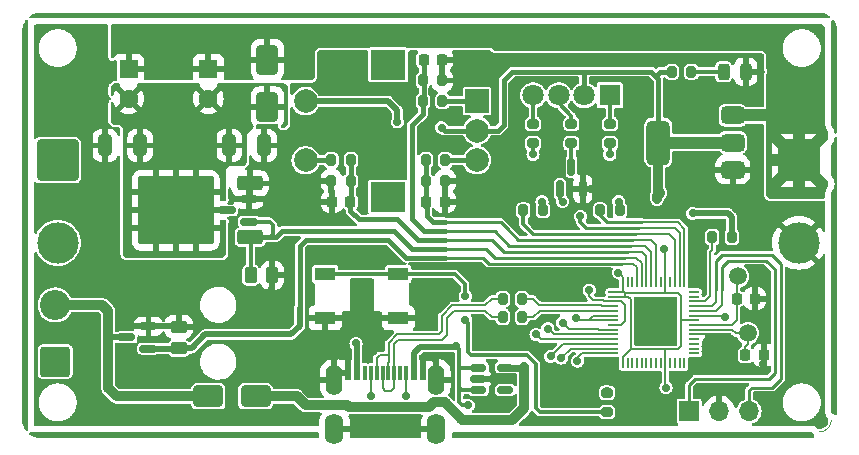
<source format=gbr>
%TF.GenerationSoftware,KiCad,Pcbnew,7.0.10-7.0.10~ubuntu22.04.1*%
%TF.CreationDate,2024-06-22T11:50:54+05:30*%
%TF.ProjectId,Light-CC,4c696768-742d-4434-932e-6b696361645f,rev?*%
%TF.SameCoordinates,PX4c4b400PY7270e00*%
%TF.FileFunction,Copper,L1,Top*%
%TF.FilePolarity,Positive*%
%FSLAX46Y46*%
G04 Gerber Fmt 4.6, Leading zero omitted, Abs format (unit mm)*
G04 Created by KiCad (PCBNEW 7.0.10-7.0.10~ubuntu22.04.1) date 2024-06-22 11:50:54*
%MOMM*%
%LPD*%
G01*
G04 APERTURE LIST*
G04 Aperture macros list*
%AMRoundRect*
0 Rectangle with rounded corners*
0 $1 Rounding radius*
0 $2 $3 $4 $5 $6 $7 $8 $9 X,Y pos of 4 corners*
0 Add a 4 corners polygon primitive as box body*
4,1,4,$2,$3,$4,$5,$6,$7,$8,$9,$2,$3,0*
0 Add four circle primitives for the rounded corners*
1,1,$1+$1,$2,$3*
1,1,$1+$1,$4,$5*
1,1,$1+$1,$6,$7*
1,1,$1+$1,$8,$9*
0 Add four rect primitives between the rounded corners*
20,1,$1+$1,$2,$3,$4,$5,0*
20,1,$1+$1,$4,$5,$6,$7,0*
20,1,$1+$1,$6,$7,$8,$9,0*
20,1,$1+$1,$8,$9,$2,$3,0*%
G04 Aperture macros list end*
%TA.AperFunction,NonConductor*%
%ADD10C,0.100000*%
%TD*%
%TA.AperFunction,SMDPad,CuDef*%
%ADD11RoundRect,0.250000X-0.262500X-0.450000X0.262500X-0.450000X0.262500X0.450000X-0.262500X0.450000X0*%
%TD*%
%TA.AperFunction,ComponentPad*%
%ADD12R,1.600000X1.600000*%
%TD*%
%TA.AperFunction,ComponentPad*%
%ADD13C,1.600000*%
%TD*%
%TA.AperFunction,SMDPad,CuDef*%
%ADD14RoundRect,0.150000X0.587500X0.150000X-0.587500X0.150000X-0.587500X-0.150000X0.587500X-0.150000X0*%
%TD*%
%TA.AperFunction,SMDPad,CuDef*%
%ADD15RoundRect,0.250000X1.000000X0.650000X-1.000000X0.650000X-1.000000X-0.650000X1.000000X-0.650000X0*%
%TD*%
%TA.AperFunction,SMDPad,CuDef*%
%ADD16RoundRect,0.200000X0.200000X0.275000X-0.200000X0.275000X-0.200000X-0.275000X0.200000X-0.275000X0*%
%TD*%
%TA.AperFunction,SMDPad,CuDef*%
%ADD17RoundRect,0.200000X-0.200000X-0.275000X0.200000X-0.275000X0.200000X0.275000X-0.200000X0.275000X0*%
%TD*%
%TA.AperFunction,ComponentPad*%
%ADD18R,1.700000X1.700000*%
%TD*%
%TA.AperFunction,ComponentPad*%
%ADD19O,1.700000X1.700000*%
%TD*%
%TA.AperFunction,SMDPad,CuDef*%
%ADD20RoundRect,0.225000X0.225000X0.250000X-0.225000X0.250000X-0.225000X-0.250000X0.225000X-0.250000X0*%
%TD*%
%TA.AperFunction,SMDPad,CuDef*%
%ADD21RoundRect,0.375000X0.625000X0.375000X-0.625000X0.375000X-0.625000X-0.375000X0.625000X-0.375000X0*%
%TD*%
%TA.AperFunction,SMDPad,CuDef*%
%ADD22RoundRect,0.500000X0.500000X1.400000X-0.500000X1.400000X-0.500000X-1.400000X0.500000X-1.400000X0*%
%TD*%
%TA.AperFunction,SMDPad,CuDef*%
%ADD23RoundRect,0.250000X0.850000X0.350000X-0.850000X0.350000X-0.850000X-0.350000X0.850000X-0.350000X0*%
%TD*%
%TA.AperFunction,SMDPad,CuDef*%
%ADD24RoundRect,0.250000X1.275000X1.125000X-1.275000X1.125000X-1.275000X-1.125000X1.275000X-1.125000X0*%
%TD*%
%TA.AperFunction,SMDPad,CuDef*%
%ADD25RoundRect,0.249997X2.950003X2.650003X-2.950003X2.650003X-2.950003X-2.650003X2.950003X-2.650003X0*%
%TD*%
%TA.AperFunction,SMDPad,CuDef*%
%ADD26RoundRect,0.225000X-0.225000X-0.250000X0.225000X-0.250000X0.225000X0.250000X-0.225000X0.250000X0*%
%TD*%
%TA.AperFunction,SMDPad,CuDef*%
%ADD27R,0.600000X1.160000*%
%TD*%
%TA.AperFunction,SMDPad,CuDef*%
%ADD28R,0.300000X1.160000*%
%TD*%
%TA.AperFunction,ComponentPad*%
%ADD29O,1.400000X2.600000*%
%TD*%
%TA.AperFunction,ComponentPad*%
%ADD30O,1.600000X2.600000*%
%TD*%
%TA.AperFunction,SMDPad,CuDef*%
%ADD31RoundRect,0.050000X0.050000X-0.387500X0.050000X0.387500X-0.050000X0.387500X-0.050000X-0.387500X0*%
%TD*%
%TA.AperFunction,SMDPad,CuDef*%
%ADD32RoundRect,0.050000X0.387500X-0.050000X0.387500X0.050000X-0.387500X0.050000X-0.387500X-0.050000X0*%
%TD*%
%TA.AperFunction,HeatsinkPad*%
%ADD33R,3.200000X3.200000*%
%TD*%
%TA.AperFunction,SMDPad,CuDef*%
%ADD34RoundRect,0.200000X-0.275000X0.200000X-0.275000X-0.200000X0.275000X-0.200000X0.275000X0.200000X0*%
%TD*%
%TA.AperFunction,SMDPad,CuDef*%
%ADD35RoundRect,0.150000X-0.512500X-0.150000X0.512500X-0.150000X0.512500X0.150000X-0.512500X0.150000X0*%
%TD*%
%TA.AperFunction,SMDPad,CuDef*%
%ADD36RoundRect,0.250000X0.325000X0.650000X-0.325000X0.650000X-0.325000X-0.650000X0.325000X-0.650000X0*%
%TD*%
%TA.AperFunction,SMDPad,CuDef*%
%ADD37RoundRect,0.243750X0.243750X0.456250X-0.243750X0.456250X-0.243750X-0.456250X0.243750X-0.456250X0*%
%TD*%
%TA.AperFunction,SMDPad,CuDef*%
%ADD38RoundRect,0.250000X-0.325000X-0.650000X0.325000X-0.650000X0.325000X0.650000X-0.325000X0.650000X0*%
%TD*%
%TA.AperFunction,ComponentPad*%
%ADD39RoundRect,0.250002X-1.499998X1.499998X-1.499998X-1.499998X1.499998X-1.499998X1.499998X1.499998X0*%
%TD*%
%TA.AperFunction,ComponentPad*%
%ADD40C,3.500000*%
%TD*%
%TA.AperFunction,SMDPad,CuDef*%
%ADD41RoundRect,0.150000X0.150000X-0.587500X0.150000X0.587500X-0.150000X0.587500X-0.150000X-0.587500X0*%
%TD*%
%TA.AperFunction,SMDPad,CuDef*%
%ADD42RoundRect,0.250000X0.450000X-0.262500X0.450000X0.262500X-0.450000X0.262500X-0.450000X-0.262500X0*%
%TD*%
%TA.AperFunction,SMDPad,CuDef*%
%ADD43R,1.800000X1.100000*%
%TD*%
%TA.AperFunction,ComponentPad*%
%ADD44RoundRect,0.249999X1.025001X-1.025001X1.025001X1.025001X-1.025001X1.025001X-1.025001X-1.025001X0*%
%TD*%
%TA.AperFunction,ComponentPad*%
%ADD45C,2.550000*%
%TD*%
%TA.AperFunction,SMDPad,CuDef*%
%ADD46RoundRect,0.250000X-0.650000X1.000000X-0.650000X-1.000000X0.650000X-1.000000X0.650000X1.000000X0*%
%TD*%
%TA.AperFunction,ComponentPad*%
%ADD47R,2.000000X2.000000*%
%TD*%
%TA.AperFunction,ComponentPad*%
%ADD48C,2.000000*%
%TD*%
%TA.AperFunction,ComponentPad*%
%ADD49R,3.000000X2.500000*%
%TD*%
%TA.AperFunction,ComponentPad*%
%ADD50R,1.800000X1.800000*%
%TD*%
%TA.AperFunction,ComponentPad*%
%ADD51C,1.800000*%
%TD*%
%TA.AperFunction,ComponentPad*%
%ADD52C,1.500000*%
%TD*%
%TA.AperFunction,ViaPad*%
%ADD53C,0.706400*%
%TD*%
%TA.AperFunction,ViaPad*%
%ADD54C,0.800000*%
%TD*%
%TA.AperFunction,Conductor*%
%ADD55C,0.254000*%
%TD*%
%TA.AperFunction,Conductor*%
%ADD56C,0.508000*%
%TD*%
%TA.AperFunction,Conductor*%
%ADD57C,0.304800*%
%TD*%
%TA.AperFunction,Conductor*%
%ADD58C,0.406400*%
%TD*%
%TA.AperFunction,Conductor*%
%ADD59C,0.200000*%
%TD*%
%TA.AperFunction,Conductor*%
%ADD60C,0.812800*%
%TD*%
%TA.AperFunction,Conductor*%
%ADD61C,0.609600*%
%TD*%
%TA.AperFunction,Conductor*%
%ADD62C,1.016000*%
%TD*%
G04 APERTURE END LIST*
D10*
X67499994Y500007D02*
G75*
G03*
X68499993Y1500005I6J999993D01*
G01*
D11*
%TO.P,R2,1*%
%TO.N,/MCU/LED_PWM*%
X19337500Y13750000D03*
%TO.P,R2,2*%
%TO.N,GND*%
X21162500Y13750000D03*
%TD*%
D12*
%TO.P,C8,1*%
%TO.N,+12V*%
X9000000Y31205112D03*
D13*
%TO.P,C8,2*%
%TO.N,Net-(D2-A)*%
X9000000Y28705112D03*
%TD*%
D14*
%TO.P,Q3,1,G*%
%TO.N,/MCU/LED_PWM*%
X19187500Y18300000D03*
%TO.P,Q3,2,S*%
%TO.N,GND*%
X19187500Y20200000D03*
%TO.P,Q3,3,D*%
%TO.N,Net-(D2-A)*%
X17312500Y19250000D03*
%TD*%
D15*
%TO.P,D1,1,K*%
%TO.N,+3V3*%
X19750000Y3500000D03*
%TO.P,D1,2,A*%
%TO.N,Net-(D1-A)*%
X15750000Y3500000D03*
%TD*%
D16*
%TO.P,R21,1*%
%TO.N,/MCU/RE_SW*%
X27825000Y21750000D03*
%TO.P,R21,2*%
%TO.N,GND*%
X26175000Y21750000D03*
%TD*%
D17*
%TO.P,R19,1*%
%TO.N,/MCU/RE2*%
X34175000Y21750000D03*
%TO.P,R19,2*%
%TO.N,GND*%
X35825000Y21750000D03*
%TD*%
%TO.P,R22,1*%
%TO.N,+3V3*%
X55000000Y31000000D03*
%TO.P,R22,2*%
%TO.N,Net-(D4-A)*%
X56650000Y31000000D03*
%TD*%
D18*
%TO.P,J4,1,Pin_1*%
%TO.N,/MCU/SWCLK*%
X56460000Y2250000D03*
D19*
%TO.P,J4,2,Pin_2*%
%TO.N,GND*%
X59000000Y2250000D03*
%TO.P,J4,3,Pin_3*%
%TO.N,/MCU/SWD*%
X61540000Y2250000D03*
%TD*%
D20*
%TO.P,C12,1*%
%TO.N,GND*%
X62025000Y11775000D03*
%TO.P,C12,2*%
%TO.N,Net-(U3-XOUT)*%
X60475000Y11775000D03*
%TD*%
D14*
%TO.P,Q1,1,G*%
%TO.N,/MCU/HAP_PWM*%
X10687500Y7550000D03*
%TO.P,Q1,2,S*%
%TO.N,GND*%
X10687500Y9450000D03*
%TO.P,Q1,3,D*%
%TO.N,Net-(D1-A)*%
X8812500Y8500000D03*
%TD*%
D17*
%TO.P,R5,1*%
%TO.N,/MCU/RUN*%
X58425000Y17000000D03*
%TO.P,R5,2*%
%TO.N,+3V3*%
X60075000Y17000000D03*
%TD*%
D21*
%TO.P,U1,1,GND*%
%TO.N,GND*%
X60150000Y22700000D03*
%TO.P,U1,2,VO*%
%TO.N,+3V3*%
X60150000Y25000000D03*
D22*
X53850000Y25000000D03*
D21*
%TO.P,U1,3,VI*%
%TO.N,+12V*%
X60150000Y27300000D03*
%TD*%
D17*
%TO.P,R15,1*%
%TO.N,/MCU/RE1*%
X33925000Y30250000D03*
%TO.P,R15,2*%
%TO.N,GND*%
X35575000Y30250000D03*
%TD*%
%TO.P,R9,1*%
%TO.N,/MCU/D-*%
X40675000Y11750000D03*
%TO.P,R9,2*%
%TO.N,/MCU/M_D-*%
X42325000Y11750000D03*
%TD*%
D23*
%TO.P,Q2,1,G*%
%TO.N,/MCU/LED_PWM*%
X19300000Y16970000D03*
D24*
%TO.P,Q2,2,D*%
%TO.N,Net-(D2-A)*%
X14675000Y17725000D03*
X14675000Y20775000D03*
D25*
X13000000Y19250000D03*
D24*
X11325000Y17725000D03*
X11325000Y20775000D03*
D23*
%TO.P,Q2,3,S*%
%TO.N,GND*%
X19300000Y21530000D03*
%TD*%
D16*
%TO.P,R16,1*%
%TO.N,Net-(R16-Pad1)*%
X35825000Y23500000D03*
%TO.P,R16,2*%
%TO.N,/MCU/RE2*%
X34175000Y23500000D03*
%TD*%
D26*
%TO.P,C23,1*%
%TO.N,/MCU/RE1*%
X33975000Y32000000D03*
%TO.P,C23,2*%
%TO.N,GND*%
X35525000Y32000000D03*
%TD*%
D20*
%TO.P,C11,1*%
%TO.N,GND*%
X62775000Y7000000D03*
%TO.P,C11,2*%
%TO.N,Net-(U3-XIN)*%
X61225000Y7000000D03*
%TD*%
D27*
%TO.P,J5,A1,GND*%
%TO.N,GND*%
X27550000Y5510000D03*
%TO.P,J5,A4,VBUS*%
%TO.N,+5V*%
X28350000Y5510000D03*
D28*
%TO.P,J5,A5,CC1*%
%TO.N,Net-(J5-CC1)*%
X29500000Y5510000D03*
%TO.P,J5,A6,D+*%
%TO.N,/MCU/D+*%
X30500000Y5510000D03*
%TO.P,J5,A7,D-*%
%TO.N,/MCU/D-*%
X31000000Y5510000D03*
%TO.P,J5,A8,SBU1*%
%TO.N,unconnected-(J5-SBU1-PadA8)*%
X32000000Y5510000D03*
D27*
%TO.P,J5,A9,VBUS*%
%TO.N,+5V*%
X33150000Y5510000D03*
%TO.P,J5,A12,GND*%
%TO.N,GND*%
X33950000Y5510000D03*
%TO.P,J5,B1,GND*%
X33950000Y5510000D03*
%TO.P,J5,B4,VBUS*%
%TO.N,+5V*%
X33150000Y5510000D03*
D28*
%TO.P,J5,B5,CC2*%
%TO.N,Net-(J5-CC2)*%
X32500000Y5510000D03*
%TO.P,J5,B6,D+*%
%TO.N,/MCU/D+*%
X31500000Y5510000D03*
%TO.P,J5,B7,D-*%
%TO.N,/MCU/D-*%
X30000000Y5510000D03*
%TO.P,J5,B8,SBU2*%
%TO.N,unconnected-(J5-SBU2-PadB8)*%
X29000000Y5510000D03*
D27*
%TO.P,J5,B9,VBUS*%
%TO.N,+5V*%
X28350000Y5510000D03*
%TO.P,J5,B12,GND*%
%TO.N,GND*%
X27550000Y5510000D03*
D29*
%TO.P,J5,S1,SHIELD*%
X26430000Y4930000D03*
D30*
X26430000Y760000D03*
D29*
X35070000Y4930000D03*
D30*
X35070000Y760000D03*
%TD*%
D17*
%TO.P,R8,1*%
%TO.N,/MCU/D+*%
X40675000Y10250000D03*
%TO.P,R8,2*%
%TO.N,/MCU/M_D+*%
X42325000Y10250000D03*
%TD*%
D31*
%TO.P,U3,1,IOVDD*%
%TO.N,+3V3*%
X50850000Y6312500D03*
%TO.P,U3,2,GPIO0*%
%TO.N,unconnected-(U3-GPIO0-Pad2)*%
X51250000Y6312500D03*
%TO.P,U3,3,GPIO1*%
%TO.N,unconnected-(U3-GPIO1-Pad3)*%
X51650000Y6312500D03*
%TO.P,U3,4,GPIO2*%
%TO.N,unconnected-(U3-GPIO2-Pad4)*%
X52050000Y6312500D03*
%TO.P,U3,5,GPIO3*%
%TO.N,unconnected-(U3-GPIO3-Pad5)*%
X52450000Y6312500D03*
%TO.P,U3,6,GPIO4*%
%TO.N,unconnected-(U3-GPIO4-Pad6)*%
X52850000Y6312500D03*
%TO.P,U3,7,GPIO5*%
%TO.N,unconnected-(U3-GPIO5-Pad7)*%
X53250000Y6312500D03*
%TO.P,U3,8,GPIO6*%
%TO.N,unconnected-(U3-GPIO6-Pad8)*%
X53650000Y6312500D03*
%TO.P,U3,9,GPIO7*%
%TO.N,unconnected-(U3-GPIO7-Pad9)*%
X54050000Y6312500D03*
%TO.P,U3,10,IOVDD*%
%TO.N,+3V3*%
X54450000Y6312500D03*
%TO.P,U3,11,GPIO8*%
%TO.N,unconnected-(U3-GPIO8-Pad11)*%
X54850000Y6312500D03*
%TO.P,U3,12,GPIO9*%
%TO.N,unconnected-(U3-GPIO9-Pad12)*%
X55250000Y6312500D03*
%TO.P,U3,13,GPIO10*%
%TO.N,unconnected-(U3-GPIO10-Pad13)*%
X55650000Y6312500D03*
%TO.P,U3,14,GPIO11*%
%TO.N,unconnected-(U3-GPIO11-Pad14)*%
X56050000Y6312500D03*
D32*
%TO.P,U3,15,GPIO12*%
%TO.N,unconnected-(U3-GPIO12-Pad15)*%
X56887500Y7150000D03*
%TO.P,U3,16,GPIO13*%
%TO.N,unconnected-(U3-GPIO13-Pad16)*%
X56887500Y7550000D03*
%TO.P,U3,17,GPIO14*%
%TO.N,unconnected-(U3-GPIO14-Pad17)*%
X56887500Y7950000D03*
%TO.P,U3,18,GPIO15*%
%TO.N,unconnected-(U3-GPIO15-Pad18)*%
X56887500Y8350000D03*
%TO.P,U3,19,TESTEN*%
%TO.N,GND*%
X56887500Y8750000D03*
%TO.P,U3,20,XIN*%
%TO.N,Net-(U3-XIN)*%
X56887500Y9150000D03*
%TO.P,U3,21,XOUT*%
%TO.N,Net-(U3-XOUT)*%
X56887500Y9550000D03*
%TO.P,U3,22,IOVDD*%
%TO.N,+3V3*%
X56887500Y9950000D03*
%TO.P,U3,23,DVDD*%
%TO.N,Net-(U3-VREG_VOUT)*%
X56887500Y10350000D03*
%TO.P,U3,24,SWCLK*%
%TO.N,/MCU/SWCLK*%
X56887500Y10750000D03*
%TO.P,U3,25,SWD*%
%TO.N,/MCU/SWD*%
X56887500Y11150000D03*
%TO.P,U3,26,RUN*%
%TO.N,/MCU/RUN*%
X56887500Y11550000D03*
%TO.P,U3,27,GPIO16*%
%TO.N,unconnected-(U3-GPIO16-Pad27)*%
X56887500Y11950000D03*
%TO.P,U3,28,GPIO17*%
%TO.N,unconnected-(U3-GPIO17-Pad28)*%
X56887500Y12350000D03*
D31*
%TO.P,U3,29,GPIO18*%
%TO.N,/MCU/LED1*%
X56050000Y13187500D03*
%TO.P,U3,30,GPIO19*%
%TO.N,/MCU/LED2*%
X55650000Y13187500D03*
%TO.P,U3,31,GPIO20*%
%TO.N,/MCU/LED3*%
X55250000Y13187500D03*
%TO.P,U3,32,GPIO21*%
%TO.N,unconnected-(U3-GPIO21-Pad32)*%
X54850000Y13187500D03*
%TO.P,U3,33,IOVDD*%
%TO.N,+3V3*%
X54450000Y13187500D03*
%TO.P,U3,34,GPIO22*%
%TO.N,unconnected-(U3-GPIO22-Pad34)*%
X54050000Y13187500D03*
%TO.P,U3,35,GPIO23*%
%TO.N,/MCU/RE2*%
X53650000Y13187500D03*
%TO.P,U3,36,GPIO24*%
%TO.N,/MCU/RE1*%
X53250000Y13187500D03*
%TO.P,U3,37,GPIO25*%
%TO.N,/MCU/RE_SW*%
X52850000Y13187500D03*
%TO.P,U3,38,GPIO26_ADC0*%
%TO.N,/MCU/LED_PWM*%
X52450000Y13187500D03*
%TO.P,U3,39,GPIO27_ADC1*%
%TO.N,/MCU/HAP_PWM*%
X52050000Y13187500D03*
%TO.P,U3,40,GPIO28_ADC2*%
%TO.N,unconnected-(U3-GPIO28_ADC2-Pad40)*%
X51650000Y13187500D03*
%TO.P,U3,41,GPIO29_ADC3*%
%TO.N,unconnected-(U3-GPIO29_ADC3-Pad41)*%
X51250000Y13187500D03*
%TO.P,U3,42,IOVDD*%
%TO.N,+3V3*%
X50850000Y13187500D03*
D32*
%TO.P,U3,43,ADC_AVDD*%
X50012500Y12350000D03*
%TO.P,U3,44,VREG_IN*%
X50012500Y11950000D03*
%TO.P,U3,45,VREG_VOUT*%
%TO.N,Net-(U3-VREG_VOUT)*%
X50012500Y11550000D03*
%TO.P,U3,46,USB_DM*%
%TO.N,/MCU/M_D-*%
X50012500Y11150000D03*
%TO.P,U3,47,USB_DP*%
%TO.N,/MCU/M_D+*%
X50012500Y10750000D03*
%TO.P,U3,48,USB_VDD*%
%TO.N,+3V3*%
X50012500Y10350000D03*
%TO.P,U3,49,IOVDD*%
X50012500Y9950000D03*
%TO.P,U3,50,DVDD*%
%TO.N,Net-(U3-VREG_VOUT)*%
X50012500Y9550000D03*
%TO.P,U3,51,QSPI_SD3*%
%TO.N,/MCU/SD3*%
X50012500Y9150000D03*
%TO.P,U3,52,QSPI_SCLK*%
%TO.N,/MCU/SCLK*%
X50012500Y8750000D03*
%TO.P,U3,53,QSPI_SD0*%
%TO.N,/MCU/SD0*%
X50012500Y8350000D03*
%TO.P,U3,54,QSPI_SD2*%
%TO.N,/MCU/SD2*%
X50012500Y7950000D03*
%TO.P,U3,55,QSPI_SD1*%
%TO.N,/MCU/SD1*%
X50012500Y7550000D03*
%TO.P,U3,56,QSPI_SS*%
%TO.N,/MCU/SS*%
X50012500Y7150000D03*
D33*
%TO.P,U3,57,GND*%
%TO.N,GND*%
X53450000Y9750000D03*
%TD*%
D34*
%TO.P,R13,1*%
%TO.N,/MCU/G1*%
X46500000Y26575000D03*
%TO.P,R13,2*%
%TO.N,Net-(Q5-C)*%
X46500000Y24925000D03*
%TD*%
D17*
%TO.P,R10,1*%
%TO.N,/MCU/LED1*%
X48925000Y19250000D03*
%TO.P,R10,2*%
%TO.N,Net-(Q4-B)*%
X50575000Y19250000D03*
%TD*%
D34*
%TO.P,R20,1*%
%TO.N,/MCU/B1*%
X43250000Y26575000D03*
%TO.P,R20,2*%
%TO.N,Net-(Q6-C)*%
X43250000Y24925000D03*
%TD*%
%TO.P,R12,1*%
%TO.N,/MCU/R1*%
X49750000Y26575000D03*
%TO.P,R12,2*%
%TO.N,Net-(Q4-C)*%
X49750000Y24925000D03*
%TD*%
D35*
%TO.P,U4,1,IN*%
%TO.N,+5V*%
X38612500Y5950000D03*
%TO.P,U4,2,GND*%
%TO.N,GND*%
X38612500Y5000000D03*
%TO.P,U4,3,EN*%
%TO.N,+5V*%
X38612500Y4050000D03*
%TO.P,U4,4,BP*%
%TO.N,unconnected-(U4-BP-Pad4)*%
X40887500Y4050000D03*
%TO.P,U4,5,OUT*%
%TO.N,+3V3*%
X40887500Y5950000D03*
%TD*%
D36*
%TO.P,C6,1*%
%TO.N,Net-(D2-A)*%
X9975000Y24750000D03*
%TO.P,C6,2*%
%TO.N,GND*%
X7025000Y24750000D03*
%TD*%
D37*
%TO.P,D4,1,K*%
%TO.N,GND*%
X61250000Y31000000D03*
%TO.P,D4,2,A*%
%TO.N,Net-(D4-A)*%
X59375000Y31000000D03*
%TD*%
D12*
%TO.P,C7,1*%
%TO.N,+12V*%
X15750000Y31205112D03*
D13*
%TO.P,C7,2*%
%TO.N,Net-(D2-A)*%
X15750000Y28705112D03*
%TD*%
D38*
%TO.P,C5,1*%
%TO.N,Net-(D2-A)*%
X17525000Y24750000D03*
%TO.P,C5,2*%
%TO.N,GND*%
X20475000Y24750000D03*
%TD*%
D39*
%TO.P,J3,1,Pin_1*%
%TO.N,Net-(J3-Pin_1)*%
X3000000Y23500000D03*
D40*
%TO.P,J3,2,Pin_2*%
%TO.N,Net-(J3-Pin_2)*%
X3000000Y16500000D03*
%TD*%
D17*
%TO.P,R18,1*%
%TO.N,Net-(R18-Pad1)*%
X26175000Y23500000D03*
%TO.P,R18,2*%
%TO.N,/MCU/RE_SW*%
X27825000Y23500000D03*
%TD*%
D39*
%TO.P,J1,1,Pin_1*%
%TO.N,+12V*%
X65750000Y23500000D03*
D40*
%TO.P,J1,2,Pin_2*%
%TO.N,GND*%
X65750000Y16500000D03*
%TD*%
D17*
%TO.P,R17,1*%
%TO.N,/MCU/LED3*%
X42425000Y19250000D03*
%TO.P,R17,2*%
%TO.N,Net-(Q6-B)*%
X44075000Y19250000D03*
%TD*%
D41*
%TO.P,Q5,1,B*%
%TO.N,Net-(Q5-B)*%
X45550000Y21062500D03*
%TO.P,Q5,2,E*%
%TO.N,GND*%
X47450000Y21062500D03*
%TO.P,Q5,3,C*%
%TO.N,Net-(Q5-C)*%
X46500000Y22937500D03*
%TD*%
D34*
%TO.P,R3,1*%
%TO.N,/MCU/SS*%
X49500000Y3825000D03*
%TO.P,R3,2*%
%TO.N,/MCU/MCU_BOOT*%
X49500000Y2175000D03*
%TD*%
D42*
%TO.P,R1,1*%
%TO.N,/MCU/HAP_PWM*%
X13250000Y7587500D03*
%TO.P,R1,2*%
%TO.N,GND*%
X13250000Y9412500D03*
%TD*%
D20*
%TO.P,C25,1*%
%TO.N,/MCU/RE_SW*%
X27775000Y20000000D03*
%TO.P,C25,2*%
%TO.N,GND*%
X26225000Y20000000D03*
%TD*%
D17*
%TO.P,R14,1*%
%TO.N,/MCU/RE1*%
X33925000Y28500000D03*
%TO.P,R14,2*%
%TO.N,Net-(R14-Pad2)*%
X35575000Y28500000D03*
%TD*%
D26*
%TO.P,C24,1*%
%TO.N,/MCU/RE2*%
X34225000Y20000000D03*
%TO.P,C24,2*%
%TO.N,GND*%
X35775000Y20000000D03*
%TD*%
D43*
%TO.P,RST1,1,1*%
%TO.N,/MCU/MCU_BOOT*%
X25650000Y13850000D03*
X31850000Y13850000D03*
%TO.P,RST1,2,2*%
%TO.N,GND*%
X25650000Y10150000D03*
X31850000Y10150000D03*
%TD*%
D44*
%TO.P,J2,1,Pin_1*%
%TO.N,+3V3*%
X2790000Y6450000D03*
D45*
%TO.P,J2,2,Pin_2*%
%TO.N,Net-(D1-A)*%
X2790000Y11250000D03*
%TD*%
D46*
%TO.P,D2,1,K*%
%TO.N,+12V*%
X20750000Y32000000D03*
%TO.P,D2,2,A*%
%TO.N,Net-(D2-A)*%
X20750000Y28000000D03*
%TD*%
D47*
%TO.P,SW1,A,A*%
%TO.N,Net-(R14-Pad2)*%
X38500000Y28500000D03*
D48*
%TO.P,SW1,B,B*%
%TO.N,Net-(R16-Pad1)*%
X38500000Y23500000D03*
%TO.P,SW1,C,C*%
%TO.N,+3V3*%
X38500000Y26000000D03*
D49*
%TO.P,SW1,MP*%
%TO.N,N/C*%
X31000000Y20400000D03*
X31000000Y31600000D03*
D48*
%TO.P,SW1,S1,S1*%
%TO.N,+3V3*%
X24000000Y28500000D03*
%TO.P,SW1,S2,S2*%
%TO.N,Net-(R18-Pad1)*%
X24000000Y23500000D03*
%TD*%
D50*
%TO.P,D3,1,RK*%
%TO.N,/MCU/R1*%
X49740000Y29000000D03*
D51*
%TO.P,D3,2,A*%
%TO.N,+3V3*%
X47581000Y29000000D03*
%TO.P,D3,3,GK*%
%TO.N,/MCU/G1*%
X45422000Y29000000D03*
%TO.P,D3,4,BK*%
%TO.N,/MCU/B1*%
X43263000Y29000000D03*
%TD*%
D52*
%TO.P,Y1,1,1*%
%TO.N,Net-(U3-XOUT)*%
X60574562Y13662779D03*
%TO.P,Y1,2,2*%
%TO.N,Net-(U3-XIN)*%
X61421965Y8856917D03*
%TD*%
D53*
%TO.N,GND*%
X27500000Y30000000D03*
X13250000Y10750000D03*
X52500000Y10750000D03*
X53500000Y8750000D03*
X66000000Y5750000D03*
X10000000Y2500000D03*
X40000000Y31250000D03*
X54500000Y8750000D03*
X22500000Y6500000D03*
X52500000Y8750000D03*
X27500000Y32250000D03*
X28750000Y12000000D03*
X40000000Y21500000D03*
X35000000Y12500000D03*
X61500000Y19250000D03*
X48187500Y21062500D03*
X53500000Y10750000D03*
X66000000Y10000000D03*
D54*
X19000000Y11250000D03*
X34500000Y25000000D03*
D53*
X66500000Y12500000D03*
X30000000Y26750000D03*
X54500000Y10750000D03*
X7500000Y2500000D03*
X63000000Y13000000D03*
X43747079Y1473715D03*
X27500000Y26750000D03*
X59725000Y8225000D03*
X21000000Y11500000D03*
X10000000Y10750000D03*
X40000000Y13500000D03*
X40000000Y20000000D03*
X22750000Y18750000D03*
X62500000Y31000000D03*
X39750000Y5000000D03*
X62750000Y6250000D03*
X34250000Y10000000D03*
X22500000Y1750000D03*
X45000000Y13500000D03*
%TO.N,+3V3*%
X31750000Y26750000D03*
X35500000Y26250000D03*
X54303200Y16000000D03*
X21250000Y3500000D03*
X42500000Y6000000D03*
D54*
X53750000Y20250000D03*
D53*
X54500000Y4250000D03*
X50480975Y13980975D03*
X56750000Y19000000D03*
X46905000Y10100000D03*
%TO.N,Net-(U3-VREG_VOUT)*%
X48000000Y12500000D03*
X59500000Y10250000D03*
%TO.N,+5V*%
X28250000Y8000000D03*
X36750000Y7750000D03*
X37750000Y2750000D03*
%TO.N,Net-(J5-CC1)*%
X29500000Y3575000D03*
%TO.N,Net-(J5-CC2)*%
X32500000Y3575000D03*
%TO.N,/MCU/SS*%
X49500000Y3925000D03*
X47000000Y6500000D03*
%TO.N,/MCU/MCU_BOOT*%
X37500000Y10000000D03*
X37500000Y12000000D03*
%TO.N,Net-(Q4-B)*%
X50500000Y20000000D03*
%TO.N,/MCU/LED2*%
X47250000Y18750000D03*
%TO.N,/MCU/SD1*%
X45635000Y6750000D03*
%TO.N,/MCU/SD2*%
X44740044Y6892000D03*
%TO.N,/MCU/SD0*%
X43500000Y8750000D03*
%TO.N,/MCU/SCLK*%
X44500000Y9250000D03*
%TO.N,/MCU/SD3*%
X45750000Y9750000D03*
%TO.N,Net-(Q4-C)*%
X49750000Y24000000D03*
%TO.N,Net-(Q5-B)*%
X45750000Y20000000D03*
%TO.N,Net-(Q6-B)*%
X44000000Y20000000D03*
%TO.N,Net-(Q6-C)*%
X43250000Y24000000D03*
%TO.N,+12V*%
X62000000Y27300000D03*
%TD*%
D55*
%TO.N,GND*%
X62025000Y11775000D02*
X62025000Y12775000D01*
D56*
X27500000Y7000000D02*
X26750000Y7000000D01*
D57*
X38612500Y5000000D02*
X39750000Y5000000D01*
D56*
X33950000Y6700000D02*
X34000000Y6750000D01*
D58*
X26175000Y20050000D02*
X26225000Y20000000D01*
D59*
X59250000Y8500000D02*
X59450000Y8500000D01*
D56*
X21162500Y13750000D02*
X21162500Y12662500D01*
X26750000Y7000000D02*
X26430000Y6680000D01*
X27550000Y6950000D02*
X27500000Y7000000D01*
D59*
X59000000Y8750000D02*
X59250000Y8500000D01*
D57*
X34100000Y10150000D02*
X34250000Y10000000D01*
X48187500Y21062500D02*
X47450000Y21062500D01*
D56*
X21000000Y12500000D02*
X21162500Y12662500D01*
X21000000Y11500000D02*
X21000000Y12500000D01*
D57*
X31850000Y10150000D02*
X34100000Y10150000D01*
D58*
X35825000Y20050000D02*
X35775000Y20000000D01*
D57*
X61250000Y31000000D02*
X62500000Y31000000D01*
D56*
X33950000Y5510000D02*
X33950000Y6700000D01*
X10687500Y9450000D02*
X13212500Y9450000D01*
D58*
X35825000Y21750000D02*
X35825000Y20050000D01*
D56*
X13212500Y9450000D02*
X13250000Y9412500D01*
D59*
X59450000Y8500000D02*
X59725000Y8225000D01*
D56*
X35070000Y6430000D02*
X35070000Y4930000D01*
D55*
X62025000Y12775000D02*
X62250000Y13000000D01*
D59*
X56887500Y8750000D02*
X59000000Y8750000D01*
D55*
X62775000Y6275000D02*
X62775000Y7000000D01*
D56*
X13250000Y9412500D02*
X13250000Y10750000D01*
X27550000Y5510000D02*
X27550000Y6950000D01*
X34000000Y6750000D02*
X34750000Y6750000D01*
X26430000Y6680000D02*
X26430000Y4930000D01*
X34750000Y6750000D02*
X35070000Y6430000D01*
D55*
X62250000Y13000000D02*
X63000000Y13000000D01*
X62750000Y6250000D02*
X62775000Y6275000D01*
D58*
X26175000Y21750000D02*
X26175000Y20050000D01*
D59*
%TO.N,/MCU/RUN*%
X56887500Y11550000D02*
X57800000Y11550000D01*
X58250000Y12000000D02*
X58250000Y15750000D01*
X57800000Y11550000D02*
X58250000Y12000000D01*
X58425000Y15925000D02*
X58425000Y17000000D01*
X58250000Y15750000D02*
X58425000Y15925000D01*
D58*
%TO.N,+3V3*%
X53850000Y30400000D02*
X53625000Y30625000D01*
D60*
X53750000Y20500000D02*
X53750000Y20250000D01*
D59*
X48000000Y10000000D02*
X47000000Y10000000D01*
D56*
X31000000Y28500000D02*
X24000000Y28500000D01*
D59*
X50900000Y12350000D02*
X51000000Y12250000D01*
X51300000Y11950000D02*
X51000000Y11950000D01*
D60*
X53850000Y20900000D02*
X54000000Y20750000D01*
D59*
X50012500Y9950000D02*
X48550000Y9950000D01*
X55750000Y10000000D02*
X55750000Y7750000D01*
D60*
X34821050Y3000000D02*
X34410525Y2589475D01*
D58*
X38500000Y26000000D02*
X40250000Y26000000D01*
D60*
X23250000Y3500000D02*
X19750000Y3500000D01*
D58*
X53250000Y31000000D02*
X53850000Y30400000D01*
D59*
X50850000Y13187500D02*
X50850000Y12400000D01*
D56*
X31750000Y27750000D02*
X31000000Y28500000D01*
D59*
X54450000Y12300000D02*
X54500000Y12250000D01*
X50850000Y6850000D02*
X51500000Y7500000D01*
D60*
X24000000Y2750000D02*
X23250000Y3500000D01*
D59*
X50012500Y10350000D02*
X48350000Y10350000D01*
X48350000Y10350000D02*
X48000000Y10000000D01*
D58*
X35750000Y26000000D02*
X38500000Y26000000D01*
D59*
X51000000Y11950000D02*
X51000000Y12250000D01*
X50850000Y6312500D02*
X50850000Y6850000D01*
D58*
X53625000Y30625000D02*
X54000000Y31000000D01*
D59*
X55800000Y9950000D02*
X55750000Y10000000D01*
D60*
X42500000Y2500000D02*
X41500000Y1500000D01*
D56*
X60075000Y18675000D02*
X59750000Y19000000D01*
D59*
X51000000Y12250000D02*
X54500000Y12250000D01*
X51500000Y11750000D02*
X51300000Y11950000D01*
X55750000Y12000000D02*
X55750000Y10000000D01*
D61*
X40887500Y5950000D02*
X42450000Y5950000D01*
D62*
X60150000Y25000000D02*
X53850000Y25000000D01*
D59*
X54450000Y7450000D02*
X54500000Y7500000D01*
X55500000Y12250000D02*
X55750000Y12000000D01*
X51500000Y7750000D02*
X51500000Y11750000D01*
D58*
X40250000Y26000000D02*
X40750000Y26500000D01*
D59*
X47000000Y10000000D02*
X47000000Y10005000D01*
D60*
X27500000Y2750000D02*
X24000000Y2750000D01*
D56*
X19750000Y3500000D02*
X21250000Y3500000D01*
D59*
X48500000Y10000000D02*
X48000000Y10000000D01*
D60*
X54000000Y20750000D02*
X53750000Y20500000D01*
D59*
X51500000Y7500000D02*
X51500000Y7750000D01*
X51000000Y11950000D02*
X50012500Y11950000D01*
D56*
X59750000Y19000000D02*
X56750000Y19000000D01*
D58*
X53850000Y30400000D02*
X53850000Y25000000D01*
D59*
X50012500Y12350000D02*
X50900000Y12350000D01*
D61*
X42450000Y5950000D02*
X42500000Y6000000D01*
D59*
X54450000Y6312500D02*
X54450000Y7450000D01*
D60*
X41500000Y1500000D02*
X37250000Y1500000D01*
X35750000Y3000000D02*
X34821050Y3000000D01*
D59*
X50850000Y12400000D02*
X51000000Y12250000D01*
D58*
X47500000Y31000000D02*
X53250000Y31000000D01*
D60*
X42500000Y6000000D02*
X42500000Y2500000D01*
D59*
X54450000Y15853200D02*
X54303200Y16000000D01*
D58*
X47581000Y30919000D02*
X47581000Y29000000D01*
D59*
X50850000Y13611950D02*
X50850000Y13187500D01*
X48550000Y9950000D02*
X48500000Y10000000D01*
X54450000Y4300000D02*
X54450000Y6312500D01*
X54500000Y7500000D02*
X51500000Y7500000D01*
D56*
X31750000Y26750000D02*
X31750000Y27750000D01*
D58*
X40750000Y30250000D02*
X41500000Y31000000D01*
D59*
X55750000Y7750000D02*
X55500000Y7500000D01*
D58*
X53850000Y20350000D02*
X53750000Y20250000D01*
X54000000Y31000000D02*
X55000000Y31000000D01*
D60*
X34410525Y2589475D02*
X27660525Y2589475D01*
D59*
X47000000Y10005000D02*
X46905000Y10100000D01*
D60*
X37250000Y1500000D02*
X35750000Y3000000D01*
D58*
X47500000Y31000000D02*
X47581000Y30919000D01*
D59*
X54450000Y13187500D02*
X54450000Y15853200D01*
D58*
X41500000Y31000000D02*
X47500000Y31000000D01*
X40750000Y26500000D02*
X40750000Y30250000D01*
D59*
X54450000Y13187500D02*
X54450000Y12300000D01*
X54500000Y4250000D02*
X54450000Y4300000D01*
X56887500Y9950000D02*
X55800000Y9950000D01*
D60*
X53850000Y25000000D02*
X53850000Y20900000D01*
D56*
X60075000Y17000000D02*
X60075000Y18675000D01*
D58*
X35500000Y26250000D02*
X35750000Y26000000D01*
D60*
X27660525Y2589475D02*
X27500000Y2750000D01*
D59*
X54500000Y12250000D02*
X55500000Y12250000D01*
X50480975Y13980975D02*
X50850000Y13611950D01*
X55500000Y7500000D02*
X54500000Y7500000D01*
%TO.N,Net-(U3-XIN)*%
X61225000Y7000000D02*
X61225000Y7725000D01*
X61225000Y7725000D02*
X61421965Y7921965D01*
X60100000Y9150000D02*
X60393083Y8856917D01*
X61421965Y7921965D02*
X61421965Y8856917D01*
X60393083Y8856917D02*
X61421965Y8856917D01*
X56887500Y9150000D02*
X60100000Y9150000D01*
%TO.N,Net-(U3-XOUT)*%
X60475000Y9975000D02*
X60475000Y11775000D01*
X60050000Y9550000D02*
X60475000Y9975000D01*
X60475000Y13563217D02*
X60574562Y13662779D01*
X56887500Y9550000D02*
X60050000Y9550000D01*
X60475000Y11775000D02*
X60475000Y13563217D01*
%TO.N,Net-(U3-VREG_VOUT)*%
X50700000Y11550000D02*
X51000000Y11250000D01*
X48350000Y11650000D02*
X49165685Y11650000D01*
X50675000Y9550000D02*
X50012500Y9550000D01*
X59400000Y10350000D02*
X56887500Y10350000D01*
X51000000Y9875000D02*
X50675000Y9550000D01*
X49165685Y11650000D02*
X49265686Y11550000D01*
X48000000Y12500000D02*
X48000000Y12000000D01*
X50012500Y11550000D02*
X50700000Y11550000D01*
X49265686Y11550000D02*
X50012500Y11550000D01*
X48000000Y12000000D02*
X48350000Y11650000D01*
X51000000Y11250000D02*
X51000000Y9875000D01*
X59500000Y10250000D02*
X59400000Y10350000D01*
D57*
%TO.N,/MCU/R1*%
X49750000Y28990000D02*
X49740000Y29000000D01*
X49750000Y26575000D02*
X49750000Y28990000D01*
%TO.N,+5V*%
X37200000Y4050000D02*
X38612500Y4050000D01*
X37000000Y5950000D02*
X37000000Y6500000D01*
X37000000Y7500000D02*
X37000000Y6500000D01*
X37000000Y6500000D02*
X37000000Y4250000D01*
X37000000Y3000000D02*
X37250000Y2750000D01*
D56*
X28250000Y8000000D02*
X28350000Y7900000D01*
D57*
X37250000Y2750000D02*
X37750000Y2750000D01*
X37000000Y4250000D02*
X37200000Y4050000D01*
X37000000Y4250000D02*
X37000000Y3000000D01*
D56*
X36696000Y7696000D02*
X33695368Y7696000D01*
X28350000Y7900000D02*
X28350000Y5510000D01*
X36750000Y7750000D02*
X36696000Y7696000D01*
D57*
X38612500Y5950000D02*
X37000000Y5950000D01*
X36750000Y7750000D02*
X37000000Y7500000D01*
D56*
X33150000Y7150632D02*
X33150000Y5510000D01*
X33695368Y7696000D02*
X33150000Y7150632D01*
D57*
%TO.N,/MCU/G1*%
X46500000Y26575000D02*
X46500000Y27250000D01*
X46500000Y27250000D02*
X45422000Y28328000D01*
X45422000Y28328000D02*
X45422000Y29000000D01*
%TO.N,/MCU/B1*%
X43250000Y26575000D02*
X43250000Y28987000D01*
X43250000Y28987000D02*
X43263000Y29000000D01*
D55*
%TO.N,/MCU/SWCLK*%
X63750000Y14250000D02*
X63750000Y5500000D01*
X63250000Y5000000D02*
X57000000Y5000000D01*
X63750000Y5500000D02*
X63250000Y5000000D01*
X59250000Y12500000D02*
X59250000Y14500000D01*
D59*
X59250000Y12000000D02*
X59250000Y12500000D01*
X59250000Y11250000D02*
X59250000Y12000000D01*
D55*
X56460000Y4460000D02*
X56460000Y2250000D01*
X59250000Y14500000D02*
X59750000Y15000000D01*
X57000000Y5000000D02*
X56460000Y4460000D01*
D59*
X56887500Y10750000D02*
X58750000Y10750000D01*
D55*
X63000000Y15000000D02*
X63750000Y14250000D01*
X59750000Y15000000D02*
X63000000Y15000000D01*
D59*
X58750000Y10750000D02*
X59250000Y11250000D01*
D55*
%TO.N,/MCU/SWD*%
X61540000Y4040000D02*
X61540000Y2250000D01*
X58750000Y15000000D02*
X59250000Y15500000D01*
X58750000Y12500000D02*
X58750000Y15000000D01*
X64250000Y5000000D02*
X63500000Y4250000D01*
D59*
X56887500Y11150000D02*
X58400000Y11150000D01*
D55*
X59250000Y15500000D02*
X63500000Y15500000D01*
D59*
X58750000Y11500000D02*
X58750000Y12500000D01*
D55*
X63500000Y15500000D02*
X64250000Y14750000D01*
X63500000Y4250000D02*
X61750000Y4250000D01*
D59*
X58400000Y11150000D02*
X58750000Y11500000D01*
D55*
X64250000Y14750000D02*
X64250000Y5000000D01*
X61750000Y4250000D02*
X61540000Y4040000D01*
D60*
%TO.N,Net-(D1-A)*%
X15750000Y3500000D02*
X8000000Y3500000D01*
X7250000Y4250000D02*
X7250000Y10750000D01*
X6750000Y11250000D02*
X2790000Y11250000D01*
D56*
X8812500Y8500000D02*
X7250000Y8500000D01*
D60*
X7250000Y10750000D02*
X6750000Y11250000D01*
X8000000Y3500000D02*
X7250000Y4250000D01*
D59*
%TO.N,Net-(J5-CC1)*%
X29500000Y5510000D02*
X29500000Y3575000D01*
%TO.N,Net-(J5-CC2)*%
X32500000Y5510000D02*
X32500000Y3575000D01*
%TO.N,/MCU/SS*%
X47400000Y7150000D02*
X47000000Y6750000D01*
D57*
X49500000Y3825000D02*
X49500000Y3925000D01*
D59*
X47000000Y6750000D02*
X47000000Y6500000D01*
X50012500Y7150000D02*
X47400000Y7150000D01*
D57*
%TO.N,/MCU/MCU_BOOT*%
X38000000Y7000000D02*
X37750000Y7250000D01*
X36650000Y13850000D02*
X31850000Y13850000D01*
X43500000Y6250000D02*
X42750000Y7000000D01*
X42750000Y7000000D02*
X38000000Y7000000D01*
X37750000Y9750000D02*
X37500000Y10000000D01*
X31850000Y13850000D02*
X25650000Y13850000D01*
X49500000Y2175000D02*
X43825000Y2175000D01*
X37750000Y7250000D02*
X37750000Y9750000D01*
X43500000Y2500000D02*
X43500000Y6250000D01*
X37500000Y12000000D02*
X37500000Y13000000D01*
X43825000Y2175000D02*
X43500000Y2500000D01*
X37500000Y13000000D02*
X36650000Y13850000D01*
%TO.N,Net-(Q4-B)*%
X50500000Y20000000D02*
X50500000Y19325000D01*
X50500000Y19325000D02*
X50575000Y19250000D01*
D59*
%TO.N,/MCU/D+*%
X31250000Y4000000D02*
X30750000Y4000000D01*
X31500000Y5510000D02*
X31500000Y4250000D01*
X35975000Y8725000D02*
X35975000Y10156800D01*
X31500000Y6380001D02*
X31475000Y6405001D01*
X30750000Y4000000D02*
X30500000Y4250000D01*
X31500000Y4250000D02*
X31250000Y4000000D01*
X35975000Y10156800D02*
X36593200Y10775000D01*
X31475000Y6405001D02*
X31475000Y7909314D01*
X35500000Y8250000D02*
X35975000Y8725000D01*
X31475000Y7909314D02*
X31815686Y8250000D01*
X39731249Y10250000D02*
X40675000Y10250000D01*
X31500000Y5510000D02*
X31500000Y6380001D01*
X31815686Y8250000D02*
X35500000Y8250000D01*
X36593200Y10775000D02*
X39206249Y10775000D01*
X30500000Y5510000D02*
X30500000Y4250000D01*
X39206249Y10775000D02*
X39731249Y10250000D01*
%TO.N,/MCU/M_D+*%
X43268751Y10250000D02*
X42325000Y10250000D01*
X47977609Y10775000D02*
X43793751Y10775000D01*
X48002609Y10750000D02*
X47977609Y10775000D01*
X50012500Y10750000D02*
X48002609Y10750000D01*
X43793751Y10775000D02*
X43268751Y10250000D01*
%TO.N,/MCU/D-*%
X31750000Y8750000D02*
X35250000Y8750000D01*
X31025000Y6405001D02*
X31025000Y7000000D01*
X39731249Y11750000D02*
X40675000Y11750000D01*
X30000000Y5510000D02*
X30000000Y6750000D01*
X36406800Y11225000D02*
X39206249Y11225000D01*
X30000000Y6750000D02*
X30250000Y7000000D01*
X35525000Y9025000D02*
X35525000Y10343200D01*
X35525000Y10343200D02*
X36406800Y11225000D01*
X31025000Y8025000D02*
X31750000Y8750000D01*
X31025000Y7000000D02*
X31025000Y8025000D01*
X31000000Y6380001D02*
X31025000Y6405001D01*
X30250000Y7000000D02*
X31025000Y7000000D01*
X35250000Y8750000D02*
X35525000Y9025000D01*
X39206249Y11225000D02*
X39731249Y11750000D01*
X31000000Y5510000D02*
X31000000Y6380001D01*
%TO.N,/MCU/M_D-*%
X49100000Y11150000D02*
X49000000Y11250000D01*
X43250000Y11750000D02*
X42325000Y11750000D01*
X49000000Y11250000D02*
X48002609Y11250000D01*
X43775000Y11225000D02*
X43250000Y11750000D01*
X48002609Y11250000D02*
X47977609Y11225000D01*
X50012500Y11150000D02*
X49100000Y11150000D01*
X47977609Y11225000D02*
X43775000Y11225000D01*
D57*
%TO.N,/MCU/LED1*%
X48925000Y18825000D02*
X48925000Y19250000D01*
D55*
X49500000Y18250000D02*
X51500000Y18250000D01*
D59*
X52500000Y18250000D02*
X55500000Y18250000D01*
D55*
X49250000Y18500000D02*
X49500000Y18250000D01*
D57*
X49250000Y18500000D02*
X48925000Y18825000D01*
D59*
X56050000Y17700000D02*
X56050000Y13187500D01*
X55500000Y18250000D02*
X56050000Y17700000D01*
D55*
X51500000Y18250000D02*
X52500000Y18250000D01*
D59*
%TO.N,/MCU/LED2*%
X55650000Y17350000D02*
X55650000Y13187500D01*
D55*
X47500000Y18000000D02*
X47750000Y17750000D01*
D57*
X47250000Y18750000D02*
X47250000Y18250000D01*
D55*
X47750000Y17750000D02*
X51500000Y17750000D01*
D57*
X47250000Y18250000D02*
X47500000Y18000000D01*
D59*
X55250000Y17750000D02*
X55650000Y17350000D01*
X52250000Y17750000D02*
X55250000Y17750000D01*
D55*
X51500000Y17750000D02*
X52250000Y17750000D01*
%TO.N,/MCU/LED3*%
X43250000Y17250000D02*
X50000000Y17250000D01*
D59*
X54750000Y17250000D02*
X55250000Y16750000D01*
X52000000Y17250000D02*
X54750000Y17250000D01*
X55250000Y16750000D02*
X55250000Y13187500D01*
D55*
X42750000Y17750000D02*
X43250000Y17250000D01*
D57*
X42750000Y17750000D02*
X42425000Y18075000D01*
D55*
X50000000Y17250000D02*
X52000000Y17250000D01*
D57*
X42425000Y18075000D02*
X42425000Y19250000D01*
D59*
%TO.N,/MCU/SD1*%
X46435000Y7550000D02*
X50012500Y7550000D01*
X45635000Y6750000D02*
X46435000Y7550000D01*
%TO.N,/MCU/SD2*%
X45798044Y7950000D02*
X50012500Y7950000D01*
X44740044Y6892000D02*
X45798044Y7950000D01*
%TO.N,/MCU/SD0*%
X44250000Y8350000D02*
X43900000Y8350000D01*
X43900000Y8350000D02*
X43500000Y8750000D01*
X50012500Y8350000D02*
X44250000Y8350000D01*
%TO.N,/MCU/SCLK*%
X45000000Y8750000D02*
X44500000Y9250000D01*
X50012500Y8750000D02*
X45000000Y8750000D01*
%TO.N,/MCU/SD3*%
X48850000Y9150000D02*
X48750000Y9250000D01*
X50012500Y9150000D02*
X48850000Y9150000D01*
X46250000Y9250000D02*
X45750000Y9750000D01*
X48750000Y9250000D02*
X46250000Y9250000D01*
D57*
%TO.N,Net-(Q4-C)*%
X49750000Y24925000D02*
X49750000Y24000000D01*
%TO.N,Net-(Q5-B)*%
X45550000Y20200000D02*
X45750000Y20000000D01*
X45550000Y21062500D02*
X45550000Y20200000D01*
%TO.N,Net-(Q5-C)*%
X46500000Y24925000D02*
X46500000Y22937500D01*
%TO.N,Net-(Q6-B)*%
X44075000Y19250000D02*
X44075000Y19925000D01*
X44075000Y19925000D02*
X44000000Y20000000D01*
%TO.N,Net-(Q6-C)*%
X43250000Y24925000D02*
X43250000Y24000000D01*
D55*
%TO.N,/MCU/RE1*%
X40000000Y17500000D02*
X41250000Y16250000D01*
D58*
X33925000Y27425000D02*
X33000000Y26500000D01*
D55*
X41250000Y16250000D02*
X51500000Y16250000D01*
X35750000Y17500000D02*
X40000000Y17500000D01*
D58*
X33000000Y18500000D02*
X34000000Y17500000D01*
X34000000Y17500000D02*
X35750000Y17500000D01*
D59*
X53250000Y15750000D02*
X52750000Y16250000D01*
X53250000Y13187500D02*
X53250000Y15750000D01*
X51500000Y16250000D02*
X52750000Y16250000D01*
D58*
X33975000Y28550000D02*
X33925000Y28500000D01*
X33975000Y32000000D02*
X33975000Y28550000D01*
X33925000Y28500000D02*
X33925000Y27425000D01*
X33000000Y26500000D02*
X33000000Y18500000D01*
%TO.N,/MCU/RE2*%
X34250000Y18750000D02*
X34750000Y18250000D01*
D55*
X40500000Y18250000D02*
X41000000Y17750000D01*
X42000000Y16750000D02*
X50000000Y16750000D01*
D58*
X34175000Y20050000D02*
X34225000Y20000000D01*
X34175000Y23500000D02*
X34175000Y20050000D01*
X34225000Y20000000D02*
X34225000Y19525000D01*
D55*
X41000000Y17750000D02*
X42000000Y16750000D01*
D59*
X53650000Y16350000D02*
X53250000Y16750000D01*
X51750000Y16750000D02*
X53250000Y16750000D01*
D58*
X34750000Y18250000D02*
X35750000Y18250000D01*
X34225000Y19525000D02*
X34250000Y19500000D01*
D55*
X35750000Y18250000D02*
X40500000Y18250000D01*
D59*
X53650000Y13187500D02*
X53650000Y16350000D01*
D55*
X50000000Y16750000D02*
X51750000Y16750000D01*
D58*
X34250000Y19500000D02*
X34250000Y18750000D01*
D55*
%TO.N,/MCU/RE_SW*%
X40750000Y15750000D02*
X48750000Y15750000D01*
D58*
X27825000Y21750000D02*
X27825000Y20050000D01*
X27825000Y23500000D02*
X27825000Y21750000D01*
D55*
X39750000Y16750000D02*
X40750000Y15750000D01*
D59*
X51250000Y15750000D02*
X52500000Y15750000D01*
D55*
X35750000Y16750000D02*
X39750000Y16750000D01*
D58*
X28500000Y18500000D02*
X27775000Y19225000D01*
X33500000Y16750000D02*
X31750000Y18500000D01*
X35750000Y16750000D02*
X33500000Y16750000D01*
D59*
X52850000Y15400000D02*
X52500000Y15750000D01*
D58*
X27825000Y20050000D02*
X27775000Y20000000D01*
D59*
X52850000Y13187500D02*
X52850000Y15400000D01*
D55*
X48750000Y15750000D02*
X51250000Y15750000D01*
D58*
X27775000Y19225000D02*
X27775000Y20000000D01*
X31750000Y18500000D02*
X28500000Y18500000D01*
D62*
%TO.N,+12V*%
X65750000Y23500000D02*
X63500000Y23500000D01*
X65750000Y23500000D02*
X63750000Y25500000D01*
X65750000Y23500000D02*
X67750000Y21500000D01*
X60150000Y27300000D02*
X64950000Y27300000D01*
X65750000Y26500000D02*
X65750000Y23500000D01*
X64950000Y27300000D02*
X65750000Y26500000D01*
X65750000Y23500000D02*
X65750000Y21000000D01*
X65750000Y23500000D02*
X67750000Y25500000D01*
X65750000Y23500000D02*
X63750000Y21500000D01*
X67750000Y25500000D02*
X67750000Y25750000D01*
D59*
%TO.N,/MCU/LED_PWM*%
X52000000Y15250000D02*
X52450000Y14800000D01*
D58*
X31500000Y17500000D02*
X33000000Y16000000D01*
D57*
X19187500Y18300000D02*
X20950000Y18300000D01*
D58*
X33000000Y16000000D02*
X35750000Y16000000D01*
X22000000Y17500000D02*
X31500000Y17500000D01*
D57*
X20970000Y16970000D02*
X19300000Y16970000D01*
D55*
X48250000Y15250000D02*
X51000000Y15250000D01*
D57*
X21250000Y18000000D02*
X21250000Y17250000D01*
D58*
X19300000Y16970000D02*
X21470000Y16970000D01*
D57*
X20950000Y18300000D02*
X21250000Y18000000D01*
D59*
X51000000Y15250000D02*
X52000000Y15250000D01*
D58*
X21470000Y16970000D02*
X22000000Y17500000D01*
D55*
X35750000Y16000000D02*
X39250000Y16000000D01*
X40003400Y15246600D02*
X48246600Y15246600D01*
D57*
X19337500Y16932500D02*
X19300000Y16970000D01*
D59*
X52450000Y14800000D02*
X52450000Y13187500D01*
D55*
X39250000Y16000000D02*
X40003400Y15246600D01*
X48246600Y15246600D02*
X48250000Y15250000D01*
D57*
X19337500Y13750000D02*
X19337500Y16932500D01*
X21250000Y17250000D02*
X20970000Y16970000D01*
D55*
%TO.N,/MCU/HAP_PWM*%
X39500000Y14750000D02*
X47500000Y14750000D01*
D56*
X15500000Y8750000D02*
X14337500Y7587500D01*
D58*
X31000000Y16750000D02*
X32500000Y15250000D01*
D55*
X39000000Y15250000D02*
X39500000Y14750000D01*
D56*
X14337500Y7587500D02*
X13250000Y7587500D01*
D55*
X35750000Y15250000D02*
X39000000Y15250000D01*
D56*
X22750000Y8750000D02*
X15500000Y8750000D01*
D58*
X23500000Y11000000D02*
X23500000Y16250000D01*
D59*
X52050000Y14450000D02*
X52050000Y13187500D01*
D58*
X32500000Y15250000D02*
X35750000Y15250000D01*
D56*
X23500000Y9500000D02*
X22750000Y8750000D01*
X10687500Y7550000D02*
X13212500Y7550000D01*
D59*
X50750000Y14750000D02*
X51750000Y14750000D01*
D55*
X47500000Y14750000D02*
X50750000Y14750000D01*
D56*
X23500000Y11000000D02*
X23500000Y9500000D01*
D58*
X23500000Y16250000D02*
X24000000Y16750000D01*
D59*
X51750000Y14750000D02*
X52050000Y14450000D01*
D58*
X24000000Y16750000D02*
X31000000Y16750000D01*
D56*
X13212500Y7550000D02*
X13250000Y7587500D01*
D58*
%TO.N,Net-(R14-Pad2)*%
X35575000Y28500000D02*
X38500000Y28500000D01*
%TO.N,Net-(R16-Pad1)*%
X38500000Y23500000D02*
X35825000Y23500000D01*
%TO.N,Net-(R18-Pad1)*%
X26175000Y23500000D02*
X24000000Y23500000D01*
D57*
%TO.N,Net-(D4-A)*%
X56650000Y31000000D02*
X59375000Y31000000D01*
%TD*%
%TA.AperFunction,Conductor*%
%TO.N,Net-(D2-A)*%
G36*
X15006570Y29980315D02*
G01*
X15052325Y29927511D01*
X15062269Y29858353D01*
X15033244Y29794797D01*
X15024792Y29787176D01*
X15024526Y29784138D01*
X15705599Y29103066D01*
X15624852Y29090277D01*
X15511955Y29032753D01*
X15422359Y28943157D01*
X15364835Y28830260D01*
X15352046Y28749514D01*
X14670974Y29430586D01*
X14670973Y29430586D01*
X14619868Y29357600D01*
X14619866Y29357596D01*
X14523734Y29151439D01*
X14523730Y29151430D01*
X14464860Y28931723D01*
X14464858Y28931712D01*
X14445034Y28705115D01*
X14445034Y28705110D01*
X14464858Y28478513D01*
X14464860Y28478502D01*
X14523730Y28258795D01*
X14523735Y28258781D01*
X14619863Y28052634D01*
X14670974Y27979640D01*
X15352046Y28660712D01*
X15364835Y28579964D01*
X15422359Y28467067D01*
X15511955Y28377471D01*
X15624852Y28319947D01*
X15705599Y28307159D01*
X15024526Y27626087D01*
X15097513Y27574980D01*
X15097521Y27574976D01*
X15303668Y27478848D01*
X15303682Y27478843D01*
X15523389Y27419973D01*
X15523400Y27419971D01*
X15749998Y27400146D01*
X15750002Y27400146D01*
X15976599Y27419971D01*
X15976610Y27419973D01*
X16196317Y27478843D01*
X16196331Y27478848D01*
X16402478Y27574976D01*
X16475471Y27626088D01*
X15794400Y28307159D01*
X15875148Y28319947D01*
X15988045Y28377471D01*
X16077641Y28467067D01*
X16135165Y28579964D01*
X16147953Y28660712D01*
X16829024Y27979641D01*
X16880136Y28052634D01*
X16972169Y28250000D01*
X19350000Y28250000D01*
X20500000Y28250000D01*
X20500000Y29750000D01*
X21000000Y29750000D01*
X21000000Y28250000D01*
X22149999Y28250000D01*
X22149999Y29049972D01*
X22149998Y29049987D01*
X22139505Y29152698D01*
X22084358Y29319120D01*
X22084356Y29319125D01*
X21992315Y29468346D01*
X21868345Y29592316D01*
X21719124Y29684357D01*
X21719119Y29684359D01*
X21552697Y29739506D01*
X21552690Y29739507D01*
X21449986Y29750000D01*
X21000000Y29750000D01*
X20500000Y29750000D01*
X20050028Y29750000D01*
X20050012Y29749999D01*
X19947302Y29739506D01*
X19780880Y29684359D01*
X19780875Y29684357D01*
X19631654Y29592316D01*
X19507684Y29468346D01*
X19415643Y29319125D01*
X19415641Y29319120D01*
X19360494Y29152698D01*
X19360493Y29152691D01*
X19350000Y29049987D01*
X19350000Y28250000D01*
X16972169Y28250000D01*
X16976264Y28258781D01*
X16976269Y28258795D01*
X17035139Y28478502D01*
X17035141Y28478513D01*
X17054966Y28705110D01*
X17054966Y28705115D01*
X17035141Y28931712D01*
X17035139Y28931723D01*
X16976269Y29151430D01*
X16976264Y29151444D01*
X16880136Y29357591D01*
X16880132Y29357599D01*
X16829025Y29430586D01*
X16147953Y28749514D01*
X16135165Y28830260D01*
X16077641Y28943157D01*
X15988045Y29032753D01*
X15875148Y29090277D01*
X15794401Y29103066D01*
X16475472Y29784138D01*
X16474721Y29792718D01*
X16445718Y29829003D01*
X16438526Y29898501D01*
X16470048Y29960856D01*
X16530278Y29996269D01*
X16560467Y30000000D01*
X22198638Y30000000D01*
X22265677Y29980315D01*
X22286319Y29963681D01*
X22463681Y29786319D01*
X22497166Y29724996D01*
X22500000Y29698638D01*
X22500000Y26551362D01*
X22480315Y26484323D01*
X22463681Y26463681D01*
X22286319Y26286319D01*
X22224996Y26252834D01*
X22198638Y26250000D01*
X22010023Y26250000D01*
X21942984Y26269685D01*
X21897229Y26322489D01*
X21887285Y26391647D01*
X21916310Y26455203D01*
X21922342Y26461681D01*
X21992315Y26531655D01*
X22084356Y26680876D01*
X22084358Y26680881D01*
X22139505Y26847303D01*
X22139506Y26847310D01*
X22149999Y26950014D01*
X22150000Y26950027D01*
X22150000Y27750000D01*
X19350001Y27750000D01*
X19350001Y26950014D01*
X19360494Y26847303D01*
X19415641Y26680881D01*
X19415643Y26680876D01*
X19507684Y26531655D01*
X19577658Y26461681D01*
X19611143Y26400358D01*
X19606159Y26330666D01*
X19564287Y26274733D01*
X19518314Y26257587D01*
X19499999Y26250000D01*
X19000000Y25750001D01*
X19000000Y23301362D01*
X18980315Y23234323D01*
X18963681Y23213681D01*
X18786319Y23036319D01*
X18724996Y23002834D01*
X18698638Y23000000D01*
X17499999Y23000000D01*
X17250000Y22750001D01*
X17250000Y20250001D01*
X17259439Y20227213D01*
X17257564Y20226437D01*
X17271804Y20200358D01*
X17266820Y20130666D01*
X17224948Y20074733D01*
X17159484Y20050316D01*
X17150638Y20050000D01*
X16824000Y20050000D01*
X16756961Y20069685D01*
X16711206Y20122489D01*
X16700000Y20174000D01*
X16700000Y20525000D01*
X14925000Y20525000D01*
X14925000Y19500000D01*
X17438500Y19500000D01*
X17505539Y19480315D01*
X17551294Y19427511D01*
X17562500Y19376000D01*
X17562500Y19124000D01*
X17542815Y19056961D01*
X17490011Y19011206D01*
X17438500Y19000000D01*
X14925000Y19000000D01*
X14925000Y17975000D01*
X16700000Y17975000D01*
X16700000Y18326000D01*
X16719685Y18393039D01*
X16772489Y18438794D01*
X16824000Y18450000D01*
X17150638Y18450000D01*
X17217677Y18430315D01*
X17263432Y18377511D01*
X17273376Y18308353D01*
X17257500Y18273591D01*
X17259439Y18272787D01*
X17250000Y18250000D01*
X17250000Y15551362D01*
X17230315Y15484323D01*
X17213681Y15463681D01*
X17036319Y15286319D01*
X16974996Y15252834D01*
X16948638Y15250000D01*
X8801362Y15250000D01*
X8734323Y15269685D01*
X8713681Y15286319D01*
X8536319Y15463681D01*
X8502834Y15525004D01*
X8500000Y15551362D01*
X8500000Y17475000D01*
X9300000Y17475000D01*
X9300000Y16549906D01*
X9300134Y16548713D01*
X9310494Y16447301D01*
X9365640Y16280880D01*
X9365642Y16280875D01*
X9457683Y16131654D01*
X9581653Y16007684D01*
X9730874Y15915643D01*
X9730879Y15915641D01*
X9897302Y15860494D01*
X9897300Y15860494D01*
X9956134Y15854484D01*
X9967124Y15850000D01*
X9993701Y15850000D01*
X10006304Y15849358D01*
X10013461Y15848627D01*
X10021419Y15850000D01*
X10051375Y15850000D01*
X10051384Y15850001D01*
X11075000Y15850001D01*
X11075000Y17475000D01*
X11575000Y17475000D01*
X11575000Y15850001D01*
X12750000Y15850001D01*
X12750000Y17475000D01*
X13250000Y17475000D01*
X13250000Y15850001D01*
X14424999Y15850001D01*
X14425000Y15850002D01*
X14425000Y17475000D01*
X14925000Y17475000D01*
X14925000Y15850001D01*
X15999974Y15850001D01*
X15999988Y15850002D01*
X16102699Y15860495D01*
X16269120Y15915641D01*
X16269125Y15915643D01*
X16418346Y16007684D01*
X16542316Y16131654D01*
X16634357Y16280875D01*
X16634359Y16280880D01*
X16689505Y16447302D01*
X16699999Y16550012D01*
X16700000Y16550025D01*
X16700000Y17475000D01*
X14925000Y17475000D01*
X14425000Y17475000D01*
X13250000Y17475000D01*
X12750000Y17475000D01*
X11575000Y17475000D01*
X11075000Y17475000D01*
X9300000Y17475000D01*
X8500000Y17475000D01*
X8500000Y19000000D01*
X9300000Y19000000D01*
X9300000Y17975000D01*
X11075000Y17975000D01*
X11075000Y19000000D01*
X11575000Y19000000D01*
X11575000Y17975000D01*
X12750000Y17975000D01*
X12750000Y19000000D01*
X13250000Y19000000D01*
X13250000Y17975000D01*
X14425000Y17975000D01*
X14425000Y19000000D01*
X13250000Y19000000D01*
X12750000Y19000000D01*
X11575000Y19000000D01*
X11075000Y19000000D01*
X9300000Y19000000D01*
X8500000Y19000000D01*
X8500000Y20525000D01*
X9300000Y20525000D01*
X9300000Y19500000D01*
X11075000Y19500000D01*
X11075000Y20525000D01*
X11575000Y20525000D01*
X11575000Y19500000D01*
X12750000Y19500000D01*
X12750000Y20525000D01*
X13250000Y20525000D01*
X13250000Y19500000D01*
X14425000Y19500000D01*
X14425000Y20525000D01*
X13250000Y20525000D01*
X12750000Y20525000D01*
X11575000Y20525000D01*
X11075000Y20525000D01*
X9300000Y20525000D01*
X8500000Y20525000D01*
X8500000Y21025000D01*
X9300000Y21025000D01*
X11075000Y21025000D01*
X11075000Y22650000D01*
X11575000Y22650000D01*
X11575000Y21025000D01*
X12750000Y21025000D01*
X12750000Y22650000D01*
X13250000Y22650000D01*
X13250000Y21025000D01*
X14425000Y21025000D01*
X14425000Y22650000D01*
X14925000Y22650000D01*
X14925000Y21025000D01*
X16699999Y21025000D01*
X16699999Y21949972D01*
X16699998Y21949987D01*
X16690148Y22046411D01*
X16689976Y22049781D01*
X16689505Y22052700D01*
X16634359Y22219121D01*
X16634357Y22219126D01*
X16542316Y22368347D01*
X16418346Y22492317D01*
X16269125Y22584358D01*
X16269120Y22584360D01*
X16102698Y22639506D01*
X15999988Y22650000D01*
X14925000Y22650000D01*
X14425000Y22650000D01*
X13250000Y22650000D01*
X12750000Y22650000D01*
X11575000Y22650000D01*
X11075000Y22650000D01*
X9999197Y22650000D01*
X9996364Y22649626D01*
X9897300Y22639506D01*
X9730879Y22584360D01*
X9730874Y22584358D01*
X9581653Y22492317D01*
X9457683Y22368347D01*
X9365642Y22219126D01*
X9365640Y22219121D01*
X9310494Y22052699D01*
X9300000Y21949989D01*
X9300000Y21025000D01*
X8500000Y21025000D01*
X8500000Y24500000D01*
X8900001Y24500000D01*
X8900001Y24050014D01*
X8910494Y23947303D01*
X8965641Y23780881D01*
X8965643Y23780876D01*
X9057684Y23631655D01*
X9181654Y23507685D01*
X9330875Y23415644D01*
X9330880Y23415642D01*
X9497302Y23360495D01*
X9497309Y23360494D01*
X9600019Y23350001D01*
X9724999Y23350001D01*
X9725000Y23350002D01*
X9725000Y24500000D01*
X10225000Y24500000D01*
X10225000Y23350001D01*
X10349972Y23350001D01*
X10349986Y23350002D01*
X10452697Y23360495D01*
X10619119Y23415642D01*
X10619124Y23415644D01*
X10768345Y23507685D01*
X10892315Y23631655D01*
X10984356Y23780876D01*
X10984358Y23780881D01*
X11039505Y23947303D01*
X11039506Y23947310D01*
X11049999Y24050014D01*
X11050000Y24050027D01*
X11050000Y24500000D01*
X16450001Y24500000D01*
X16450001Y24050014D01*
X16460494Y23947303D01*
X16515641Y23780881D01*
X16515643Y23780876D01*
X16607684Y23631655D01*
X16731654Y23507685D01*
X16880875Y23415644D01*
X16880880Y23415642D01*
X17047302Y23360495D01*
X17047309Y23360494D01*
X17150019Y23350001D01*
X17274999Y23350001D01*
X17275000Y23350002D01*
X17275000Y24500000D01*
X17775000Y24500000D01*
X17775000Y23350001D01*
X17899972Y23350001D01*
X17899986Y23350002D01*
X18002697Y23360495D01*
X18169119Y23415642D01*
X18169124Y23415644D01*
X18318345Y23507685D01*
X18442315Y23631655D01*
X18534356Y23780876D01*
X18534358Y23780881D01*
X18589505Y23947303D01*
X18589506Y23947310D01*
X18599999Y24050014D01*
X18600000Y24050027D01*
X18600000Y24500000D01*
X17775000Y24500000D01*
X17275000Y24500000D01*
X16450001Y24500000D01*
X11050000Y24500000D01*
X10225000Y24500000D01*
X9725000Y24500000D01*
X8900001Y24500000D01*
X8500000Y24500000D01*
X8500000Y25000000D01*
X8900000Y25000000D01*
X9725000Y25000000D01*
X9725000Y26150000D01*
X10225000Y26150000D01*
X10225000Y25000000D01*
X11049999Y25000000D01*
X16450000Y25000000D01*
X17275000Y25000000D01*
X17275000Y26150000D01*
X17775000Y26150000D01*
X17775000Y25000000D01*
X18599999Y25000000D01*
X18599999Y25449972D01*
X18599998Y25449987D01*
X18589505Y25552698D01*
X18534358Y25719120D01*
X18534356Y25719125D01*
X18442315Y25868346D01*
X18318345Y25992316D01*
X18169124Y26084357D01*
X18169119Y26084359D01*
X18002697Y26139506D01*
X18002690Y26139507D01*
X17899986Y26150000D01*
X17775000Y26150000D01*
X17275000Y26150000D01*
X17150027Y26150000D01*
X17150012Y26149999D01*
X17047302Y26139506D01*
X16880880Y26084359D01*
X16880875Y26084357D01*
X16731654Y25992316D01*
X16607684Y25868346D01*
X16515643Y25719125D01*
X16515641Y25719120D01*
X16460494Y25552698D01*
X16460493Y25552691D01*
X16450000Y25449987D01*
X16450000Y25000000D01*
X11049999Y25000000D01*
X11049999Y25449972D01*
X11049998Y25449987D01*
X11039505Y25552698D01*
X10984358Y25719120D01*
X10984356Y25719125D01*
X10892315Y25868346D01*
X10768345Y25992316D01*
X10619124Y26084357D01*
X10619119Y26084359D01*
X10452697Y26139506D01*
X10452690Y26139507D01*
X10349986Y26150000D01*
X10225000Y26150000D01*
X9725000Y26150000D01*
X9600027Y26150000D01*
X9600012Y26149999D01*
X9497302Y26139506D01*
X9330880Y26084359D01*
X9330875Y26084357D01*
X9181654Y25992316D01*
X9057684Y25868346D01*
X8965643Y25719125D01*
X8965641Y25719120D01*
X8910494Y25552698D01*
X8910493Y25552691D01*
X8900000Y25449987D01*
X8900000Y25000000D01*
X8500000Y25000000D01*
X8500000Y26250000D01*
X8250000Y26500000D01*
X7801362Y26500000D01*
X7734323Y26519685D01*
X7713681Y26536319D01*
X7536319Y26713681D01*
X7502834Y26775004D01*
X7500000Y26801362D01*
X7500000Y28338498D01*
X7519685Y28405537D01*
X7572489Y28451292D01*
X7641647Y28461236D01*
X7705203Y28432211D01*
X7742977Y28373433D01*
X7743775Y28370591D01*
X7773730Y28258795D01*
X7773735Y28258781D01*
X7869863Y28052634D01*
X7920974Y27979640D01*
X8602046Y28660712D01*
X8614835Y28579964D01*
X8672359Y28467067D01*
X8761955Y28377471D01*
X8874852Y28319947D01*
X8955599Y28307159D01*
X8274526Y27626087D01*
X8347513Y27574980D01*
X8347521Y27574976D01*
X8553668Y27478848D01*
X8553682Y27478843D01*
X8773389Y27419973D01*
X8773400Y27419971D01*
X8999998Y27400146D01*
X9000002Y27400146D01*
X9226599Y27419971D01*
X9226610Y27419973D01*
X9446317Y27478843D01*
X9446331Y27478848D01*
X9652478Y27574976D01*
X9725471Y27626088D01*
X9044400Y28307159D01*
X9125148Y28319947D01*
X9238045Y28377471D01*
X9327641Y28467067D01*
X9385165Y28579964D01*
X9397953Y28660712D01*
X10079024Y27979641D01*
X10130136Y28052634D01*
X10226264Y28258781D01*
X10226269Y28258795D01*
X10285139Y28478502D01*
X10285141Y28478513D01*
X10304966Y28705110D01*
X10304966Y28705115D01*
X10285141Y28931712D01*
X10285139Y28931723D01*
X10226269Y29151430D01*
X10226264Y29151444D01*
X10130136Y29357591D01*
X10130132Y29357599D01*
X10079025Y29430586D01*
X9397953Y28749514D01*
X9385165Y28830260D01*
X9327641Y28943157D01*
X9238045Y29032753D01*
X9125148Y29090277D01*
X9044401Y29103066D01*
X9725472Y29784138D01*
X9724721Y29792718D01*
X9695718Y29829003D01*
X9688526Y29898501D01*
X9720048Y29960856D01*
X9780278Y29996269D01*
X9810467Y30000000D01*
X14939531Y30000000D01*
X15006570Y29980315D01*
G37*
%TD.AperFunction*%
%TA.AperFunction,Conductor*%
G36*
X8256570Y29980315D02*
G01*
X8302325Y29927511D01*
X8312269Y29858353D01*
X8283244Y29794797D01*
X8274792Y29787176D01*
X8274526Y29784138D01*
X8955599Y29103066D01*
X8874852Y29090277D01*
X8761955Y29032753D01*
X8672359Y28943157D01*
X8614835Y28830260D01*
X8602046Y28749514D01*
X7920974Y29430586D01*
X7920973Y29430586D01*
X7869868Y29357600D01*
X7869866Y29357596D01*
X7773734Y29151439D01*
X7773731Y29151433D01*
X7743775Y29039633D01*
X7707410Y28979973D01*
X7644563Y28949444D01*
X7575187Y28957739D01*
X7521309Y29002224D01*
X7500035Y29068776D01*
X7500000Y29071727D01*
X7500000Y29698638D01*
X7519685Y29765677D01*
X7536319Y29786319D01*
X7713681Y29963681D01*
X7775004Y29997166D01*
X7801362Y30000000D01*
X8189531Y30000000D01*
X8256570Y29980315D01*
G37*
%TD.AperFunction*%
%TD*%
%TA.AperFunction,Conductor*%
%TO.N,+12V*%
G36*
X67771177Y34974815D02*
G01*
X67791819Y34958181D01*
X67958181Y34791819D01*
X67991666Y34730496D01*
X67994500Y34704138D01*
X67994500Y26470205D01*
X67995351Y26440872D01*
X67996185Y26426518D01*
X67998732Y26397327D01*
X67998733Y26397325D01*
X68009914Y26355096D01*
X68035558Y26258238D01*
X68062871Y26193928D01*
X68136384Y26072510D01*
X68137389Y26070851D01*
X68162504Y26040247D01*
X68176007Y26020038D01*
X68202346Y25970761D01*
X68211200Y25954198D01*
X68220503Y25931739D01*
X68242176Y25860292D01*
X68246917Y25836459D01*
X68249032Y25814992D01*
X68249086Y25814555D01*
X68249102Y25814283D01*
X68249173Y25813568D01*
X68249146Y25813566D01*
X68250000Y25799530D01*
X68250000Y25450924D01*
X68249402Y25438765D01*
X68246917Y25413544D01*
X68242176Y25389708D01*
X68220504Y25318264D01*
X68211201Y25295805D01*
X68181262Y25239794D01*
X68132299Y25189950D01*
X68064161Y25174490D01*
X67998482Y25198322D01*
X67956113Y25253880D01*
X67954198Y25259245D01*
X67934359Y25319116D01*
X67934356Y25319123D01*
X67842315Y25468345D01*
X67718344Y25592316D01*
X67569122Y25684357D01*
X67569117Y25684359D01*
X67402695Y25739506D01*
X67402688Y25739507D01*
X67299984Y25750000D01*
X66000000Y25750000D01*
X66000000Y24233598D01*
X65923545Y24260350D01*
X65793524Y24275000D01*
X65706476Y24275000D01*
X65576455Y24260350D01*
X65500000Y24233598D01*
X65500000Y25750000D01*
X64200030Y25750000D01*
X64200014Y25749999D01*
X64097304Y25739506D01*
X63930882Y25684359D01*
X63930877Y25684357D01*
X63781655Y25592316D01*
X63657684Y25468345D01*
X63565643Y25319123D01*
X63565641Y25319118D01*
X63510494Y25152696D01*
X63510493Y25152689D01*
X63500000Y25049985D01*
X63500000Y23750000D01*
X65016403Y23750000D01*
X64989650Y23673545D01*
X64970096Y23500000D01*
X64989650Y23326455D01*
X65016403Y23250000D01*
X63500001Y23250000D01*
X63500001Y21950016D01*
X63510494Y21847305D01*
X63565641Y21680883D01*
X63565643Y21680878D01*
X63657684Y21531656D01*
X63781655Y21407685D01*
X63930877Y21315644D01*
X63930882Y21315642D01*
X64097304Y21260495D01*
X64097311Y21260494D01*
X64200021Y21250001D01*
X65499999Y21250001D01*
X65500000Y21250002D01*
X65500000Y22766403D01*
X65576455Y22739650D01*
X65706476Y22725000D01*
X65793524Y22725000D01*
X65923545Y22739650D01*
X66000000Y22766403D01*
X66000000Y21250001D01*
X67299970Y21250001D01*
X67299984Y21250002D01*
X67402695Y21260495D01*
X67569117Y21315642D01*
X67569122Y21315644D01*
X67718344Y21407685D01*
X67842315Y21531656D01*
X67934356Y21680878D01*
X67934356Y21680880D01*
X67954197Y21740756D01*
X67993969Y21798202D01*
X68058484Y21825026D01*
X68127261Y21812712D01*
X68178461Y21765170D01*
X68181262Y21760207D01*
X68211201Y21704195D01*
X68220504Y21681737D01*
X68242176Y21610294D01*
X68246917Y21586460D01*
X68249032Y21564996D01*
X68249086Y21564555D01*
X68249102Y21564281D01*
X68249173Y21563567D01*
X68249146Y21563565D01*
X68250000Y21549530D01*
X68250000Y21450924D01*
X68249402Y21438765D01*
X68246917Y21413544D01*
X68242176Y21389708D01*
X68220504Y21318265D01*
X68211201Y21295807D01*
X68176010Y21229969D01*
X68162507Y21209760D01*
X68137386Y21179149D01*
X68119460Y21155965D01*
X68110973Y21144306D01*
X68094434Y21120141D01*
X68034663Y20989265D01*
X68014976Y20922220D01*
X67994500Y20779801D01*
X67994500Y20374000D01*
X67974815Y20306961D01*
X67922011Y20261206D01*
X67870500Y20250000D01*
X63301362Y20250000D01*
X63234323Y20269685D01*
X63213681Y20286319D01*
X63036319Y20463681D01*
X63002834Y20525004D01*
X63000000Y20551362D01*
X63000000Y30735554D01*
X63009439Y30783006D01*
X63036074Y30847310D01*
X63039448Y30855455D01*
X63058478Y31000000D01*
X63039448Y31144545D01*
X63018169Y31195918D01*
X63009439Y31216995D01*
X63000000Y31264447D01*
X63000000Y32500000D01*
X62750000Y32750000D01*
X40051362Y32750000D01*
X39984323Y32769685D01*
X39963681Y32786319D01*
X39750000Y33000000D01*
X32674014Y33000000D01*
X32674011Y33000001D01*
X64394551Y33000001D01*
X64402084Y32904286D01*
X64402466Y32894557D01*
X64402466Y32874266D01*
X64405638Y32854238D01*
X64406783Y32844571D01*
X64409624Y32808478D01*
X64414317Y32748852D01*
X64414317Y32748849D01*
X64414318Y32748847D01*
X64436728Y32655500D01*
X64438627Y32645954D01*
X64441802Y32625910D01*
X64448072Y32606610D01*
X64450714Y32597244D01*
X64473127Y32503886D01*
X64509866Y32415191D01*
X64513234Y32406063D01*
X64518194Y32390801D01*
X64519507Y32386760D01*
X64519508Y32386757D01*
X64519509Y32386756D01*
X64528716Y32368685D01*
X64532790Y32359847D01*
X64569532Y32271143D01*
X64619702Y32189272D01*
X64624456Y32180784D01*
X64630137Y32169636D01*
X64633666Y32162710D01*
X64633667Y32162709D01*
X64645587Y32146302D01*
X64650993Y32138210D01*
X64692871Y32069873D01*
X64701164Y32056341D01*
X64701168Y32056337D01*
X64701171Y32056332D01*
X64763512Y31983340D01*
X64769539Y31975696D01*
X64781468Y31959277D01*
X64795813Y31944932D01*
X64802422Y31937783D01*
X64864776Y31864776D01*
X64937790Y31802416D01*
X64944924Y31795821D01*
X64959276Y31781469D01*
X64975694Y31769541D01*
X64983327Y31763524D01*
X65056341Y31701164D01*
X65056343Y31701163D01*
X65056344Y31701162D01*
X65056345Y31701161D01*
X65138202Y31650999D01*
X65146295Y31645592D01*
X65162710Y31633666D01*
X65180798Y31624450D01*
X65189260Y31619711D01*
X65271141Y31569534D01*
X65271146Y31569532D01*
X65359843Y31532792D01*
X65368684Y31528717D01*
X65386760Y31519507D01*
X65406066Y31513234D01*
X65415166Y31509878D01*
X65503889Y31473127D01*
X65597247Y31450714D01*
X65606610Y31448073D01*
X65625910Y31441802D01*
X65625914Y31441801D01*
X65636176Y31440176D01*
X65645954Y31438628D01*
X65655477Y31436735D01*
X65748852Y31414317D01*
X65844591Y31406783D01*
X65854196Y31405646D01*
X65874271Y31402466D01*
X65874275Y31402466D01*
X65894557Y31402466D01*
X65904284Y31402085D01*
X66000000Y31394551D01*
X66095715Y31402085D01*
X66105443Y31402466D01*
X66125725Y31402466D01*
X66125729Y31402466D01*
X66145803Y31405646D01*
X66155408Y31406783D01*
X66251148Y31414317D01*
X66344527Y31436736D01*
X66354040Y31438627D01*
X66374090Y31441802D01*
X66393400Y31448077D01*
X66402745Y31450713D01*
X66470118Y31466887D01*
X66496096Y31473123D01*
X66496100Y31473125D01*
X66496111Y31473127D01*
X66584855Y31509887D01*
X66593921Y31513230D01*
X66613240Y31519507D01*
X66631341Y31528730D01*
X66640123Y31532779D01*
X66728859Y31569534D01*
X66810744Y31619714D01*
X66819193Y31624446D01*
X66837290Y31633666D01*
X66853714Y31645599D01*
X66861780Y31650989D01*
X66943659Y31701164D01*
X67016688Y31763538D01*
X67024282Y31769524D01*
X67040724Y31781469D01*
X67055083Y31795829D01*
X67062194Y31802404D01*
X67135224Y31864776D01*
X67197596Y31937806D01*
X67204171Y31944917D01*
X67218531Y31959276D01*
X67230476Y31975718D01*
X67236462Y31983312D01*
X67298836Y32056341D01*
X67349011Y32138220D01*
X67354401Y32146286D01*
X67366334Y32162710D01*
X67375554Y32180807D01*
X67380296Y32189272D01*
X67430466Y32271141D01*
X67467221Y32359877D01*
X67471270Y32368659D01*
X67480493Y32386760D01*
X67486770Y32406079D01*
X67490113Y32415145D01*
X67526873Y32503889D01*
X67527315Y32505727D01*
X67533113Y32529882D01*
X67549287Y32597255D01*
X67551926Y32606608D01*
X67558197Y32625907D01*
X67558199Y32625916D01*
X67558482Y32627704D01*
X67561373Y32645960D01*
X67563264Y32655473D01*
X67585683Y32748852D01*
X67593217Y32844589D01*
X67594355Y32854200D01*
X67597534Y32874271D01*
X67598119Y32904136D01*
X67598475Y32911401D01*
X67605449Y33000000D01*
X67598476Y33088598D01*
X67598119Y33095881D01*
X67597534Y33125722D01*
X67597534Y33125729D01*
X67594355Y33145801D01*
X67593216Y33155429D01*
X67585683Y33251148D01*
X67563265Y33344523D01*
X67561371Y33354054D01*
X67558199Y33374086D01*
X67558198Y33374090D01*
X67551927Y33393390D01*
X67549283Y33402764D01*
X67533538Y33468346D01*
X67526873Y33496111D01*
X67490122Y33584834D01*
X67486766Y33593934D01*
X67480493Y33613240D01*
X67471282Y33631318D01*
X67467208Y33640157D01*
X67430468Y33728854D01*
X67430466Y33728859D01*
X67380289Y33810740D01*
X67375547Y33819208D01*
X67366334Y33837290D01*
X67354408Y33853705D01*
X67349001Y33861798D01*
X67298839Y33943655D01*
X67298838Y33943656D01*
X67298837Y33943657D01*
X67298836Y33943659D01*
X67236476Y34016673D01*
X67230459Y34024306D01*
X67230458Y34024308D01*
X67218531Y34040724D01*
X67204173Y34055082D01*
X67197584Y34062210D01*
X67135224Y34135224D01*
X67062220Y34197575D01*
X67062217Y34197578D01*
X67055068Y34204187D01*
X67040723Y34218532D01*
X67024304Y34230461D01*
X67016660Y34236488D01*
X66943668Y34298829D01*
X66943663Y34298832D01*
X66943659Y34298836D01*
X66930127Y34307129D01*
X66861790Y34349007D01*
X66853698Y34354413D01*
X66837291Y34366333D01*
X66837292Y34366333D01*
X66837290Y34366334D01*
X66830364Y34369863D01*
X66819216Y34375544D01*
X66810728Y34380298D01*
X66728857Y34430468D01*
X66640153Y34467210D01*
X66631315Y34471284D01*
X66613244Y34480491D01*
X66613243Y34480492D01*
X66613240Y34480493D01*
X66609199Y34481806D01*
X66593937Y34486766D01*
X66584809Y34490134D01*
X66496114Y34526873D01*
X66402756Y34549286D01*
X66393390Y34551928D01*
X66374090Y34558198D01*
X66354046Y34561373D01*
X66344500Y34563272D01*
X66251152Y34585682D01*
X66251153Y34585682D01*
X66251151Y34585683D01*
X66251148Y34585683D01*
X66205531Y34589274D01*
X66155429Y34593217D01*
X66145762Y34594362D01*
X66125734Y34597534D01*
X66125729Y34597534D01*
X66105443Y34597534D01*
X66095715Y34597916D01*
X66000000Y34605449D01*
X65904284Y34597916D01*
X65894557Y34597534D01*
X65874272Y34597534D01*
X65874271Y34597534D01*
X65857612Y34594896D01*
X65854237Y34594361D01*
X65844571Y34593217D01*
X65748851Y34585683D01*
X65748844Y34585682D01*
X65655499Y34563272D01*
X65645953Y34561373D01*
X65625913Y34558199D01*
X65625904Y34558197D01*
X65606615Y34551929D01*
X65597244Y34549286D01*
X65503891Y34526875D01*
X65415185Y34490132D01*
X65406059Y34486765D01*
X65386757Y34480493D01*
X65368682Y34471284D01*
X65359851Y34467213D01*
X65271141Y34430466D01*
X65189275Y34380300D01*
X65180792Y34375549D01*
X65162716Y34366338D01*
X65162709Y34366333D01*
X65146298Y34354411D01*
X65138212Y34349009D01*
X65056339Y34298835D01*
X64983332Y34236482D01*
X64975692Y34230459D01*
X64959276Y34218532D01*
X64944918Y34204175D01*
X64937777Y34197575D01*
X64864775Y34135225D01*
X64802425Y34062223D01*
X64795825Y34055082D01*
X64781468Y34040724D01*
X64769541Y34024308D01*
X64763518Y34016668D01*
X64701165Y33943661D01*
X64650991Y33861788D01*
X64645589Y33853702D01*
X64633667Y33837291D01*
X64633662Y33837284D01*
X64624451Y33819208D01*
X64619700Y33810725D01*
X64569534Y33728859D01*
X64532787Y33640149D01*
X64528716Y33631318D01*
X64519507Y33613243D01*
X64513235Y33593941D01*
X64509868Y33584815D01*
X64473125Y33496109D01*
X64450714Y33402756D01*
X64448071Y33393385D01*
X64441803Y33374096D01*
X64441801Y33374087D01*
X64438627Y33354047D01*
X64436728Y33344501D01*
X64414318Y33251156D01*
X64414317Y33251149D01*
X64406783Y33155429D01*
X64405639Y33145763D01*
X64402466Y33125729D01*
X64402466Y33105445D01*
X64402084Y33095716D01*
X64394551Y33000001D01*
X32674011Y33000001D01*
X32606975Y33019685D01*
X32605123Y33020898D01*
X32578231Y33038867D01*
X32578229Y33038868D01*
X32578226Y33038869D01*
X32519752Y33050500D01*
X32519748Y33050500D01*
X29480252Y33050500D01*
X29480247Y33050500D01*
X29421773Y33038869D01*
X29421769Y33038867D01*
X29394877Y33020898D01*
X29328199Y33000020D01*
X29325986Y33000000D01*
X24999999Y33000000D01*
X24750000Y32750001D01*
X24750000Y30551362D01*
X24730315Y30484323D01*
X24713681Y30463681D01*
X24536319Y30286319D01*
X24474996Y30252834D01*
X24448638Y30250000D01*
X22010023Y30250000D01*
X21942984Y30269685D01*
X21897229Y30322489D01*
X21887285Y30391647D01*
X21916310Y30455203D01*
X21922342Y30461681D01*
X21992315Y30531655D01*
X22084356Y30680876D01*
X22084358Y30680881D01*
X22139505Y30847303D01*
X22139506Y30847310D01*
X22149999Y30950014D01*
X22150000Y30950027D01*
X22150000Y31750000D01*
X19350001Y31750000D01*
X19350001Y30950014D01*
X19360494Y30847303D01*
X19415641Y30680881D01*
X19415643Y30680876D01*
X19507684Y30531655D01*
X19577658Y30461681D01*
X19611143Y30400358D01*
X19606159Y30330666D01*
X19564287Y30274733D01*
X19498823Y30250316D01*
X19489977Y30250000D01*
X17174000Y30250000D01*
X17106961Y30269685D01*
X17061206Y30322489D01*
X17050000Y30374000D01*
X17050000Y30955112D01*
X16065686Y30955112D01*
X16077641Y30967067D01*
X16135165Y31079964D01*
X16154986Y31205112D01*
X16135165Y31330260D01*
X16077641Y31443157D01*
X16065686Y31455112D01*
X17050000Y31455112D01*
X17050000Y32052940D01*
X17049999Y32052957D01*
X17043598Y32112485D01*
X17043596Y32112492D01*
X16993354Y32247199D01*
X16993350Y32247206D01*
X16991258Y32250000D01*
X19350000Y32250000D01*
X20500000Y32250000D01*
X20500000Y33750000D01*
X21000000Y33750000D01*
X21000000Y32250000D01*
X22149999Y32250000D01*
X22149999Y33049972D01*
X22149998Y33049987D01*
X22139505Y33152698D01*
X22084358Y33319120D01*
X22084356Y33319125D01*
X21992315Y33468346D01*
X21868345Y33592316D01*
X21719124Y33684357D01*
X21719119Y33684359D01*
X21552697Y33739506D01*
X21552690Y33739507D01*
X21449986Y33750000D01*
X21000000Y33750000D01*
X20500000Y33750000D01*
X20050028Y33750000D01*
X20050012Y33749999D01*
X19947302Y33739506D01*
X19780880Y33684359D01*
X19780875Y33684357D01*
X19631654Y33592316D01*
X19507684Y33468346D01*
X19415643Y33319125D01*
X19415641Y33319120D01*
X19360494Y33152698D01*
X19360493Y33152691D01*
X19350000Y33049987D01*
X19350000Y32250000D01*
X16991258Y32250000D01*
X16907190Y32362300D01*
X16907187Y32362303D01*
X16792093Y32448463D01*
X16792086Y32448467D01*
X16657379Y32498709D01*
X16657372Y32498711D01*
X16597844Y32505112D01*
X16000000Y32505112D01*
X16000000Y31520798D01*
X15988045Y31532753D01*
X15875148Y31590277D01*
X15781481Y31605112D01*
X15718519Y31605112D01*
X15624852Y31590277D01*
X15511955Y31532753D01*
X15500000Y31520798D01*
X15500000Y32505112D01*
X14902155Y32505112D01*
X14842627Y32498711D01*
X14842620Y32498709D01*
X14707913Y32448467D01*
X14707906Y32448463D01*
X14592812Y32362303D01*
X14592809Y32362300D01*
X14506649Y32247206D01*
X14506645Y32247199D01*
X14456403Y32112492D01*
X14456401Y32112485D01*
X14450000Y32052957D01*
X14450000Y31455112D01*
X15434314Y31455112D01*
X15422359Y31443157D01*
X15364835Y31330260D01*
X15345014Y31205112D01*
X15364835Y31079964D01*
X15422359Y30967067D01*
X15434314Y30955112D01*
X14450000Y30955112D01*
X14450000Y30374000D01*
X14430315Y30306961D01*
X14377511Y30261206D01*
X14326000Y30250000D01*
X10424000Y30250000D01*
X10356961Y30269685D01*
X10311206Y30322489D01*
X10300000Y30374000D01*
X10300000Y30955112D01*
X9315686Y30955112D01*
X9327641Y30967067D01*
X9385165Y31079964D01*
X9404986Y31205112D01*
X9385165Y31330260D01*
X9327641Y31443157D01*
X9315686Y31455112D01*
X10300000Y31455112D01*
X10300000Y32052940D01*
X10299999Y32052957D01*
X10293598Y32112485D01*
X10293596Y32112492D01*
X10243354Y32247199D01*
X10243350Y32247206D01*
X10157190Y32362300D01*
X10157187Y32362303D01*
X10042093Y32448463D01*
X10042086Y32448467D01*
X9907379Y32498709D01*
X9907372Y32498711D01*
X9847844Y32505112D01*
X9250000Y32505112D01*
X9250000Y31520798D01*
X9238045Y31532753D01*
X9125148Y31590277D01*
X9031481Y31605112D01*
X8968519Y31605112D01*
X8874852Y31590277D01*
X8761955Y31532753D01*
X8750000Y31520798D01*
X8750000Y32505112D01*
X8152155Y32505112D01*
X8092627Y32498711D01*
X8092620Y32498709D01*
X7957913Y32448467D01*
X7957906Y32448463D01*
X7842812Y32362303D01*
X7842809Y32362300D01*
X7756649Y32247206D01*
X7756646Y32247201D01*
X7740182Y32203057D01*
X7698310Y32147124D01*
X7632846Y32122707D01*
X7564573Y32137559D01*
X7515168Y32186964D01*
X7500000Y32246391D01*
X7500000Y34870500D01*
X7519685Y34937539D01*
X7572489Y34983294D01*
X7624000Y34994500D01*
X67704138Y34994500D01*
X67771177Y34974815D01*
G37*
%TD.AperFunction*%
%TD*%
%TA.AperFunction,NonConductor*%
G36*
X68705203Y35381114D02*
G01*
X68723264Y35361714D01*
X68728710Y35354440D01*
X68733566Y35347953D01*
X68740024Y35338435D01*
X68796100Y35246928D01*
X68799206Y35241564D01*
X68846602Y35154763D01*
X68852330Y35142791D01*
X68875679Y35086422D01*
X68894181Y35041755D01*
X68895790Y35037665D01*
X68929627Y34946944D01*
X68934019Y34932558D01*
X68960793Y34821036D01*
X68961385Y34818447D01*
X68980828Y34729067D01*
X68983280Y34712438D01*
X68994485Y34570066D01*
X68994551Y34569185D01*
X68999184Y34504421D01*
X68999500Y34495573D01*
X68999500Y25876711D01*
X68979815Y25809672D01*
X68927011Y25763917D01*
X68857853Y25753973D01*
X68794297Y25782998D01*
X68756523Y25841776D01*
X68752097Y25864557D01*
X68743908Y25947700D01*
X68686239Y26137809D01*
X68592596Y26313003D01*
X68592593Y26313006D01*
X68528147Y26391535D01*
X68500834Y26455845D01*
X68500000Y26470200D01*
X68500000Y35287401D01*
X68519685Y35354440D01*
X68572489Y35400195D01*
X68641647Y35410139D01*
X68705203Y35381114D01*
G37*
%TD.AperFunction*%
%TA.AperFunction,NonConductor*%
G36*
X68965497Y25458592D02*
G01*
X68997328Y25396394D01*
X68999500Y25373289D01*
X68999500Y21626712D01*
X68979815Y21559673D01*
X68927011Y21513918D01*
X68857853Y21503974D01*
X68794297Y21532999D01*
X68756523Y21591777D01*
X68752097Y21614558D01*
X68743908Y21697700D01*
X68686239Y21887809D01*
X68592598Y22062998D01*
X68592596Y22063000D01*
X68592595Y22063003D01*
X68572611Y22087354D01*
X68528147Y22141534D01*
X68500834Y22205844D01*
X68500000Y22220199D01*
X68500000Y24779801D01*
X68519685Y24846840D01*
X68528147Y24858466D01*
X68592594Y24936995D01*
X68592598Y24937002D01*
X68686239Y25112192D01*
X68686239Y25112193D01*
X68686241Y25112196D01*
X68743908Y25302299D01*
X68752097Y25385444D01*
X68778258Y25450230D01*
X68835292Y25490589D01*
X68905092Y25493706D01*
X68965497Y25458592D01*
G37*
%TD.AperFunction*%
%TA.AperFunction,NonConductor*%
G36*
X68965497Y21458592D02*
G01*
X68997328Y21396394D01*
X68999500Y21373289D01*
X68999500Y2060390D01*
X68979815Y1993351D01*
X68927011Y1947596D01*
X68857853Y1937652D01*
X68805060Y1958340D01*
X68757699Y1991031D01*
X68757694Y1991034D01*
X68632706Y2038434D01*
X68632698Y2038436D01*
X68609051Y2041307D01*
X68544874Y2068930D01*
X68505818Y2126865D01*
X68500000Y2164403D01*
X68500000Y20779802D01*
X68519685Y20846841D01*
X68528147Y20858467D01*
X68592594Y20936996D01*
X68592598Y20937003D01*
X68686238Y21112191D01*
X68686238Y21112192D01*
X68686241Y21112197D01*
X68743908Y21302299D01*
X68752097Y21385444D01*
X68778258Y21450230D01*
X68835292Y21490589D01*
X68905092Y21493706D01*
X68965497Y21458592D01*
G37*
%TD.AperFunction*%
%TA.AperFunction,NonConductor*%
G36*
X463684Y35375081D02*
G01*
X497167Y35313756D01*
X500000Y35287402D01*
X500000Y712600D01*
X480315Y645561D01*
X427511Y599806D01*
X358353Y589862D01*
X294797Y618887D01*
X276735Y638287D01*
X272894Y643418D01*
X266432Y652050D01*
X259974Y661567D01*
X203898Y753074D01*
X200807Y758412D01*
X153394Y845242D01*
X147668Y857211D01*
X105794Y958304D01*
X104236Y962265D01*
X70365Y1053075D01*
X65983Y1067430D01*
X39192Y1179021D01*
X38625Y1181500D01*
X19168Y1270946D01*
X16719Y1287551D01*
X5488Y1430260D01*
X5487Y1430266D01*
X816Y1495583D01*
X500Y1504427D01*
X500Y34495574D01*
X816Y34504418D01*
X859Y34505032D01*
X5490Y34569773D01*
X16719Y34712445D01*
X19170Y34729065D01*
X38631Y34818529D01*
X39181Y34820935D01*
X65984Y34932576D01*
X70365Y34946926D01*
X104251Y35037776D01*
X105778Y35041659D01*
X147676Y35142810D01*
X153387Y35154745D01*
X200826Y35241624D01*
X203871Y35246882D01*
X259989Y35338458D01*
X266417Y35347932D01*
X276737Y35361718D01*
X332670Y35403585D01*
X402362Y35408567D01*
X463684Y35375081D01*
G37*
%TD.AperFunction*%
%TA.AperFunction,NonConductor*%
G36*
X66902636Y480315D02*
G01*
X66948391Y427511D01*
X66958693Y390945D01*
X66961563Y367302D01*
X66961565Y367293D01*
X67008964Y242309D01*
X67008967Y242304D01*
X67008969Y242300D01*
X67041660Y194937D01*
X67063542Y128584D01*
X67046076Y60933D01*
X66994808Y13463D01*
X66939609Y500D01*
X36488087Y500D01*
X36421048Y20185D01*
X36375293Y72989D01*
X36364559Y135307D01*
X36366247Y154608D01*
X36370500Y203216D01*
X36370500Y376000D01*
X36390185Y443039D01*
X36442989Y488794D01*
X36494500Y500000D01*
X66835597Y500000D01*
X66902636Y480315D01*
G37*
%TD.AperFunction*%
%TA.AperFunction,Conductor*%
%TO.N,GND*%
G36*
X33844949Y1962890D02*
G01*
X33890704Y1910086D01*
X33900648Y1840928D01*
X33890292Y1806170D01*
X33843734Y1706327D01*
X33843730Y1706318D01*
X33784860Y1486611D01*
X33784858Y1486600D01*
X33770000Y1316767D01*
X33770000Y1010000D01*
X34770000Y1010000D01*
X34770000Y510000D01*
X33770000Y510000D01*
X33770000Y203236D01*
X33775943Y135308D01*
X33762176Y66808D01*
X33713561Y16624D01*
X33652415Y500D01*
X27847585Y500D01*
X27780546Y20185D01*
X27734791Y72989D01*
X27724057Y135308D01*
X27729999Y203236D01*
X27730000Y203236D01*
X27730000Y510000D01*
X26730000Y510000D01*
X26730000Y1010000D01*
X27730000Y1010000D01*
X27730000Y1316764D01*
X27729999Y1316767D01*
X27715141Y1486600D01*
X27715139Y1486611D01*
X27656269Y1706318D01*
X27656265Y1706327D01*
X27609708Y1806170D01*
X27599216Y1875247D01*
X27627736Y1939031D01*
X27686212Y1977271D01*
X27722090Y1982575D01*
X33777910Y1982575D01*
X33844949Y1962890D01*
G37*
%TD.AperFunction*%
%TA.AperFunction,Conductor*%
G36*
X67509593Y15093961D02*
G01*
X67538877Y15127352D01*
X67702734Y15372581D01*
X67702741Y15372594D01*
X67759288Y15487258D01*
X67806593Y15538677D01*
X67874188Y15556359D01*
X67940613Y15534689D01*
X67984777Y15480548D01*
X67994500Y15432414D01*
X67994500Y2164396D01*
X68000463Y2086982D01*
X68006280Y2049447D01*
X68017552Y2001453D01*
X68023215Y1977338D01*
X68024039Y1973832D01*
X68085823Y1846046D01*
X68086667Y1844301D01*
X68125627Y1786508D01*
X68125724Y1786365D01*
X68226712Y1674861D01*
X68257125Y1611958D01*
X68251327Y1549215D01*
X68249494Y1544180D01*
X68249493Y1544172D01*
X68249493Y1506097D01*
X68248896Y1493943D01*
X68236289Y1365939D01*
X68231547Y1342098D01*
X68195986Y1224868D01*
X68186683Y1202410D01*
X68128938Y1094377D01*
X68115433Y1074165D01*
X68037718Y979469D01*
X68020530Y962281D01*
X67925835Y884567D01*
X67905623Y871062D01*
X67797589Y813317D01*
X67775131Y804014D01*
X67657901Y768453D01*
X67634060Y763711D01*
X67506045Y751103D01*
X67493891Y750506D01*
X67455823Y750506D01*
X67446000Y746930D01*
X67376271Y742500D01*
X67315217Y776472D01*
X67309880Y782250D01*
X67287950Y807558D01*
X67284667Y811347D01*
X67175933Y905567D01*
X67175930Y905569D01*
X67175928Y905570D01*
X67045062Y965336D01*
X67045057Y965338D01*
X67045056Y965338D01*
X66978017Y985023D01*
X66978019Y985023D01*
X66978014Y985024D01*
X66915951Y993947D01*
X66835597Y1005500D01*
X66835595Y1005500D01*
X61892235Y1005500D01*
X61825196Y1025185D01*
X61779441Y1077989D01*
X61769497Y1147147D01*
X61798522Y1210703D01*
X61856238Y1248161D01*
X61943954Y1274768D01*
X62126450Y1372315D01*
X62286410Y1503590D01*
X62417685Y1663550D01*
X62515232Y1846046D01*
X62575300Y2044066D01*
X62595583Y2250000D01*
X62575300Y2455934D01*
X62515232Y2653954D01*
X62417685Y2836450D01*
X62316891Y2959269D01*
X62286410Y2996411D01*
X62282037Y3000000D01*
X64394551Y3000000D01*
X64394834Y2996410D01*
X64402084Y2904286D01*
X64402466Y2894557D01*
X64402466Y2874266D01*
X64405638Y2854238D01*
X64406783Y2844571D01*
X64410726Y2794469D01*
X64414317Y2748852D01*
X64414317Y2748849D01*
X64414318Y2748847D01*
X64436728Y2655500D01*
X64438627Y2645954D01*
X64441802Y2625910D01*
X64448072Y2606610D01*
X64450714Y2597244D01*
X64473127Y2503886D01*
X64509866Y2415191D01*
X64513234Y2406063D01*
X64515367Y2399500D01*
X64519507Y2386760D01*
X64519508Y2386757D01*
X64519509Y2386756D01*
X64528716Y2368685D01*
X64532790Y2359847D01*
X64569532Y2271143D01*
X64619702Y2189272D01*
X64624456Y2180784D01*
X64630137Y2169636D01*
X64633666Y2162710D01*
X64643067Y2149770D01*
X64645587Y2146302D01*
X64650993Y2138210D01*
X64670181Y2106900D01*
X64701164Y2056341D01*
X64701168Y2056337D01*
X64701171Y2056332D01*
X64763512Y1983340D01*
X64769539Y1975696D01*
X64781468Y1959277D01*
X64795813Y1944932D01*
X64802422Y1937783D01*
X64826177Y1909969D01*
X64864776Y1864776D01*
X64937790Y1802416D01*
X64944924Y1795821D01*
X64959276Y1781469D01*
X64975694Y1769541D01*
X64983327Y1763524D01*
X65056341Y1701164D01*
X65056343Y1701163D01*
X65056344Y1701162D01*
X65056345Y1701161D01*
X65138202Y1650999D01*
X65146295Y1645592D01*
X65162710Y1633666D01*
X65180798Y1624450D01*
X65189260Y1619711D01*
X65271141Y1569534D01*
X65271146Y1569532D01*
X65359843Y1532792D01*
X65368684Y1528717D01*
X65386760Y1519507D01*
X65406066Y1513234D01*
X65415166Y1509878D01*
X65503889Y1473127D01*
X65597247Y1450714D01*
X65606610Y1448073D01*
X65625910Y1441802D01*
X65625914Y1441801D01*
X65636176Y1440176D01*
X65645954Y1438628D01*
X65655477Y1436735D01*
X65748852Y1414317D01*
X65844591Y1406783D01*
X65854196Y1405646D01*
X65874271Y1402466D01*
X65874275Y1402466D01*
X65894557Y1402466D01*
X65904284Y1402085D01*
X66000000Y1394551D01*
X66095715Y1402085D01*
X66105443Y1402466D01*
X66125725Y1402466D01*
X66125729Y1402466D01*
X66145803Y1405646D01*
X66155408Y1406783D01*
X66251148Y1414317D01*
X66344527Y1436736D01*
X66354040Y1438627D01*
X66374090Y1441802D01*
X66393400Y1448077D01*
X66402745Y1450713D01*
X66470118Y1466887D01*
X66496096Y1473123D01*
X66496100Y1473125D01*
X66496111Y1473127D01*
X66584855Y1509887D01*
X66593921Y1513230D01*
X66613240Y1519507D01*
X66631341Y1528730D01*
X66640123Y1532779D01*
X66728859Y1569534D01*
X66810744Y1619714D01*
X66819193Y1624446D01*
X66837290Y1633666D01*
X66853714Y1645599D01*
X66861780Y1650989D01*
X66943659Y1701164D01*
X67016688Y1763538D01*
X67024282Y1769524D01*
X67040724Y1781469D01*
X67055083Y1795829D01*
X67062194Y1802404D01*
X67135224Y1864776D01*
X67197596Y1937806D01*
X67204171Y1944917D01*
X67218531Y1959276D01*
X67230476Y1975718D01*
X67236462Y1983312D01*
X67298836Y2056341D01*
X67349011Y2138220D01*
X67354401Y2146286D01*
X67366334Y2162710D01*
X67375554Y2180807D01*
X67380296Y2189272D01*
X67430466Y2271141D01*
X67467221Y2359877D01*
X67471270Y2368659D01*
X67480493Y2386760D01*
X67486770Y2406079D01*
X67490113Y2415145D01*
X67526873Y2503889D01*
X67527315Y2505727D01*
X67534726Y2536600D01*
X67549287Y2597255D01*
X67551926Y2606608D01*
X67554115Y2613343D01*
X67558198Y2625910D01*
X67561373Y2645960D01*
X67563264Y2655473D01*
X67585683Y2748852D01*
X67593217Y2844589D01*
X67594355Y2854200D01*
X67597534Y2874271D01*
X67598119Y2904136D01*
X67598475Y2911401D01*
X67605449Y3000000D01*
X67598476Y3088598D01*
X67598119Y3095881D01*
X67597945Y3104733D01*
X67597534Y3125729D01*
X67594355Y3145801D01*
X67593216Y3155429D01*
X67585683Y3251148D01*
X67563265Y3344523D01*
X67561371Y3354054D01*
X67560920Y3356900D01*
X67558479Y3372318D01*
X67558199Y3374086D01*
X67558198Y3374090D01*
X67551927Y3393390D01*
X67549283Y3402764D01*
X67544681Y3421931D01*
X67526873Y3496111D01*
X67490122Y3584834D01*
X67486766Y3593934D01*
X67480493Y3613240D01*
X67471282Y3631318D01*
X67467208Y3640157D01*
X67430468Y3728854D01*
X67430466Y3728859D01*
X67380289Y3810740D01*
X67375547Y3819208D01*
X67366334Y3837290D01*
X67354408Y3853705D01*
X67349001Y3861798D01*
X67298839Y3943655D01*
X67298838Y3943656D01*
X67298837Y3943657D01*
X67298836Y3943659D01*
X67236471Y4016679D01*
X67230459Y4024306D01*
X67227810Y4027952D01*
X67218531Y4040724D01*
X67204173Y4055082D01*
X67197584Y4062210D01*
X67135224Y4135224D01*
X67130135Y4139570D01*
X67062217Y4197578D01*
X67055068Y4204187D01*
X67040723Y4218532D01*
X67024304Y4230461D01*
X67016660Y4236488D01*
X66943668Y4298829D01*
X66943663Y4298832D01*
X66943659Y4298836D01*
X66927254Y4308889D01*
X66861790Y4349007D01*
X66853698Y4354413D01*
X66845093Y4360665D01*
X66837290Y4366334D01*
X66830364Y4369863D01*
X66819216Y4375544D01*
X66810728Y4380298D01*
X66728857Y4430468D01*
X66640153Y4467210D01*
X66631315Y4471284D01*
X66613244Y4480491D01*
X66613243Y4480492D01*
X66613240Y4480493D01*
X66607654Y4482308D01*
X66593937Y4486766D01*
X66584809Y4490134D01*
X66496114Y4526873D01*
X66402756Y4549286D01*
X66393390Y4551928D01*
X66374090Y4558198D01*
X66354046Y4561373D01*
X66344500Y4563272D01*
X66251152Y4585682D01*
X66251153Y4585682D01*
X66251151Y4585683D01*
X66251148Y4585683D01*
X66205531Y4589274D01*
X66155429Y4593217D01*
X66145762Y4594362D01*
X66125734Y4597534D01*
X66125729Y4597534D01*
X66105443Y4597534D01*
X66095715Y4597916D01*
X66000000Y4605449D01*
X65904284Y4597916D01*
X65894557Y4597534D01*
X65874272Y4597534D01*
X65874271Y4597534D01*
X65864409Y4595972D01*
X65854237Y4594361D01*
X65844571Y4593217D01*
X65748851Y4585683D01*
X65748844Y4585682D01*
X65655499Y4563272D01*
X65645953Y4561373D01*
X65625913Y4558199D01*
X65625904Y4558197D01*
X65606615Y4551929D01*
X65597244Y4549286D01*
X65503891Y4526875D01*
X65415185Y4490132D01*
X65406059Y4486765D01*
X65386757Y4480493D01*
X65368682Y4471284D01*
X65359851Y4467213D01*
X65271141Y4430466D01*
X65189275Y4380300D01*
X65180792Y4375549D01*
X65162716Y4366338D01*
X65162709Y4366333D01*
X65146298Y4354411D01*
X65138212Y4349009D01*
X65056339Y4298835D01*
X64983332Y4236482D01*
X64975692Y4230459D01*
X64959276Y4218532D01*
X64944918Y4204175D01*
X64937777Y4197575D01*
X64864775Y4135225D01*
X64802425Y4062223D01*
X64795825Y4055082D01*
X64781468Y4040724D01*
X64769541Y4024308D01*
X64763518Y4016668D01*
X64701165Y3943661D01*
X64650991Y3861788D01*
X64645589Y3853702D01*
X64633667Y3837291D01*
X64633662Y3837284D01*
X64624451Y3819208D01*
X64619700Y3810725D01*
X64569534Y3728859D01*
X64532787Y3640149D01*
X64528716Y3631318D01*
X64519507Y3613243D01*
X64513235Y3593941D01*
X64509868Y3584815D01*
X64473125Y3496109D01*
X64450714Y3402756D01*
X64448071Y3393385D01*
X64441803Y3374096D01*
X64441801Y3374087D01*
X64438627Y3354047D01*
X64436728Y3344501D01*
X64414318Y3251156D01*
X64414317Y3251149D01*
X64406783Y3155429D01*
X64405639Y3145763D01*
X64402466Y3125729D01*
X64402466Y3105445D01*
X64402084Y3095716D01*
X64396852Y3029241D01*
X64394551Y3000000D01*
X62282037Y3000000D01*
X62165405Y3095716D01*
X62126450Y3127685D01*
X61943954Y3225232D01*
X61938581Y3228104D01*
X61939138Y3229148D01*
X61889640Y3269040D01*
X61867579Y3335335D01*
X61867500Y3339755D01*
X61867500Y3798500D01*
X61887185Y3865539D01*
X61939989Y3911294D01*
X61991500Y3922500D01*
X63480289Y3922500D01*
X63491096Y3922029D01*
X63528984Y3918713D01*
X63565753Y3928567D01*
X63576257Y3930895D01*
X63613739Y3937503D01*
X63613744Y3937507D01*
X63618531Y3939248D01*
X63635919Y3946451D01*
X63640537Y3948605D01*
X63640543Y3948606D01*
X63671706Y3970428D01*
X63680794Y3976218D01*
X63713760Y3995250D01*
X63738223Y4024406D01*
X63745510Y4032358D01*
X64467647Y4754494D01*
X64475600Y4761782D01*
X64504750Y4786240D01*
X64523773Y4819192D01*
X64529578Y4828303D01*
X64551394Y4859457D01*
X64551395Y4859463D01*
X64553550Y4864083D01*
X64560758Y4881483D01*
X64562496Y4886260D01*
X64562497Y4886261D01*
X64569104Y4923738D01*
X64571439Y4934271D01*
X64581286Y4971016D01*
X64577971Y5008896D01*
X64577500Y5019703D01*
X64577500Y14370088D01*
X64597185Y14437127D01*
X64649989Y14482882D01*
X64719147Y14492826D01*
X64756344Y14481300D01*
X64887111Y14416813D01*
X65166400Y14322006D01*
X65166415Y14322002D01*
X65455675Y14264465D01*
X65455687Y14264463D01*
X65750000Y14245173D01*
X66044312Y14264463D01*
X66044324Y14264465D01*
X66333584Y14322002D01*
X66333599Y14322006D01*
X66612888Y14416813D01*
X66877406Y14547259D01*
X66877419Y14547266D01*
X67122648Y14711123D01*
X67156039Y14740407D01*
X66094976Y15801471D01*
X66236262Y15890246D01*
X66359754Y16013738D01*
X66448529Y16155024D01*
X67509593Y15093961D01*
G37*
%TD.AperFunction*%
%TA.AperFunction,Conductor*%
G36*
X7237539Y34974815D02*
G01*
X7283294Y34922011D01*
X7294500Y34870500D01*
X7294500Y32246390D01*
X7300883Y32195575D01*
X7300886Y32195560D01*
X7316050Y32136145D01*
X7321199Y32119094D01*
X7321199Y32119093D01*
X7369857Y32041655D01*
X7419271Y31992241D01*
X7438087Y31975597D01*
X7438086Y31975597D01*
X7438089Y31975596D01*
X7438091Y31975594D01*
X7520891Y31936755D01*
X7589164Y31921903D01*
X7614008Y31918072D01*
X7704661Y31930164D01*
X7770125Y31954581D01*
X7793094Y31964788D01*
X7795254Y31966621D01*
X7797843Y31967772D01*
X7800605Y31969507D01*
X7800854Y31969111D01*
X7859101Y31994999D01*
X7928155Y31984353D01*
X7980491Y31938064D01*
X7999500Y31872088D01*
X7999500Y30385365D01*
X8005800Y30353690D01*
X7999571Y30284098D01*
X7956708Y30228921D01*
X7890818Y30205678D01*
X7884182Y30205500D01*
X7801361Y30205500D01*
X7779381Y30204322D01*
X7753034Y30201489D01*
X7753032Y30201488D01*
X7676521Y30177530D01*
X7676516Y30177529D01*
X7615188Y30144040D01*
X7568384Y30109002D01*
X7568363Y30108984D01*
X7391013Y29931635D01*
X7391012Y29931634D01*
X7376325Y29915284D01*
X7376313Y29915270D01*
X7359672Y29894621D01*
X7322509Y29823576D01*
X7302826Y29756544D01*
X7302825Y29756536D01*
X7294501Y29698639D01*
X7294500Y29698635D01*
X7294500Y29071731D01*
X7294514Y29069233D01*
X7294548Y29066341D01*
X7294548Y29066334D01*
X7304290Y29006218D01*
X7304294Y29006199D01*
X7325563Y28939661D01*
X7328616Y28931804D01*
X7334671Y28916220D01*
X7390470Y28843758D01*
X7402674Y28833682D01*
X7441988Y28801221D01*
X7481150Y28743358D01*
X7482813Y28673508D01*
X7446448Y28613848D01*
X7443127Y28611217D01*
X7443178Y28611158D01*
X7385104Y28560838D01*
X7367160Y28543256D01*
X7367154Y28543249D01*
X7322511Y28463439D01*
X7322509Y28463434D01*
X7302826Y28396402D01*
X7294500Y28338495D01*
X7294500Y26801362D01*
X7295678Y26779382D01*
X7298511Y26753035D01*
X7298512Y26753033D01*
X7322470Y26676522D01*
X7322471Y26676517D01*
X7336872Y26650145D01*
X7355956Y26615195D01*
X7355958Y26615192D01*
X7355960Y26615189D01*
X7390998Y26568385D01*
X7391002Y26568381D01*
X7391009Y26568371D01*
X7391016Y26568364D01*
X7568365Y26391014D01*
X7568366Y26391013D01*
X7584716Y26376326D01*
X7584734Y26376310D01*
X7608983Y26356769D01*
X7648830Y26299376D01*
X7651318Y26229687D01*
X7662310Y26254985D01*
X7720379Y26293841D01*
X7775158Y26298268D01*
X7801362Y26294500D01*
X8113518Y26294500D01*
X8180557Y26274815D01*
X8201199Y26258181D01*
X8258181Y26201199D01*
X8291666Y26139876D01*
X8294500Y26113518D01*
X8294500Y25702490D01*
X8274815Y25635451D01*
X8222011Y25589696D01*
X8152853Y25579752D01*
X8089297Y25608777D01*
X8052794Y25663485D01*
X8034357Y25719122D01*
X8034356Y25719125D01*
X7942315Y25868346D01*
X7818344Y25992317D01*
X7818340Y25992320D01*
X7692413Y26069993D01*
X7645688Y26121941D01*
X7634467Y26190903D01*
X7651084Y26229150D01*
X7615670Y26169463D01*
X7553190Y26138189D01*
X7509439Y26138899D01*
X7509431Y26138818D01*
X7508492Y26138914D01*
X7505216Y26138967D01*
X7502699Y26139506D01*
X7399986Y26150000D01*
X7275000Y26150000D01*
X7275000Y23350001D01*
X7399972Y23350001D01*
X7399986Y23350002D01*
X7502697Y23360495D01*
X7669119Y23415642D01*
X7669124Y23415644D01*
X7818345Y23507685D01*
X7942315Y23631655D01*
X8034356Y23780876D01*
X8034358Y23780881D01*
X8052794Y23836516D01*
X8092566Y23893961D01*
X8157082Y23920784D01*
X8225858Y23908469D01*
X8277058Y23860926D01*
X8294500Y23797512D01*
X8294500Y15551362D01*
X8295678Y15529382D01*
X8298511Y15503035D01*
X8298512Y15503033D01*
X8315275Y15449500D01*
X8317377Y15442785D01*
X8322470Y15426522D01*
X8322471Y15426517D01*
X8336872Y15400145D01*
X8355956Y15365195D01*
X8355958Y15365192D01*
X8355960Y15365189D01*
X8390998Y15318385D01*
X8391002Y15318381D01*
X8391009Y15318371D01*
X8391013Y15318367D01*
X8391016Y15318364D01*
X8568365Y15141014D01*
X8568366Y15141013D01*
X8584716Y15126326D01*
X8584730Y15126314D01*
X8584738Y15126307D01*
X8593136Y15119540D01*
X8605379Y15109673D01*
X8676424Y15072510D01*
X8743456Y15052827D01*
X8743458Y15052827D01*
X8743464Y15052825D01*
X8801362Y15044500D01*
X8801366Y15044500D01*
X16948639Y15044500D01*
X16951180Y15044637D01*
X16970607Y15045678D01*
X16970614Y15045679D01*
X16970618Y15045679D01*
X16996965Y15048512D01*
X17073482Y15072471D01*
X17134805Y15105956D01*
X17181629Y15141009D01*
X17358991Y15318371D01*
X17373693Y15334738D01*
X17390327Y15355380D01*
X17427490Y15426425D01*
X17447175Y15493464D01*
X17455500Y15551362D01*
X17455500Y18187467D01*
X17463765Y18231980D01*
X17465698Y18237006D01*
X17469330Y18246449D01*
X17470406Y18259597D01*
X17476784Y18337597D01*
X17476784Y18337599D01*
X17475715Y18345034D01*
X17466840Y18406758D01*
X17461748Y18431373D01*
X17418738Y18512085D01*
X17418735Y18512088D01*
X17418733Y18512092D01*
X17390826Y18544298D01*
X17361801Y18607853D01*
X17371745Y18677012D01*
X17417500Y18729816D01*
X17484539Y18749500D01*
X17933261Y18749500D01*
X17969828Y18754828D01*
X18001393Y18759427D01*
X18106483Y18810802D01*
X18189198Y18893517D01*
X18240573Y18998607D01*
X18250500Y19066740D01*
X18250500Y19309511D01*
X18270185Y19376550D01*
X18322989Y19422305D01*
X18392147Y19432249D01*
X18409096Y19428587D01*
X18497507Y19402901D01*
X18497510Y19402900D01*
X18534350Y19400001D01*
X18534366Y19400000D01*
X18937500Y19400000D01*
X18937500Y19950000D01*
X19437500Y19950000D01*
X19437500Y19400000D01*
X19840634Y19400000D01*
X19840649Y19400001D01*
X19877489Y19402900D01*
X19877495Y19402901D01*
X20035193Y19448717D01*
X20035196Y19448718D01*
X20176552Y19532315D01*
X20176561Y19532322D01*
X20292678Y19648439D01*
X20292685Y19648448D01*
X20352742Y19750000D01*
X25275001Y19750000D01*
X25275001Y19701678D01*
X25285144Y19602393D01*
X25338451Y19441522D01*
X25338457Y19441508D01*
X25427424Y19297272D01*
X25427427Y19297268D01*
X25547267Y19177428D01*
X25547271Y19177425D01*
X25691507Y19088458D01*
X25691518Y19088453D01*
X25852393Y19035145D01*
X25951683Y19025001D01*
X25975000Y19025002D01*
X25975000Y19750000D01*
X25275001Y19750000D01*
X20352742Y19750000D01*
X20376281Y19789802D01*
X20422100Y19947514D01*
X20422295Y19949999D01*
X20422295Y19950000D01*
X19437500Y19950000D01*
X18937500Y19950000D01*
X17952705Y19950000D01*
X17952704Y19949999D01*
X17952899Y19947514D01*
X17964061Y19909095D01*
X17963861Y19839225D01*
X17925918Y19780555D01*
X17862280Y19751712D01*
X17844984Y19750500D01*
X17486652Y19750500D01*
X17419613Y19770185D01*
X17373858Y19822989D01*
X17363914Y19892147D01*
X17387386Y19948812D01*
X17389456Y19951578D01*
X17389458Y19951579D01*
X17431330Y20007512D01*
X17445137Y20028523D01*
X17471797Y20116007D01*
X17476781Y20185699D01*
X17477037Y20210833D01*
X17465970Y20250000D01*
X25275000Y20250000D01*
X25975000Y20250000D01*
X25975000Y20732000D01*
X25961319Y20745681D01*
X25927834Y20807004D01*
X25925000Y20833362D01*
X25925000Y21500000D01*
X25275001Y21500000D01*
X25275001Y21418418D01*
X25281408Y21347898D01*
X25281409Y21347893D01*
X25331981Y21185604D01*
X25419926Y21040125D01*
X25504691Y20955361D01*
X25538176Y20894038D01*
X25533192Y20824346D01*
X25504692Y20779999D01*
X25427427Y20702733D01*
X25427424Y20702729D01*
X25338457Y20558493D01*
X25338452Y20558482D01*
X25285144Y20397607D01*
X25275000Y20298323D01*
X25275000Y20250000D01*
X17465970Y20250000D01*
X17460738Y20268515D01*
X17460172Y20270519D01*
X17455500Y20304236D01*
X17455500Y21089452D01*
X17475185Y21156491D01*
X17527989Y21202246D01*
X17597147Y21212190D01*
X17660703Y21183165D01*
X17698477Y21124387D01*
X17702858Y21102053D01*
X17710493Y21027304D01*
X17765641Y20860881D01*
X17765643Y20860876D01*
X17857684Y20711655D01*
X17937953Y20631386D01*
X17971438Y20570063D01*
X17969349Y20509113D01*
X17952900Y20452494D01*
X17952899Y20452488D01*
X17952704Y20450001D01*
X17952705Y20450000D01*
X18937500Y20450000D01*
X18937500Y20919000D01*
X18957185Y20986039D01*
X19009989Y21031794D01*
X19046802Y21039803D01*
X19050000Y21043000D01*
X19050000Y21280000D01*
X19550000Y21280000D01*
X19550000Y20450000D01*
X20422295Y20450000D01*
X20446820Y20476531D01*
X20472780Y20497899D01*
X20618343Y20587683D01*
X20742315Y20711655D01*
X20834356Y20860876D01*
X20834358Y20860881D01*
X20889505Y21027303D01*
X20889506Y21027310D01*
X20899999Y21130014D01*
X20900000Y21130027D01*
X20900000Y21280000D01*
X19550000Y21280000D01*
X19050000Y21280000D01*
X19050000Y22630000D01*
X19550000Y22630000D01*
X19550000Y21780000D01*
X20899999Y21780000D01*
X20899999Y21929972D01*
X20899998Y21929987D01*
X20889505Y22032698D01*
X20834358Y22199120D01*
X20834356Y22199125D01*
X20742315Y22348346D01*
X20618345Y22472316D01*
X20469124Y22564357D01*
X20469119Y22564359D01*
X20302697Y22619506D01*
X20302690Y22619507D01*
X20199986Y22630000D01*
X19550000Y22630000D01*
X19050000Y22630000D01*
X18955514Y22630000D01*
X18888475Y22649685D01*
X18842720Y22702489D01*
X18832776Y22771647D01*
X18861801Y22835203D01*
X18881884Y22852468D01*
X18881260Y22853302D01*
X18914230Y22877984D01*
X18931629Y22891009D01*
X19108991Y23068371D01*
X19123693Y23084738D01*
X19140327Y23105380D01*
X19177490Y23176425D01*
X19197175Y23243464D01*
X19205500Y23301362D01*
X19205500Y23797512D01*
X19225185Y23864550D01*
X19277989Y23910305D01*
X19347147Y23920249D01*
X19410703Y23891224D01*
X19447206Y23836515D01*
X19465641Y23780881D01*
X19465643Y23780876D01*
X19557684Y23631655D01*
X19681654Y23507685D01*
X19830875Y23415644D01*
X19830880Y23415642D01*
X19997302Y23360495D01*
X19997309Y23360494D01*
X20100019Y23350001D01*
X20224999Y23350001D01*
X20225000Y23350002D01*
X20225000Y24500000D01*
X20725000Y24500000D01*
X20725000Y23350001D01*
X20849972Y23350001D01*
X20849986Y23350002D01*
X20952697Y23360495D01*
X21119119Y23415642D01*
X21119124Y23415644D01*
X21268345Y23507685D01*
X21392315Y23631655D01*
X21484356Y23780876D01*
X21484358Y23780881D01*
X21539505Y23947303D01*
X21539506Y23947310D01*
X21549999Y24050014D01*
X21550000Y24050027D01*
X21550000Y24500000D01*
X20725000Y24500000D01*
X20225000Y24500000D01*
X20225000Y26150000D01*
X20725000Y26150000D01*
X20725000Y25000000D01*
X21549999Y25000000D01*
X21549999Y25449972D01*
X21549998Y25449987D01*
X21539505Y25552698D01*
X21484358Y25719120D01*
X21484356Y25719125D01*
X21392315Y25868346D01*
X21268345Y25992316D01*
X21119124Y26084357D01*
X21119119Y26084359D01*
X20952697Y26139506D01*
X20952690Y26139507D01*
X20849986Y26150000D01*
X20725000Y26150000D01*
X20225000Y26150000D01*
X20100027Y26150000D01*
X20100012Y26149999D01*
X19997301Y26139506D01*
X19957870Y26126440D01*
X19888041Y26124039D01*
X19828000Y26159771D01*
X19796808Y26222292D01*
X19800253Y26280293D01*
X19811135Y26316003D01*
X19811135Y26316004D01*
X19811136Y26316007D01*
X19816120Y26385699D01*
X19816376Y26410834D01*
X19815034Y26415584D01*
X19815746Y26485449D01*
X19854117Y26543839D01*
X19917965Y26572215D01*
X19975317Y26566345D01*
X20015301Y26552354D01*
X20015300Y26552354D01*
X20045730Y26549500D01*
X20045734Y26549500D01*
X21454270Y26549500D01*
X21478612Y26551784D01*
X21484699Y26552354D01*
X21525640Y26566681D01*
X21595419Y26570243D01*
X21656046Y26535515D01*
X21688274Y26473522D01*
X21690184Y26439534D01*
X21683877Y26362399D01*
X21693820Y26293246D01*
X21698913Y26268628D01*
X21698913Y26268627D01*
X21741922Y26187917D01*
X21741924Y26187914D01*
X21787683Y26135105D01*
X21805265Y26117161D01*
X21805269Y26117157D01*
X21805270Y26117156D01*
X21805272Y26117155D01*
X21867784Y26082188D01*
X21885086Y26072510D01*
X21952125Y26052825D01*
X22010023Y26044500D01*
X22010027Y26044500D01*
X22198639Y26044500D01*
X22201180Y26044637D01*
X22220607Y26045678D01*
X22220614Y26045679D01*
X22220618Y26045679D01*
X22246965Y26048512D01*
X22323482Y26072471D01*
X22384805Y26105956D01*
X22431629Y26141009D01*
X22608991Y26318371D01*
X22623693Y26334738D01*
X22640327Y26355380D01*
X22677490Y26426425D01*
X22697175Y26493464D01*
X22705500Y26551362D01*
X22705500Y27879207D01*
X22725185Y27946246D01*
X22777989Y27992001D01*
X22847147Y28001945D01*
X22910703Y27972920D01*
X22940500Y27934479D01*
X22974938Y27865317D01*
X22974943Y27865309D01*
X23109020Y27687762D01*
X23273437Y27537877D01*
X23273439Y27537875D01*
X23462595Y27420755D01*
X23462596Y27420755D01*
X23462599Y27420753D01*
X23670060Y27340382D01*
X23888757Y27299500D01*
X23888759Y27299500D01*
X24111241Y27299500D01*
X24111243Y27299500D01*
X24329940Y27340382D01*
X24537401Y27420753D01*
X24726562Y27537876D01*
X24866282Y27665249D01*
X24890979Y27687762D01*
X24909827Y27712720D01*
X25025058Y27865311D01*
X25039184Y27893679D01*
X25080559Y27976771D01*
X25128061Y28028008D01*
X25191559Y28045500D01*
X30760378Y28045500D01*
X30827417Y28025815D01*
X30848059Y28009181D01*
X31259181Y27598059D01*
X31292666Y27536736D01*
X31295500Y27510378D01*
X31295500Y27109328D01*
X31275815Y27042289D01*
X31269884Y27033853D01*
X31267371Y27030578D01*
X31266343Y27029238D01*
X31210552Y26894546D01*
X31210552Y26894545D01*
X31191922Y26753035D01*
X31191522Y26750000D01*
X31209270Y26615189D01*
X31210552Y26605456D01*
X31210552Y26605455D01*
X31266344Y26470760D01*
X31303528Y26422301D01*
X31355096Y26355096D01*
X31423218Y26302825D01*
X31470759Y26266345D01*
X31470760Y26266345D01*
X31470761Y26266344D01*
X31605455Y26210552D01*
X31733183Y26193737D01*
X31749999Y26191522D01*
X31750000Y26191522D01*
X31750001Y26191522D01*
X31765064Y26193506D01*
X31894545Y26210552D01*
X32029239Y26266344D01*
X32144904Y26355096D01*
X32233656Y26470761D01*
X32289448Y26605455D01*
X32308478Y26750000D01*
X32308078Y26753035D01*
X32297857Y26830671D01*
X32289448Y26894545D01*
X32233656Y27029239D01*
X32230121Y27033846D01*
X32204930Y27099014D01*
X32204500Y27109328D01*
X32204500Y27717510D01*
X32205280Y27731396D01*
X32209313Y27767186D01*
X32207740Y27775500D01*
X32198580Y27823908D01*
X32197809Y27828449D01*
X32196165Y27839355D01*
X32190159Y27879207D01*
X32189214Y27885480D01*
X32186685Y27893679D01*
X32183840Y27901809D01*
X32156886Y27952809D01*
X32154796Y27956949D01*
X32129768Y28008920D01*
X32124928Y28016018D01*
X32119819Y28022941D01*
X32079038Y28063722D01*
X32075820Y28067062D01*
X32036579Y28109354D01*
X32036578Y28109355D01*
X32036577Y28109356D01*
X32036575Y28109358D01*
X32029316Y28115146D01*
X32029830Y28115792D01*
X32017526Y28125234D01*
X31344356Y28798405D01*
X31335090Y28808773D01*
X31334982Y28808909D01*
X31312631Y28836936D01*
X31264951Y28869444D01*
X31261185Y28872117D01*
X31214773Y28906370D01*
X31207165Y28910390D01*
X31199430Y28914115D01*
X31199429Y28914116D01*
X31199428Y28914116D01*
X31144294Y28931123D01*
X31139890Y28932572D01*
X31085449Y28951622D01*
X31077031Y28953216D01*
X31068506Y28954500D01*
X31068505Y28954500D01*
X31010821Y28954500D01*
X31006184Y28954587D01*
X31004405Y28954654D01*
X30948538Y28956745D01*
X30939305Y28955704D01*
X30939212Y28956525D01*
X30923838Y28954500D01*
X25191559Y28954500D01*
X25124520Y28974185D01*
X25080559Y29023229D01*
X25025063Y29134680D01*
X25025056Y29134692D01*
X24890979Y29312239D01*
X24726562Y29462124D01*
X24726560Y29462126D01*
X24537404Y29579246D01*
X24537398Y29579248D01*
X24329940Y29659618D01*
X24111243Y29700500D01*
X23888757Y29700500D01*
X23670060Y29659618D01*
X23544423Y29610946D01*
X23462601Y29579248D01*
X23462595Y29579246D01*
X23273439Y29462126D01*
X23273437Y29462124D01*
X23109020Y29312239D01*
X22974943Y29134692D01*
X22974938Y29134684D01*
X22940500Y29065522D01*
X22892997Y29014285D01*
X22825334Y28996864D01*
X22758994Y29018790D01*
X22715039Y29073101D01*
X22705500Y29120794D01*
X22705500Y29698639D01*
X22704321Y29720619D01*
X22701488Y29746966D01*
X22701487Y29746968D01*
X22698491Y29756536D01*
X22677529Y29823482D01*
X22657002Y29861074D01*
X22642150Y29929344D01*
X22666565Y29994809D01*
X22722498Y30036681D01*
X22765834Y30044500D01*
X24448639Y30044500D01*
X24451180Y30044637D01*
X24470607Y30045678D01*
X24470614Y30045679D01*
X24470618Y30045679D01*
X24496965Y30048512D01*
X24573482Y30072471D01*
X24634805Y30105956D01*
X24681629Y30141009D01*
X24858991Y30318371D01*
X24873693Y30334738D01*
X24890327Y30355380D01*
X24927490Y30426425D01*
X24938505Y30463939D01*
X24947173Y30493457D01*
X24947173Y30493458D01*
X24947175Y30493464D01*
X24955500Y30551362D01*
X24955500Y32613519D01*
X24975185Y32680558D01*
X24991819Y32701200D01*
X25048800Y32758181D01*
X25110123Y32791666D01*
X25136481Y32794500D01*
X29175500Y32794500D01*
X29242539Y32774815D01*
X29288294Y32722011D01*
X29299500Y32670500D01*
X29299500Y30330248D01*
X29311131Y30271771D01*
X29311132Y30271770D01*
X29355447Y30205448D01*
X29421769Y30161133D01*
X29421770Y30161132D01*
X29480247Y30149501D01*
X29480250Y30149500D01*
X29480252Y30149500D01*
X32519750Y30149500D01*
X32519751Y30149501D01*
X32534568Y30152448D01*
X32578229Y30161132D01*
X32578229Y30161133D01*
X32578231Y30161133D01*
X32644552Y30205448D01*
X32688867Y30271769D01*
X32688867Y30271771D01*
X32688868Y30271771D01*
X32700499Y30330248D01*
X32700500Y30330250D01*
X32700500Y32670501D01*
X32720185Y32737540D01*
X32772989Y32783295D01*
X32824500Y32794501D01*
X33393390Y32794501D01*
X33460429Y32774816D01*
X33506184Y32722012D01*
X33516128Y32652854D01*
X33487103Y32589298D01*
X33481071Y32582820D01*
X33401476Y32503226D01*
X33401473Y32503222D01*
X33401472Y32503220D01*
X33356461Y32414880D01*
X33340279Y32383122D01*
X33324500Y32283494D01*
X33324500Y31716507D01*
X33340279Y31616879D01*
X33340280Y31616876D01*
X33340281Y31616874D01*
X33401472Y31496780D01*
X33496780Y31401472D01*
X33496782Y31401471D01*
X33496783Y31401470D01*
X33503594Y31398000D01*
X33554390Y31350027D01*
X33571300Y31287515D01*
X33571300Y30972165D01*
X33551615Y30905126D01*
X33503596Y30861681D01*
X33486656Y30853050D01*
X33396954Y30763348D01*
X33396951Y30763343D01*
X33339352Y30650302D01*
X33324500Y30556525D01*
X33324500Y29943483D01*
X33328970Y29915262D01*
X33339354Y29849696D01*
X33396950Y29736658D01*
X33396952Y29736656D01*
X33396954Y29736653D01*
X33486652Y29646955D01*
X33486655Y29646953D01*
X33486658Y29646950D01*
X33503594Y29638321D01*
X33554391Y29590347D01*
X33571300Y29527836D01*
X33571300Y29222165D01*
X33551615Y29155126D01*
X33503596Y29111681D01*
X33486656Y29103050D01*
X33396954Y29013348D01*
X33396951Y29013343D01*
X33396950Y29013342D01*
X33390152Y29000000D01*
X33339352Y28900302D01*
X33324500Y28806525D01*
X33324500Y28193483D01*
X33333203Y28138533D01*
X33339354Y28099696D01*
X33396950Y27986658D01*
X33396952Y27986656D01*
X33396954Y27986653D01*
X33484981Y27898626D01*
X33518466Y27837303D01*
X33521300Y27810945D01*
X33521300Y27643580D01*
X33501615Y27576541D01*
X33484981Y27555899D01*
X32669329Y26740248D01*
X32659152Y26720275D01*
X32648991Y26703694D01*
X32635818Y26685562D01*
X32635814Y26685554D01*
X32628889Y26664243D01*
X32621447Y26646276D01*
X32611272Y26626306D01*
X32607764Y26604162D01*
X32603226Y26585258D01*
X32596301Y26563940D01*
X32596300Y26563938D01*
X32596300Y21974500D01*
X32576615Y21907461D01*
X32523811Y21861706D01*
X32472300Y21850500D01*
X29480247Y21850500D01*
X29421770Y21838869D01*
X29421769Y21838868D01*
X29355447Y21794553D01*
X29311132Y21728231D01*
X29311131Y21728230D01*
X29299500Y21669753D01*
X29299500Y19130248D01*
X29313515Y19059790D01*
X29311426Y19059375D01*
X29317200Y19005685D01*
X29285926Y18943205D01*
X29225838Y18907552D01*
X29195170Y18903700D01*
X28718580Y18903700D01*
X28651541Y18923385D01*
X28630899Y18940019D01*
X28299014Y19271904D01*
X28265529Y19333227D01*
X28270513Y19402919D01*
X28299015Y19447267D01*
X28318312Y19466564D01*
X28348528Y19496780D01*
X28409719Y19616874D01*
X28409720Y19616879D01*
X28425500Y19716507D01*
X28425500Y20283494D01*
X28409720Y20383122D01*
X28409719Y20383124D01*
X28409719Y20383126D01*
X28348528Y20503220D01*
X28348526Y20503222D01*
X28348523Y20503226D01*
X28265019Y20586730D01*
X28231534Y20648053D01*
X28228700Y20674411D01*
X28228700Y21060945D01*
X28248385Y21127984D01*
X28265019Y21148626D01*
X28353045Y21236653D01*
X28353050Y21236658D01*
X28410646Y21349696D01*
X28410646Y21349698D01*
X28410647Y21349699D01*
X28425499Y21443476D01*
X28425500Y21443481D01*
X28425499Y22056518D01*
X28410646Y22150304D01*
X28353050Y22263342D01*
X28353046Y22263346D01*
X28353045Y22263348D01*
X28265019Y22351374D01*
X28231534Y22412697D01*
X28228700Y22439055D01*
X28228700Y22810945D01*
X28248385Y22877984D01*
X28265019Y22898626D01*
X28353045Y22986653D01*
X28353050Y22986658D01*
X28410646Y23099696D01*
X28410646Y23099698D01*
X28410647Y23099699D01*
X28425499Y23193476D01*
X28425500Y23193481D01*
X28425499Y23806518D01*
X28410646Y23900304D01*
X28353050Y24013342D01*
X28353046Y24013346D01*
X28353045Y24013348D01*
X28263347Y24103046D01*
X28263344Y24103048D01*
X28263342Y24103050D01*
X28181896Y24144549D01*
X28150301Y24160648D01*
X28056524Y24175500D01*
X27593482Y24175500D01*
X27512519Y24162677D01*
X27499696Y24160646D01*
X27386658Y24103050D01*
X27386657Y24103049D01*
X27386652Y24103046D01*
X27296954Y24013348D01*
X27296951Y24013343D01*
X27296950Y24013342D01*
X27290152Y24000000D01*
X27239352Y23900302D01*
X27224500Y23806525D01*
X27224500Y23193483D01*
X27235292Y23125343D01*
X27239354Y23099696D01*
X27296950Y22986658D01*
X27296952Y22986656D01*
X27296954Y22986653D01*
X27384981Y22898626D01*
X27418466Y22837303D01*
X27421300Y22810945D01*
X27421300Y22439055D01*
X27401615Y22372016D01*
X27384981Y22351374D01*
X27296954Y22263348D01*
X27296950Y22263343D01*
X27272005Y22214386D01*
X27224029Y22163591D01*
X27156208Y22146797D01*
X27090074Y22169336D01*
X27046623Y22224052D01*
X27043135Y22233793D01*
X27018017Y22314400D01*
X26930072Y22459878D01*
X26809877Y22580073D01*
X26664397Y22668019D01*
X26644003Y22674374D01*
X26585856Y22713113D01*
X26557883Y22777139D01*
X26568966Y22846124D01*
X26608018Y22893083D01*
X26613335Y22896947D01*
X26613342Y22896950D01*
X26703050Y22986658D01*
X26760646Y23099696D01*
X26760646Y23099698D01*
X26760647Y23099699D01*
X26775499Y23193476D01*
X26775500Y23193481D01*
X26775499Y23806518D01*
X26760646Y23900304D01*
X26703050Y24013342D01*
X26703046Y24013346D01*
X26703045Y24013348D01*
X26613347Y24103046D01*
X26613344Y24103048D01*
X26613342Y24103050D01*
X26531896Y24144549D01*
X26500301Y24160648D01*
X26406524Y24175500D01*
X25943482Y24175500D01*
X25862519Y24162677D01*
X25849696Y24160646D01*
X25736658Y24103050D01*
X25736657Y24103049D01*
X25736652Y24103046D01*
X25646951Y24013345D01*
X25625582Y23971405D01*
X25577607Y23920609D01*
X25515097Y23903700D01*
X25216855Y23903700D01*
X25149816Y23923385D01*
X25105855Y23972428D01*
X25025061Y24134684D01*
X25025056Y24134692D01*
X24890979Y24312239D01*
X24726562Y24462124D01*
X24726560Y24462126D01*
X24537404Y24579246D01*
X24537398Y24579248D01*
X24537393Y24579250D01*
X24329940Y24659618D01*
X24111243Y24700500D01*
X23888757Y24700500D01*
X23670060Y24659618D01*
X23538864Y24608793D01*
X23462601Y24579248D01*
X23462595Y24579246D01*
X23273439Y24462126D01*
X23273437Y24462124D01*
X23109020Y24312239D01*
X22974943Y24134692D01*
X22974938Y24134684D01*
X22875775Y23935539D01*
X22875769Y23935524D01*
X22814885Y23721538D01*
X22814884Y23721536D01*
X22794357Y23500001D01*
X22794357Y23500000D01*
X22814884Y23278465D01*
X22814885Y23278463D01*
X22875769Y23064477D01*
X22875775Y23064462D01*
X22974938Y22865317D01*
X22974943Y22865309D01*
X23109020Y22687762D01*
X23273437Y22537877D01*
X23273439Y22537875D01*
X23462595Y22420755D01*
X23462596Y22420755D01*
X23462599Y22420753D01*
X23670060Y22340382D01*
X23888757Y22299500D01*
X23888759Y22299500D01*
X24111241Y22299500D01*
X24111243Y22299500D01*
X24329940Y22340382D01*
X24537401Y22420753D01*
X24726562Y22537876D01*
X24876294Y22674375D01*
X24890979Y22687762D01*
X24902101Y22702489D01*
X25025058Y22865311D01*
X25070476Y22956522D01*
X25105855Y23027572D01*
X25153358Y23078809D01*
X25216855Y23096300D01*
X25515097Y23096300D01*
X25582136Y23076615D01*
X25625582Y23028595D01*
X25646951Y22986656D01*
X25736651Y22896956D01*
X25736654Y22896954D01*
X25736658Y22896950D01*
X25736662Y22896948D01*
X25741985Y22893081D01*
X25784653Y22837753D01*
X25790635Y22768140D01*
X25758033Y22706343D01*
X25705998Y22674375D01*
X25685603Y22668020D01*
X25540122Y22580073D01*
X25419927Y22459878D01*
X25331980Y22314396D01*
X25281409Y22152107D01*
X25275000Y22081573D01*
X25275000Y22000000D01*
X26301000Y22000000D01*
X26368039Y21980315D01*
X26413794Y21927511D01*
X26425000Y21876000D01*
X26425000Y21018000D01*
X26438681Y21004319D01*
X26472166Y20942996D01*
X26475000Y20916638D01*
X26475000Y19025001D01*
X26498308Y19025001D01*
X26498322Y19025002D01*
X26597607Y19035145D01*
X26758481Y19088453D01*
X26758492Y19088458D01*
X26902728Y19177425D01*
X26902732Y19177428D01*
X27022572Y19297268D01*
X27022575Y19297272D01*
X27084608Y19397841D01*
X27136556Y19444566D01*
X27205518Y19455787D01*
X27269600Y19427944D01*
X27277827Y19420425D01*
X27296780Y19401472D01*
X27296781Y19401472D01*
X27296783Y19401470D01*
X27303594Y19398000D01*
X27354390Y19350027D01*
X27371300Y19287515D01*
X27371300Y19161061D01*
X27376666Y19144546D01*
X27378225Y19139747D01*
X27382766Y19120834D01*
X27386273Y19098695D01*
X27386273Y19098694D01*
X27396446Y19078727D01*
X27403888Y19060760D01*
X27410815Y19039443D01*
X27410817Y19039438D01*
X27423989Y19021308D01*
X27434152Y19004724D01*
X27444327Y18984755D01*
X27444328Y18984754D01*
X27444329Y18984753D01*
X27467076Y18962006D01*
X28169329Y18259753D01*
X28259753Y18169329D01*
X28279724Y18159154D01*
X28296307Y18148991D01*
X28322335Y18130081D01*
X28320722Y18127862D01*
X28360588Y18090211D01*
X28377384Y18022391D01*
X28354847Y17956256D01*
X28300133Y17912804D01*
X28253498Y17903700D01*
X21936057Y17903700D01*
X21914742Y17896774D01*
X21895826Y17892233D01*
X21873699Y17888729D01*
X21873692Y17888726D01*
X21853723Y17878552D01*
X21835757Y17871110D01*
X21814438Y17864182D01*
X21814437Y17864182D01*
X21800600Y17854129D01*
X21734792Y17830652D01*
X21666739Y17846480D01*
X21618047Y17896588D01*
X21604174Y17965067D01*
X21606357Y17979892D01*
X21607474Y17985215D01*
X21603852Y18014274D01*
X21602991Y18028141D01*
X21602900Y18029233D01*
X21602900Y18029243D01*
X21599705Y18048380D01*
X21598969Y18053439D01*
X21592906Y18102086D01*
X21592906Y18102088D01*
X21592904Y18102092D01*
X21590799Y18109162D01*
X21588395Y18116164D01*
X21588394Y18116171D01*
X21565061Y18159287D01*
X21562717Y18163842D01*
X21541178Y18207899D01*
X21536886Y18213911D01*
X21532339Y18219753D01*
X21496262Y18252964D01*
X21492563Y18256513D01*
X21234512Y18514564D01*
X21218386Y18534421D01*
X21213227Y18542318D01*
X21190117Y18560305D01*
X21179692Y18569512D01*
X21178864Y18570214D01*
X21163087Y18581478D01*
X21158980Y18584540D01*
X21120284Y18614658D01*
X21120281Y18614659D01*
X21120279Y18614661D01*
X21113796Y18618170D01*
X21107135Y18621426D01*
X21060144Y18635417D01*
X21055268Y18636979D01*
X21008886Y18652901D01*
X21001600Y18654117D01*
X20994253Y18655034D01*
X20946376Y18653053D01*
X20945254Y18653006D01*
X20940130Y18652900D01*
X20119144Y18652900D01*
X20052105Y18672585D01*
X20031463Y18689219D01*
X19981485Y18739197D01*
X19876391Y18790574D01*
X19808261Y18800500D01*
X19808260Y18800500D01*
X18566740Y18800500D01*
X18566739Y18800500D01*
X18498608Y18790574D01*
X18393514Y18739197D01*
X18310803Y18656486D01*
X18259426Y18551392D01*
X18249500Y18483261D01*
X18249500Y18116740D01*
X18259426Y18048609D01*
X18310803Y17943515D01*
X18315667Y17938651D01*
X18349152Y17877328D01*
X18344168Y17807636D01*
X18302296Y17751703D01*
X18268943Y17733930D01*
X18237118Y17722793D01*
X18237117Y17722793D01*
X18237116Y17722792D01*
X18127850Y17642150D01*
X18047207Y17532883D01*
X18047206Y17532881D01*
X18002353Y17404702D01*
X18002353Y17404700D01*
X17999500Y17374270D01*
X17999500Y16565731D01*
X18002353Y16535301D01*
X18002353Y16535299D01*
X18047206Y16407120D01*
X18047207Y16407118D01*
X18127850Y16297850D01*
X18237118Y16217207D01*
X18270038Y16205688D01*
X18365299Y16172354D01*
X18395730Y16169500D01*
X18395734Y16169500D01*
X18860600Y16169500D01*
X18927639Y16149815D01*
X18973394Y16097011D01*
X18984600Y16045500D01*
X18984600Y14733634D01*
X18964915Y14666595D01*
X18912111Y14620840D01*
X18901555Y14616593D01*
X18862119Y14602794D01*
X18752850Y14522150D01*
X18672207Y14412883D01*
X18672206Y14412881D01*
X18627353Y14284702D01*
X18627353Y14284700D01*
X18624500Y14254270D01*
X18624500Y13245731D01*
X18627353Y13215301D01*
X18627353Y13215299D01*
X18667874Y13099500D01*
X18672207Y13087118D01*
X18752850Y12977850D01*
X18862118Y12897207D01*
X18868700Y12894904D01*
X18990299Y12852354D01*
X19020730Y12849500D01*
X19020734Y12849500D01*
X19654270Y12849500D01*
X19684699Y12852354D01*
X19684701Y12852354D01*
X19748790Y12874781D01*
X19812882Y12897207D01*
X19922150Y12977850D01*
X19983225Y13060605D01*
X20038870Y13102853D01*
X20108526Y13108312D01*
X20170075Y13075245D01*
X20200699Y13025974D01*
X20215642Y12980879D01*
X20215643Y12980876D01*
X20307684Y12831655D01*
X20431654Y12707685D01*
X20580875Y12615644D01*
X20580880Y12615642D01*
X20747302Y12560495D01*
X20747309Y12560494D01*
X20850019Y12550001D01*
X20912499Y12550002D01*
X20912500Y12550002D01*
X20912500Y13500000D01*
X21412500Y13500000D01*
X21412500Y12550001D01*
X21474972Y12550001D01*
X21474986Y12550002D01*
X21577697Y12560495D01*
X21744119Y12615642D01*
X21744124Y12615644D01*
X21893345Y12707685D01*
X22017315Y12831655D01*
X22109356Y12980876D01*
X22109358Y12980881D01*
X22164505Y13147303D01*
X22164506Y13147310D01*
X22174999Y13250014D01*
X22175000Y13250027D01*
X22175000Y13500000D01*
X21412500Y13500000D01*
X20912500Y13500000D01*
X20912500Y14950000D01*
X21412500Y14950000D01*
X21412500Y14000000D01*
X22174999Y14000000D01*
X22174999Y14249972D01*
X22174998Y14249987D01*
X22164505Y14352698D01*
X22109358Y14519120D01*
X22109356Y14519125D01*
X22017315Y14668346D01*
X21893345Y14792316D01*
X21744124Y14884357D01*
X21744119Y14884359D01*
X21577697Y14939506D01*
X21577690Y14939507D01*
X21474986Y14950000D01*
X21412500Y14950000D01*
X20912500Y14950000D01*
X20912499Y14950001D01*
X20850028Y14950000D01*
X20850011Y14949999D01*
X20747302Y14939506D01*
X20580880Y14884359D01*
X20580875Y14884357D01*
X20431654Y14792316D01*
X20307684Y14668346D01*
X20215643Y14519125D01*
X20215640Y14519117D01*
X20200698Y14474026D01*
X20160925Y14416582D01*
X20096409Y14389760D01*
X20027633Y14402076D01*
X19983223Y14439399D01*
X19922151Y14522149D01*
X19922150Y14522150D01*
X19812882Y14602793D01*
X19812880Y14602794D01*
X19773445Y14616593D01*
X19716669Y14657315D01*
X19690922Y14722267D01*
X19690400Y14733634D01*
X19690400Y16045500D01*
X19710085Y16112539D01*
X19762889Y16158294D01*
X19814400Y16169500D01*
X20204270Y16169500D01*
X20234699Y16172354D01*
X20234701Y16172354D01*
X20305722Y16197206D01*
X20362882Y16217207D01*
X20472150Y16297850D01*
X20552793Y16407118D01*
X20579435Y16483256D01*
X20620157Y16540031D01*
X20685110Y16565778D01*
X20696476Y16566300D01*
X21533938Y16566300D01*
X21533939Y16566300D01*
X21555253Y16573226D01*
X21574168Y16577767D01*
X21596305Y16581273D01*
X21616268Y16591446D01*
X21634244Y16598892D01*
X21655560Y16605817D01*
X21673696Y16618995D01*
X21690275Y16629154D01*
X21710247Y16639329D01*
X21800671Y16729753D01*
X22130899Y17059981D01*
X22192222Y17093466D01*
X22218580Y17096300D01*
X23476020Y17096300D01*
X23543059Y17076615D01*
X23588814Y17023811D01*
X23598758Y16954653D01*
X23569733Y16891097D01*
X23563701Y16884619D01*
X23169329Y16490248D01*
X23159152Y16470275D01*
X23148991Y16453694D01*
X23135818Y16435562D01*
X23135814Y16435554D01*
X23128889Y16414243D01*
X23121447Y16396276D01*
X23111272Y16376306D01*
X23107764Y16354162D01*
X23103226Y16335258D01*
X23098197Y16319776D01*
X23096300Y16313938D01*
X23096300Y11249359D01*
X23087042Y11208796D01*
X23088623Y11208308D01*
X23045500Y11068507D01*
X23045500Y9739623D01*
X23025815Y9672584D01*
X23009181Y9651942D01*
X22598058Y9240819D01*
X22536735Y9207334D01*
X22510377Y9204500D01*
X15532490Y9204500D01*
X15518607Y9205280D01*
X15512785Y9205936D01*
X15482814Y9209314D01*
X15426120Y9198588D01*
X15421555Y9197812D01*
X15364518Y9189214D01*
X15356325Y9186687D01*
X15348195Y9183842D01*
X15348192Y9183841D01*
X15348188Y9183840D01*
X15348188Y9183839D01*
X15297161Y9156872D01*
X15293027Y9154785D01*
X15241081Y9129769D01*
X15233957Y9124912D01*
X15227057Y9119820D01*
X15186275Y9079037D01*
X15182938Y9075822D01*
X15140645Y9036579D01*
X15134849Y9029311D01*
X15134206Y9029824D01*
X15124766Y9017528D01*
X14233270Y8126032D01*
X14171947Y8092547D01*
X14102255Y8097531D01*
X14046322Y8139403D01*
X14045819Y8140079D01*
X14042523Y8144545D01*
X14022150Y8172150D01*
X13939396Y8233225D01*
X13897147Y8288871D01*
X13891688Y8358528D01*
X13924756Y8420077D01*
X13974028Y8450700D01*
X14019117Y8465641D01*
X14019124Y8465644D01*
X14168345Y8557685D01*
X14292315Y8681655D01*
X14384356Y8830876D01*
X14384358Y8830881D01*
X14439505Y8997303D01*
X14439506Y8997310D01*
X14449999Y9100014D01*
X14450000Y9100027D01*
X14450000Y9162500D01*
X13124000Y9162500D01*
X13056961Y9182185D01*
X13011206Y9234989D01*
X13000000Y9286500D01*
X13000000Y10425000D01*
X13500000Y10425000D01*
X13500000Y9662500D01*
X14449999Y9662500D01*
X14449999Y9724972D01*
X14449998Y9724987D01*
X14439505Y9827698D01*
X14384358Y9994120D01*
X14384356Y9994125D01*
X14292315Y10143346D01*
X14168345Y10267316D01*
X14019124Y10359357D01*
X14019119Y10359359D01*
X13852697Y10414506D01*
X13852690Y10414507D01*
X13749986Y10425000D01*
X13500000Y10425000D01*
X13000000Y10425000D01*
X12750029Y10425000D01*
X12750012Y10424999D01*
X12647302Y10414506D01*
X12480880Y10359359D01*
X12480875Y10359357D01*
X12331654Y10267316D01*
X12207684Y10143346D01*
X12115643Y9994125D01*
X12115642Y9994122D01*
X12086963Y9907575D01*
X12047190Y9850130D01*
X11982673Y9823308D01*
X11913898Y9835623D01*
X11862698Y9883167D01*
X11862525Y9883459D01*
X11792684Y10001554D01*
X11792678Y10001562D01*
X11676561Y10117679D01*
X11676552Y10117686D01*
X11535196Y10201283D01*
X11535193Y10201284D01*
X11377495Y10247100D01*
X11377489Y10247101D01*
X11340649Y10250000D01*
X10937500Y10250000D01*
X10937500Y8650000D01*
X11340634Y8650000D01*
X11340649Y8650001D01*
X11377489Y8652900D01*
X11377495Y8652901D01*
X11535193Y8698717D01*
X11535196Y8698718D01*
X11676552Y8782315D01*
X11676561Y8782322D01*
X11792678Y8898439D01*
X11792683Y8898445D01*
X11846596Y8989608D01*
X11897665Y9037292D01*
X11966407Y9049796D01*
X12030996Y9023151D01*
X12070927Y8965816D01*
X12071035Y8965493D01*
X12115642Y8830879D01*
X12115643Y8830876D01*
X12207684Y8681655D01*
X12331654Y8557685D01*
X12480875Y8465644D01*
X12480880Y8465642D01*
X12525972Y8450700D01*
X12583417Y8410928D01*
X12610240Y8346412D01*
X12597925Y8277636D01*
X12560602Y8233224D01*
X12504098Y8191522D01*
X12477850Y8172150D01*
X12417285Y8090086D01*
X12391689Y8055405D01*
X12388681Y8057625D01*
X12352515Y8020475D01*
X12291634Y8004500D01*
X11478870Y8004500D01*
X11424410Y8017099D01*
X11376391Y8040574D01*
X11308261Y8050500D01*
X11308260Y8050500D01*
X10066740Y8050500D01*
X10066739Y8050500D01*
X9998608Y8040574D01*
X9893514Y7989197D01*
X9810803Y7906486D01*
X9759426Y7801392D01*
X9749500Y7733261D01*
X9749500Y7366740D01*
X9759426Y7298609D01*
X9759427Y7298607D01*
X9800329Y7214939D01*
X9810803Y7193515D01*
X9893514Y7110804D01*
X9893515Y7110804D01*
X9893517Y7110802D01*
X9998607Y7059427D01*
X10032673Y7054464D01*
X10066739Y7049500D01*
X10066740Y7049500D01*
X11308261Y7049500D01*
X11330971Y7052809D01*
X11376393Y7059427D01*
X11424410Y7082902D01*
X11478870Y7095500D01*
X12346873Y7095500D01*
X12413912Y7075815D01*
X12446643Y7045134D01*
X12452982Y7036545D01*
X12477850Y7002850D01*
X12587118Y6922207D01*
X12629845Y6907256D01*
X12715299Y6877354D01*
X12745730Y6874500D01*
X12745734Y6874500D01*
X13754270Y6874500D01*
X13784699Y6877354D01*
X13784701Y6877354D01*
X13852413Y6901048D01*
X13912882Y6922207D01*
X14022150Y7002850D01*
X14081033Y7082634D01*
X14136681Y7124884D01*
X14180803Y7133000D01*
X14305008Y7133000D01*
X14318890Y7132221D01*
X14332567Y7130680D01*
X14354684Y7128187D01*
X14354684Y7128188D01*
X14354686Y7128187D01*
X14411441Y7138927D01*
X14415869Y7139679D01*
X14472979Y7148286D01*
X14472982Y7148288D01*
X14481221Y7150830D01*
X14489301Y7153657D01*
X14489303Y7153659D01*
X14489307Y7153659D01*
X14540369Y7180647D01*
X14544384Y7182675D01*
X14596421Y7207733D01*
X14596423Y7207736D01*
X14596427Y7207737D01*
X14603523Y7212576D01*
X14610438Y7217678D01*
X14620416Y7227656D01*
X14651258Y7258500D01*
X14654516Y7261639D01*
X14696856Y7300923D01*
X14696860Y7300931D01*
X14702653Y7308193D01*
X14703301Y7307676D01*
X14712733Y7319975D01*
X15651941Y8259181D01*
X15713264Y8292666D01*
X15739622Y8295500D01*
X22717508Y8295500D01*
X22731390Y8294721D01*
X22745067Y8293180D01*
X22767184Y8290687D01*
X22767184Y8290688D01*
X22767186Y8290687D01*
X22823941Y8301427D01*
X22828369Y8302179D01*
X22885479Y8310786D01*
X22885482Y8310788D01*
X22893721Y8313330D01*
X22901801Y8316157D01*
X22901803Y8316159D01*
X22901807Y8316159D01*
X22952869Y8343147D01*
X22956884Y8345175D01*
X23008921Y8370233D01*
X23008923Y8370236D01*
X23008927Y8370237D01*
X23016023Y8375076D01*
X23022938Y8380178D01*
X23022940Y8380180D01*
X23063758Y8421000D01*
X23067016Y8424139D01*
X23109356Y8463423D01*
X23109360Y8463431D01*
X23115153Y8470693D01*
X23115801Y8470176D01*
X23125233Y8482475D01*
X23798405Y9155647D01*
X23808756Y9164898D01*
X23836936Y9187369D01*
X23869471Y9235092D01*
X23872115Y9238817D01*
X23906369Y9285227D01*
X23906369Y9285230D01*
X23910391Y9292839D01*
X23914112Y9300568D01*
X23914116Y9300572D01*
X23931132Y9355739D01*
X23932570Y9360107D01*
X23941164Y9384668D01*
X23951620Y9414549D01*
X23951620Y9414552D01*
X23951621Y9414554D01*
X23953220Y9423006D01*
X23954500Y9431494D01*
X23954500Y9489206D01*
X23954587Y9493844D01*
X23956743Y9551460D01*
X23955703Y9560692D01*
X23956522Y9560785D01*
X23954500Y9576157D01*
X23954500Y9900000D01*
X24250000Y9900000D01*
X24250000Y9552156D01*
X24256401Y9492628D01*
X24256403Y9492621D01*
X24306645Y9357914D01*
X24306649Y9357907D01*
X24392809Y9242813D01*
X24392812Y9242810D01*
X24507906Y9156650D01*
X24507913Y9156646D01*
X24642620Y9106404D01*
X24642627Y9106402D01*
X24702155Y9100001D01*
X24702172Y9100000D01*
X25400000Y9100000D01*
X25400000Y9900000D01*
X25900000Y9900000D01*
X25900000Y9100000D01*
X26597828Y9100000D01*
X26597844Y9100001D01*
X26657372Y9106402D01*
X26657379Y9106404D01*
X26792086Y9156646D01*
X26792093Y9156650D01*
X26907187Y9242810D01*
X26907190Y9242813D01*
X26993350Y9357907D01*
X26993354Y9357914D01*
X27043596Y9492621D01*
X27043598Y9492628D01*
X27049999Y9552156D01*
X27050000Y9552173D01*
X27050000Y9900000D01*
X25900000Y9900000D01*
X25400000Y9900000D01*
X24250000Y9900000D01*
X23954500Y9900000D01*
X23954500Y11034061D01*
X23954499Y11034068D01*
X23953559Y11040306D01*
X23939214Y11135479D01*
X23935423Y11143351D01*
X23915980Y11183726D01*
X23903700Y11237527D01*
X23903700Y16031420D01*
X23923385Y16098459D01*
X23940019Y16119101D01*
X24130899Y16309981D01*
X24192222Y16343466D01*
X24218580Y16346300D01*
X30781420Y16346300D01*
X30848459Y16326615D01*
X30869101Y16309981D01*
X32169329Y15009753D01*
X32259753Y14919329D01*
X32279720Y14909156D01*
X32296310Y14898990D01*
X32314439Y14885818D01*
X32318935Y14884357D01*
X32335746Y14878895D01*
X32353725Y14871448D01*
X32373691Y14861275D01*
X32373692Y14861274D01*
X32373693Y14861274D01*
X32373695Y14861273D01*
X32395827Y14857769D01*
X32414749Y14853225D01*
X32445343Y14843283D01*
X32444575Y14840922D01*
X32494946Y14817042D01*
X32531876Y14757729D01*
X32530876Y14687867D01*
X32492265Y14629635D01*
X32428300Y14601522D01*
X32412411Y14600500D01*
X30930247Y14600500D01*
X30871770Y14588869D01*
X30871769Y14588868D01*
X30805447Y14544553D01*
X30761132Y14478231D01*
X30761131Y14478230D01*
X30749500Y14419753D01*
X30749500Y14326900D01*
X30729815Y14259861D01*
X30677011Y14214106D01*
X30625500Y14202900D01*
X26874500Y14202900D01*
X26807461Y14222585D01*
X26761706Y14275389D01*
X26750500Y14326900D01*
X26750500Y14419751D01*
X26750499Y14419753D01*
X26738868Y14478230D01*
X26738867Y14478231D01*
X26694552Y14544553D01*
X26628230Y14588868D01*
X26628229Y14588869D01*
X26569752Y14600500D01*
X26569748Y14600500D01*
X24730252Y14600500D01*
X24730247Y14600500D01*
X24671770Y14588869D01*
X24671769Y14588868D01*
X24605447Y14544553D01*
X24561132Y14478231D01*
X24561131Y14478230D01*
X24549500Y14419753D01*
X24549500Y13280248D01*
X24561131Y13221771D01*
X24561132Y13221770D01*
X24605447Y13155448D01*
X24671764Y13111136D01*
X24671765Y13111136D01*
X24671769Y13111133D01*
X24671773Y13111133D01*
X24673449Y13110438D01*
X24676557Y13107933D01*
X24681923Y13104348D01*
X24681602Y13103869D01*
X24727854Y13066599D01*
X24749921Y13000305D01*
X24750000Y12995875D01*
X24750000Y11316525D01*
X24730315Y11249486D01*
X24677511Y11203731D01*
X24649979Y11196178D01*
X24650168Y11195380D01*
X24642620Y11193597D01*
X24507913Y11143355D01*
X24507906Y11143351D01*
X24392812Y11057191D01*
X24392809Y11057188D01*
X24306649Y10942094D01*
X24306645Y10942087D01*
X24256403Y10807380D01*
X24256401Y10807373D01*
X24250000Y10747845D01*
X24250000Y10400000D01*
X27050000Y10400000D01*
X27050000Y10576000D01*
X27069685Y10643039D01*
X27122489Y10688794D01*
X27174000Y10700000D01*
X27750000Y10700000D01*
X27750000Y13312123D01*
X27731096Y13346742D01*
X27736080Y13416434D01*
X27777952Y13472367D01*
X27843416Y13496784D01*
X27852262Y13497100D01*
X29647738Y13497100D01*
X29714777Y13477415D01*
X29760532Y13424611D01*
X29770476Y13355453D01*
X29750000Y13310617D01*
X29750000Y10700000D01*
X30326000Y10700000D01*
X30393039Y10680315D01*
X30438794Y10627511D01*
X30450000Y10576000D01*
X30450000Y10400000D01*
X33250000Y10400000D01*
X33250000Y10747828D01*
X33249999Y10747845D01*
X33243598Y10807373D01*
X33243596Y10807380D01*
X33193354Y10942087D01*
X33193350Y10942094D01*
X33107190Y11057188D01*
X33107187Y11057191D01*
X32992093Y11143351D01*
X32992086Y11143355D01*
X32857379Y11193597D01*
X32849832Y11195380D01*
X32850343Y11197544D01*
X32796192Y11219975D01*
X32756345Y11277368D01*
X32750000Y11316525D01*
X32750000Y12995875D01*
X32769685Y13062914D01*
X32822489Y13108669D01*
X32826551Y13110438D01*
X32828224Y13111132D01*
X32828231Y13111133D01*
X32894552Y13155448D01*
X32938867Y13221769D01*
X32938867Y13221771D01*
X32938868Y13221771D01*
X32950499Y13280248D01*
X32950500Y13280250D01*
X32950500Y13373100D01*
X32970185Y13440139D01*
X33022989Y13485894D01*
X33074500Y13497100D01*
X36452462Y13497100D01*
X36519501Y13477415D01*
X36540143Y13460781D01*
X37110781Y12890143D01*
X37144266Y12828820D01*
X37147100Y12802462D01*
X37147100Y12488271D01*
X37127415Y12421232D01*
X37110781Y12400590D01*
X37105096Y12394906D01*
X37016344Y12279241D01*
X36960552Y12144546D01*
X36960552Y12144545D01*
X36941813Y12002207D01*
X36941522Y12000000D01*
X36960552Y11855455D01*
X36994802Y11772767D01*
X37016345Y11720759D01*
X37020408Y11713721D01*
X37017994Y11712328D01*
X37038295Y11659825D01*
X37024261Y11591380D01*
X36975451Y11541387D01*
X36914726Y11525500D01*
X36473946Y11525500D01*
X36456818Y11526689D01*
X36449039Y11527774D01*
X36449036Y11527774D01*
X36408322Y11525892D01*
X36402700Y11525632D01*
X36396975Y11525500D01*
X36378950Y11525500D01*
X36374170Y11525058D01*
X36363505Y11523821D01*
X36336809Y11522586D01*
X36330460Y11519783D01*
X36303170Y11511333D01*
X36296367Y11510062D01*
X36296366Y11510061D01*
X36273659Y11496002D01*
X36258474Y11487998D01*
X36234036Y11477208D01*
X36229136Y11472307D01*
X36206742Y11454569D01*
X36200848Y11450920D01*
X36184749Y11429602D01*
X36173479Y11416652D01*
X35359986Y10603159D01*
X35347035Y10591888D01*
X35340767Y10587156D01*
X35309522Y10552882D01*
X35305574Y10548747D01*
X35292827Y10536000D01*
X35289746Y10532289D01*
X35283085Y10523881D01*
X35265083Y10504134D01*
X35265083Y10504133D01*
X35262578Y10497667D01*
X35249259Y10472398D01*
X35245345Y10466685D01*
X35245343Y10466680D01*
X35239228Y10440683D01*
X35234151Y10424287D01*
X35224500Y10399374D01*
X35224500Y10392449D01*
X35221206Y10364059D01*
X35219621Y10357323D01*
X35219621Y10357318D01*
X35223311Y10330867D01*
X35224500Y10313736D01*
X35224500Y9200833D01*
X35204815Y9133794D01*
X35188181Y9113152D01*
X35161848Y9086819D01*
X35100525Y9053334D01*
X35074167Y9050500D01*
X33210947Y9050500D01*
X33143908Y9070185D01*
X33098153Y9122989D01*
X33088209Y9192147D01*
X33111681Y9248811D01*
X33193350Y9357907D01*
X33193354Y9357914D01*
X33243596Y9492621D01*
X33243598Y9492628D01*
X33249999Y9552156D01*
X33250000Y9552173D01*
X33250000Y9900000D01*
X30450000Y9900000D01*
X30450000Y9552156D01*
X30456401Y9492628D01*
X30456403Y9492621D01*
X30506645Y9357914D01*
X30506649Y9357907D01*
X30592809Y9242813D01*
X30592812Y9242810D01*
X30707906Y9156650D01*
X30707913Y9156646D01*
X30842620Y9106404D01*
X30842627Y9106402D01*
X30902155Y9100001D01*
X30902172Y9100000D01*
X31375666Y9100000D01*
X31442705Y9080315D01*
X31488460Y9027511D01*
X31498404Y8958353D01*
X31469379Y8894797D01*
X31463347Y8888319D01*
X30859986Y8284959D01*
X30847035Y8273688D01*
X30840767Y8268956D01*
X30809522Y8234682D01*
X30805574Y8230547D01*
X30792827Y8217800D01*
X30789746Y8214089D01*
X30783085Y8205681D01*
X30765083Y8185934D01*
X30765083Y8185933D01*
X30762578Y8179467D01*
X30749259Y8154198D01*
X30745345Y8148485D01*
X30745343Y8148480D01*
X30739228Y8122483D01*
X30734151Y8106087D01*
X30724500Y8081174D01*
X30724500Y8074249D01*
X30721206Y8045859D01*
X30719621Y8039123D01*
X30719621Y8039118D01*
X30723311Y8012667D01*
X30724500Y7995536D01*
X30724500Y7424500D01*
X30704815Y7357461D01*
X30652011Y7311706D01*
X30600500Y7300500D01*
X30317138Y7300500D01*
X30300010Y7301689D01*
X30292238Y7302773D01*
X30292235Y7302773D01*
X30252259Y7300925D01*
X30245920Y7300632D01*
X30240195Y7300500D01*
X30222156Y7300500D01*
X30222151Y7300500D01*
X30217332Y7300053D01*
X30206696Y7298819D01*
X30180005Y7297585D01*
X30180004Y7297585D01*
X30173658Y7294783D01*
X30146385Y7286337D01*
X30139570Y7285063D01*
X30139565Y7285061D01*
X30116856Y7271001D01*
X30101673Y7262998D01*
X30077234Y7252207D01*
X30072329Y7247302D01*
X30049939Y7229567D01*
X30044049Y7225920D01*
X30044044Y7225916D01*
X30027948Y7204602D01*
X30016678Y7191652D01*
X29834985Y7009958D01*
X29822033Y6998687D01*
X29815769Y6993957D01*
X29784522Y6959682D01*
X29780574Y6955547D01*
X29767827Y6942800D01*
X29764746Y6939089D01*
X29758085Y6930681D01*
X29740083Y6910934D01*
X29740083Y6910933D01*
X29737578Y6904467D01*
X29724259Y6879198D01*
X29720345Y6873485D01*
X29720343Y6873480D01*
X29714228Y6847483D01*
X29709151Y6831087D01*
X29699500Y6806174D01*
X29699500Y6799249D01*
X29696206Y6770859D01*
X29694621Y6764123D01*
X29694621Y6764118D01*
X29698311Y6737667D01*
X29699500Y6720536D01*
X29699500Y6414500D01*
X29679815Y6347461D01*
X29627011Y6301706D01*
X29575500Y6290500D01*
X29330252Y6290500D01*
X29274190Y6279349D01*
X29225810Y6279349D01*
X29169748Y6290500D01*
X28928500Y6290500D01*
X28861461Y6310185D01*
X28815706Y6362989D01*
X28804500Y6414500D01*
X28804500Y7867510D01*
X28805280Y7881396D01*
X28809313Y7917186D01*
X28808280Y7922647D01*
X28806086Y7934236D01*
X28804985Y7973472D01*
X28808478Y8000000D01*
X28789448Y8144545D01*
X28733656Y8279239D01*
X28733655Y8279240D01*
X28733655Y8279241D01*
X28697550Y8326294D01*
X28644904Y8394904D01*
X28572189Y8450700D01*
X28529240Y8483656D01*
X28442805Y8519458D01*
X28394545Y8539448D01*
X28265655Y8556417D01*
X28250001Y8558478D01*
X28249999Y8558478D01*
X28105455Y8539448D01*
X28105454Y8539448D01*
X27970759Y8483656D01*
X27855096Y8394904D01*
X27766344Y8279241D01*
X27710552Y8144546D01*
X27710552Y8144545D01*
X27691854Y8002518D01*
X27691522Y8000000D01*
X27707936Y7875322D01*
X27710552Y7855456D01*
X27710552Y7855455D01*
X27766344Y7720760D01*
X27855097Y7605095D01*
X27859181Y7601011D01*
X27892666Y7539688D01*
X27895500Y7513330D01*
X27895500Y6714000D01*
X27875815Y6646961D01*
X27823011Y6601206D01*
X27807923Y6597924D01*
X27800000Y6590000D01*
X27800000Y5384000D01*
X27780315Y5316961D01*
X27727511Y5271206D01*
X27676000Y5260000D01*
X26831000Y5260000D01*
X26763961Y5279685D01*
X26730000Y5318879D01*
X26730000Y5507802D01*
X26714588Y5590250D01*
X26707000Y5602505D01*
X26707000Y5636000D01*
X26726685Y5703039D01*
X26779489Y5748794D01*
X26831000Y5760000D01*
X27300000Y5760000D01*
X27300000Y6590000D01*
X27202155Y6590000D01*
X27142627Y6583599D01*
X27142620Y6583597D01*
X27115470Y6573471D01*
X27045778Y6568488D01*
X27006862Y6584227D01*
X26967181Y6608797D01*
X26967175Y6608799D01*
X26759799Y6689136D01*
X26680000Y6704054D01*
X26680000Y5646111D01*
X26655543Y5685610D01*
X26566038Y5753201D01*
X26458160Y5783895D01*
X26346479Y5773546D01*
X26246078Y5723552D01*
X26180000Y5651070D01*
X26180000Y6704054D01*
X26100200Y6689136D01*
X25892822Y6608799D01*
X25892820Y6608798D01*
X25703738Y6491722D01*
X25539391Y6341901D01*
X25405368Y6164426D01*
X25306240Y5965351D01*
X25245378Y5751440D01*
X25230000Y5585478D01*
X25230000Y5180000D01*
X26130000Y5180000D01*
X26130000Y4680000D01*
X25230000Y4680000D01*
X25230000Y4274523D01*
X25245378Y4108561D01*
X25306240Y3894650D01*
X25405368Y3695575D01*
X25511052Y3555627D01*
X25535744Y3490266D01*
X25521179Y3421931D01*
X25471982Y3372318D01*
X25412098Y3356900D01*
X24302748Y3356900D01*
X24235709Y3376585D01*
X24215067Y3393219D01*
X23713017Y3895269D01*
X23702322Y3907464D01*
X23699383Y3911294D01*
X23682846Y3932846D01*
X23643672Y3962905D01*
X23556068Y4030126D01*
X23556067Y4030127D01*
X23556064Y4030129D01*
X23555784Y4030245D01*
X23555784Y4030244D01*
X23478580Y4062223D01*
X23408433Y4091279D01*
X23329482Y4101673D01*
X23285754Y4107430D01*
X23285736Y4107433D01*
X23250004Y4112137D01*
X23250000Y4112137D01*
X23218279Y4107961D01*
X23202095Y4106900D01*
X21322546Y4106900D01*
X21255507Y4126585D01*
X21209752Y4179389D01*
X21199088Y4219321D01*
X21197646Y4234699D01*
X21197645Y4234702D01*
X21197645Y4234704D01*
X21156531Y4352198D01*
X21152793Y4362882D01*
X21072150Y4472150D01*
X20962882Y4552793D01*
X20962880Y4552794D01*
X20834700Y4597647D01*
X20804270Y4600500D01*
X20804266Y4600500D01*
X18695734Y4600500D01*
X18695730Y4600500D01*
X18665300Y4597647D01*
X18665298Y4597647D01*
X18537119Y4552794D01*
X18537117Y4552793D01*
X18427850Y4472150D01*
X18347207Y4362883D01*
X18347206Y4362881D01*
X18302353Y4234702D01*
X18302353Y4234700D01*
X18299500Y4204270D01*
X18299500Y2795731D01*
X18302353Y2765301D01*
X18302353Y2765299D01*
X18344037Y2646176D01*
X18347207Y2637118D01*
X18427850Y2527850D01*
X18537118Y2447207D01*
X18579845Y2432256D01*
X18665299Y2402354D01*
X18695730Y2399500D01*
X18695734Y2399500D01*
X20804270Y2399500D01*
X20834699Y2402354D01*
X20834701Y2402354D01*
X20898790Y2424781D01*
X20962882Y2447207D01*
X21072150Y2527850D01*
X21152793Y2637118D01*
X21191889Y2748847D01*
X21197645Y2765297D01*
X21197645Y2765299D01*
X21197646Y2765301D01*
X21199088Y2780678D01*
X21224944Y2845584D01*
X21281789Y2886210D01*
X21322546Y2893100D01*
X22947252Y2893100D01*
X23014291Y2873415D01*
X23034933Y2856781D01*
X23536981Y2354733D01*
X23547676Y2342538D01*
X23567153Y2317155D01*
X23595754Y2295209D01*
X23595772Y2295194D01*
X23654670Y2250001D01*
X23654671Y2250000D01*
X23693931Y2219875D01*
X23693934Y2219873D01*
X23715553Y2210918D01*
X23841567Y2158721D01*
X23960221Y2143100D01*
X23960223Y2143100D01*
X24000000Y2137863D01*
X24031720Y2142040D01*
X24047905Y2143100D01*
X25223144Y2143100D01*
X25290183Y2123415D01*
X25335938Y2070611D01*
X25345882Y2001453D01*
X25324719Y1947976D01*
X25299866Y1912483D01*
X25203734Y1706327D01*
X25203730Y1706318D01*
X25144860Y1486611D01*
X25144858Y1486600D01*
X25130000Y1316767D01*
X25130000Y1129500D01*
X25110315Y1062461D01*
X25057511Y1016706D01*
X25006000Y1005500D01*
X1129500Y1005500D01*
X1062461Y1025185D01*
X1016706Y1077989D01*
X1005500Y1129500D01*
X1005500Y3000000D01*
X1394551Y3000000D01*
X1394834Y2996410D01*
X1402084Y2904286D01*
X1402466Y2894557D01*
X1402466Y2874266D01*
X1405638Y2854238D01*
X1406783Y2844571D01*
X1410726Y2794469D01*
X1414317Y2748852D01*
X1414317Y2748849D01*
X1414318Y2748847D01*
X1436728Y2655500D01*
X1438627Y2645954D01*
X1441802Y2625910D01*
X1448072Y2606610D01*
X1450714Y2597244D01*
X1473127Y2503886D01*
X1509866Y2415191D01*
X1513234Y2406063D01*
X1515367Y2399500D01*
X1519507Y2386760D01*
X1519508Y2386757D01*
X1519509Y2386756D01*
X1528716Y2368685D01*
X1532790Y2359847D01*
X1569532Y2271143D01*
X1619702Y2189272D01*
X1624456Y2180784D01*
X1630137Y2169636D01*
X1633666Y2162710D01*
X1643067Y2149770D01*
X1645587Y2146302D01*
X1650993Y2138210D01*
X1670181Y2106900D01*
X1701164Y2056341D01*
X1701168Y2056337D01*
X1701171Y2056332D01*
X1763512Y1983340D01*
X1769539Y1975696D01*
X1781468Y1959277D01*
X1795813Y1944932D01*
X1802422Y1937783D01*
X1826177Y1909969D01*
X1864776Y1864776D01*
X1937790Y1802416D01*
X1944924Y1795821D01*
X1959276Y1781469D01*
X1975694Y1769541D01*
X1983327Y1763524D01*
X2056341Y1701164D01*
X2056343Y1701163D01*
X2056344Y1701162D01*
X2056345Y1701161D01*
X2138202Y1650999D01*
X2146295Y1645592D01*
X2162710Y1633666D01*
X2180798Y1624450D01*
X2189260Y1619711D01*
X2271141Y1569534D01*
X2271146Y1569532D01*
X2359843Y1532792D01*
X2368684Y1528717D01*
X2386760Y1519507D01*
X2406066Y1513234D01*
X2415166Y1509878D01*
X2503889Y1473127D01*
X2597247Y1450714D01*
X2606610Y1448073D01*
X2625910Y1441802D01*
X2625914Y1441801D01*
X2636176Y1440176D01*
X2645954Y1438628D01*
X2655477Y1436735D01*
X2748852Y1414317D01*
X2844591Y1406783D01*
X2854196Y1405646D01*
X2874271Y1402466D01*
X2874275Y1402466D01*
X2894557Y1402466D01*
X2904284Y1402085D01*
X3000000Y1394551D01*
X3095715Y1402085D01*
X3105443Y1402466D01*
X3125725Y1402466D01*
X3125729Y1402466D01*
X3145803Y1405646D01*
X3155408Y1406783D01*
X3251148Y1414317D01*
X3344527Y1436736D01*
X3354040Y1438627D01*
X3374090Y1441802D01*
X3393400Y1448077D01*
X3402745Y1450713D01*
X3470118Y1466887D01*
X3496096Y1473123D01*
X3496100Y1473125D01*
X3496111Y1473127D01*
X3584855Y1509887D01*
X3593921Y1513230D01*
X3613240Y1519507D01*
X3631341Y1528730D01*
X3640123Y1532779D01*
X3728859Y1569534D01*
X3810744Y1619714D01*
X3819193Y1624446D01*
X3837290Y1633666D01*
X3853714Y1645599D01*
X3861780Y1650989D01*
X3943659Y1701164D01*
X4016688Y1763538D01*
X4024282Y1769524D01*
X4040724Y1781469D01*
X4055083Y1795829D01*
X4062194Y1802404D01*
X4135224Y1864776D01*
X4197596Y1937806D01*
X4204171Y1944917D01*
X4218531Y1959276D01*
X4230476Y1975718D01*
X4236462Y1983312D01*
X4298836Y2056341D01*
X4349011Y2138220D01*
X4354401Y2146286D01*
X4366334Y2162710D01*
X4375554Y2180807D01*
X4380296Y2189272D01*
X4430466Y2271141D01*
X4467221Y2359877D01*
X4471270Y2368659D01*
X4480493Y2386760D01*
X4486770Y2406079D01*
X4490113Y2415145D01*
X4526873Y2503889D01*
X4527315Y2505727D01*
X4534726Y2536600D01*
X4549287Y2597255D01*
X4551926Y2606608D01*
X4554115Y2613343D01*
X4558198Y2625910D01*
X4561373Y2645960D01*
X4563264Y2655473D01*
X4585683Y2748852D01*
X4593217Y2844589D01*
X4594355Y2854200D01*
X4597534Y2874271D01*
X4598119Y2904136D01*
X4598475Y2911401D01*
X4605449Y3000000D01*
X4598476Y3088598D01*
X4598119Y3095881D01*
X4597945Y3104733D01*
X4597534Y3125729D01*
X4594355Y3145801D01*
X4593216Y3155429D01*
X4585683Y3251148D01*
X4563265Y3344523D01*
X4561371Y3354054D01*
X4560920Y3356900D01*
X4558479Y3372318D01*
X4558199Y3374086D01*
X4558198Y3374090D01*
X4551927Y3393390D01*
X4549283Y3402764D01*
X4544681Y3421931D01*
X4526873Y3496111D01*
X4490122Y3584834D01*
X4486766Y3593934D01*
X4480493Y3613240D01*
X4471282Y3631318D01*
X4467208Y3640157D01*
X4430468Y3728854D01*
X4430466Y3728859D01*
X4380289Y3810740D01*
X4375547Y3819208D01*
X4366334Y3837290D01*
X4354408Y3853705D01*
X4349001Y3861798D01*
X4298839Y3943655D01*
X4298838Y3943656D01*
X4298837Y3943657D01*
X4298836Y3943659D01*
X4236471Y4016679D01*
X4230459Y4024306D01*
X4227810Y4027952D01*
X4218531Y4040724D01*
X4204173Y4055082D01*
X4197584Y4062210D01*
X4135224Y4135224D01*
X4130135Y4139570D01*
X4062217Y4197578D01*
X4055068Y4204187D01*
X4040723Y4218532D01*
X4024304Y4230461D01*
X4016660Y4236488D01*
X3943668Y4298829D01*
X3943663Y4298832D01*
X3943659Y4298836D01*
X3927254Y4308889D01*
X3861790Y4349007D01*
X3853698Y4354413D01*
X3845093Y4360665D01*
X3837290Y4366334D01*
X3830364Y4369863D01*
X3819216Y4375544D01*
X3810728Y4380298D01*
X3728857Y4430468D01*
X3640153Y4467210D01*
X3631315Y4471284D01*
X3613244Y4480491D01*
X3613243Y4480492D01*
X3613240Y4480493D01*
X3607654Y4482308D01*
X3593937Y4486766D01*
X3584809Y4490134D01*
X3496114Y4526873D01*
X3402756Y4549286D01*
X3393390Y4551928D01*
X3374090Y4558198D01*
X3354046Y4561373D01*
X3344500Y4563272D01*
X3251152Y4585682D01*
X3251153Y4585682D01*
X3251151Y4585683D01*
X3251148Y4585683D01*
X3205531Y4589274D01*
X3155429Y4593217D01*
X3145762Y4594362D01*
X3125734Y4597534D01*
X3125729Y4597534D01*
X3105443Y4597534D01*
X3095715Y4597916D01*
X3000000Y4605449D01*
X2904284Y4597916D01*
X2894557Y4597534D01*
X2874272Y4597534D01*
X2874271Y4597534D01*
X2864409Y4595972D01*
X2854237Y4594361D01*
X2844571Y4593217D01*
X2748851Y4585683D01*
X2748844Y4585682D01*
X2655499Y4563272D01*
X2645953Y4561373D01*
X2625913Y4558199D01*
X2625904Y4558197D01*
X2606615Y4551929D01*
X2597244Y4549286D01*
X2503891Y4526875D01*
X2415185Y4490132D01*
X2406059Y4486765D01*
X2386757Y4480493D01*
X2368682Y4471284D01*
X2359851Y4467213D01*
X2271141Y4430466D01*
X2189275Y4380300D01*
X2180792Y4375549D01*
X2162716Y4366338D01*
X2162709Y4366333D01*
X2146298Y4354411D01*
X2138212Y4349009D01*
X2056339Y4298835D01*
X1983332Y4236482D01*
X1975692Y4230459D01*
X1959276Y4218532D01*
X1944918Y4204175D01*
X1937777Y4197575D01*
X1864775Y4135225D01*
X1802425Y4062223D01*
X1795825Y4055082D01*
X1781468Y4040724D01*
X1769541Y4024308D01*
X1763518Y4016668D01*
X1701165Y3943661D01*
X1650991Y3861788D01*
X1645589Y3853702D01*
X1633667Y3837291D01*
X1633662Y3837284D01*
X1624451Y3819208D01*
X1619700Y3810725D01*
X1569534Y3728859D01*
X1532787Y3640149D01*
X1528716Y3631318D01*
X1519507Y3613243D01*
X1513235Y3593941D01*
X1509868Y3584815D01*
X1473125Y3496109D01*
X1450714Y3402756D01*
X1448071Y3393385D01*
X1441803Y3374096D01*
X1441801Y3374087D01*
X1438627Y3354047D01*
X1436728Y3344501D01*
X1414318Y3251156D01*
X1414317Y3251149D01*
X1406783Y3155429D01*
X1405639Y3145763D01*
X1402466Y3125729D01*
X1402466Y3105445D01*
X1402084Y3095716D01*
X1396852Y3029241D01*
X1394551Y3000000D01*
X1005500Y3000000D01*
X1005500Y5370740D01*
X1314500Y5370740D01*
X1314501Y5370734D01*
X1317354Y5340300D01*
X1317354Y5340298D01*
X1317355Y5340297D01*
X1317355Y5340295D01*
X1362206Y5212118D01*
X1442849Y5102850D01*
X1497483Y5062529D01*
X1552117Y5022207D01*
X1574743Y5014290D01*
X1680298Y4977354D01*
X1687323Y4976696D01*
X1710733Y4974500D01*
X3869266Y4974501D01*
X3899700Y4977354D01*
X4027883Y5022207D01*
X4137150Y5102850D01*
X4217793Y5212117D01*
X4241436Y5279685D01*
X4262646Y5340298D01*
X4262646Y5340300D01*
X4265500Y5370733D01*
X4265499Y7529266D01*
X4262646Y7559700D01*
X4217793Y7687883D01*
X4184303Y7733260D01*
X4137150Y7797151D01*
X4052208Y7859840D01*
X4027883Y7877793D01*
X4027881Y7877794D01*
X3899701Y7922647D01*
X3869270Y7925500D01*
X1710739Y7925500D01*
X1696751Y7924189D01*
X1680300Y7922646D01*
X1680297Y7922646D01*
X1680296Y7922645D01*
X1680294Y7922645D01*
X1552117Y7877794D01*
X1442849Y7797151D01*
X1362206Y7687882D01*
X1317353Y7559703D01*
X1317353Y7559701D01*
X1314500Y7529271D01*
X1314500Y5370740D01*
X1005500Y5370740D01*
X1005500Y11249995D01*
X1309443Y11249995D01*
X1329634Y11006317D01*
X1329636Y11006305D01*
X1389663Y10769266D01*
X1487888Y10545334D01*
X1621632Y10340622D01*
X1787242Y10160723D01*
X1787252Y10160714D01*
X1980208Y10010530D01*
X1980212Y10010527D01*
X2181731Y9901470D01*
X2195267Y9894145D01*
X2195270Y9894144D01*
X2426541Y9814749D01*
X2426543Y9814749D01*
X2426545Y9814748D01*
X2667737Y9774500D01*
X2667738Y9774500D01*
X2912262Y9774500D01*
X2912263Y9774500D01*
X3153455Y9814748D01*
X3384733Y9894145D01*
X3599788Y10010527D01*
X3792754Y10160719D01*
X3958368Y10340623D01*
X4092111Y10545333D01*
X4097020Y10556525D01*
X4102454Y10568911D01*
X4147410Y10622397D01*
X4214146Y10643086D01*
X4216009Y10643100D01*
X6447252Y10643100D01*
X6514291Y10623415D01*
X6534933Y10606781D01*
X6606781Y10534933D01*
X6640266Y10473610D01*
X6643100Y10447252D01*
X6643100Y4297906D01*
X6642039Y4281721D01*
X6637863Y4250002D01*
X6637863Y4249997D01*
X6642567Y4214264D01*
X6642570Y4214246D01*
X6642905Y4211698D01*
X6643100Y4210223D01*
X6643100Y4210221D01*
X6658559Y4092794D01*
X6658721Y4091568D01*
X6658721Y4091567D01*
X6719589Y3944621D01*
X6719613Y3944564D01*
X6719874Y3943932D01*
X6790994Y3851245D01*
X6813300Y3822176D01*
X6817154Y3817154D01*
X6841464Y3798500D01*
X6842536Y3797678D01*
X6854731Y3786983D01*
X7536981Y3104733D01*
X7547676Y3092538D01*
X7567153Y3067155D01*
X7595754Y3045209D01*
X7595776Y3045191D01*
X7635402Y3014785D01*
X7664682Y2992318D01*
X7693932Y2969874D01*
X7841567Y2908721D01*
X7960221Y2893100D01*
X7960223Y2893100D01*
X8000000Y2887863D01*
X8031720Y2892040D01*
X8047905Y2893100D01*
X14177454Y2893100D01*
X14244493Y2873415D01*
X14290248Y2820611D01*
X14300911Y2780680D01*
X14301398Y2775500D01*
X14302354Y2765297D01*
X14344037Y2646176D01*
X14347207Y2637118D01*
X14427850Y2527850D01*
X14537118Y2447207D01*
X14579845Y2432256D01*
X14665299Y2402354D01*
X14695730Y2399500D01*
X14695734Y2399500D01*
X16804270Y2399500D01*
X16834699Y2402354D01*
X16834701Y2402354D01*
X16898790Y2424781D01*
X16962882Y2447207D01*
X17072150Y2527850D01*
X17152793Y2637118D01*
X17179518Y2713493D01*
X17197646Y2765299D01*
X17197646Y2765301D01*
X17200500Y2795731D01*
X17200500Y4204270D01*
X17197646Y4234700D01*
X17197646Y4234702D01*
X17156235Y4353046D01*
X17152793Y4362882D01*
X17072150Y4472150D01*
X16962882Y4552793D01*
X16962880Y4552794D01*
X16834700Y4597647D01*
X16804270Y4600500D01*
X16804266Y4600500D01*
X14695734Y4600500D01*
X14695730Y4600500D01*
X14665300Y4597647D01*
X14665298Y4597647D01*
X14537119Y4552794D01*
X14537117Y4552793D01*
X14427850Y4472150D01*
X14347207Y4362883D01*
X14347206Y4362881D01*
X14302354Y4234704D01*
X14301956Y4230459D01*
X14300911Y4219323D01*
X14275056Y4154416D01*
X14218211Y4113790D01*
X14177454Y4106900D01*
X8302748Y4106900D01*
X8235709Y4126585D01*
X8215067Y4143219D01*
X7893219Y4465067D01*
X7859734Y4526390D01*
X7856900Y4552748D01*
X7856900Y6388300D01*
X15058773Y6388300D01*
X15088499Y6143475D01*
X15088500Y6143471D01*
X15088501Y6143467D01*
X15123210Y6023640D01*
X15146995Y5941522D01*
X15157117Y5906579D01*
X15262843Y5683766D01*
X15334841Y5579458D01*
X15402943Y5480796D01*
X15402946Y5480792D01*
X15573782Y5302932D01*
X15770942Y5154776D01*
X15770944Y5154775D01*
X15770948Y5154772D01*
X15989323Y5040160D01*
X16223256Y4962062D01*
X16223261Y4962062D01*
X16223265Y4962060D01*
X16466684Y4922500D01*
X16466687Y4922500D01*
X16651542Y4922500D01*
X16651552Y4922500D01*
X16835825Y4937376D01*
X17075284Y4996397D01*
X17302174Y5093066D01*
X17510619Y5224879D01*
X17695220Y5388421D01*
X17851197Y5579458D01*
X17974510Y5793042D01*
X18061964Y6023640D01*
X18111296Y6265281D01*
X18115233Y6362989D01*
X18121226Y6511699D01*
X18121226Y6511706D01*
X18091500Y6756526D01*
X18091499Y6756527D01*
X18091499Y6756533D01*
X18022883Y6993421D01*
X17917157Y7216234D01*
X17777058Y7419203D01*
X17777055Y7419206D01*
X17777053Y7419209D01*
X17606217Y7597069D01*
X17409057Y7745225D01*
X17409053Y7745228D01*
X17409052Y7745228D01*
X17341073Y7780906D01*
X17190682Y7859838D01*
X17190678Y7859840D01*
X17190677Y7859840D01*
X16956744Y7937938D01*
X16956742Y7937939D01*
X16956740Y7937939D01*
X16956734Y7937941D01*
X16713316Y7977500D01*
X16713313Y7977500D01*
X16528448Y7977500D01*
X16528438Y7977500D01*
X16344175Y7962625D01*
X16104713Y7903603D01*
X15877834Y7806939D01*
X15877826Y7806935D01*
X15877826Y7806934D01*
X15862354Y7797150D01*
X15669376Y7675118D01*
X15484781Y7511581D01*
X15484777Y7511577D01*
X15328803Y7320543D01*
X15328799Y7320538D01*
X15205490Y7106960D01*
X15118037Y6876365D01*
X15068704Y6634723D01*
X15068703Y6634716D01*
X15058773Y6388302D01*
X15058773Y6388300D01*
X7856900Y6388300D01*
X7856900Y7921500D01*
X7876585Y7988539D01*
X7929389Y8034294D01*
X7980900Y8045500D01*
X8021130Y8045500D01*
X8075589Y8032902D01*
X8123607Y8009427D01*
X8157423Y8004500D01*
X8191739Y7999500D01*
X8191740Y7999500D01*
X9433261Y7999500D01*
X9455971Y8002809D01*
X9501393Y8009427D01*
X9606483Y8060802D01*
X9689198Y8143517D01*
X9740573Y8248607D01*
X9750500Y8316740D01*
X9750500Y8559511D01*
X9770185Y8626550D01*
X9822989Y8672305D01*
X9892147Y8682249D01*
X9909096Y8678587D01*
X9997507Y8652901D01*
X9997510Y8652900D01*
X10034350Y8650001D01*
X10034366Y8650000D01*
X10437500Y8650000D01*
X10437500Y9200000D01*
X9452705Y9200000D01*
X9452704Y9199999D01*
X9452899Y9197514D01*
X9464061Y9159095D01*
X9463861Y9089225D01*
X9425918Y9030555D01*
X9362280Y9001712D01*
X9344984Y9000500D01*
X8191739Y9000500D01*
X8123608Y8990574D01*
X8075590Y8967099D01*
X8021130Y8954500D01*
X7980900Y8954500D01*
X7913861Y8974185D01*
X7868106Y9026989D01*
X7856900Y9078500D01*
X7856900Y9700002D01*
X9452704Y9700002D01*
X9452705Y9700000D01*
X10437500Y9700000D01*
X10437500Y10250000D01*
X10034350Y10250000D01*
X9997510Y10247101D01*
X9997504Y10247100D01*
X9839806Y10201284D01*
X9839803Y10201283D01*
X9698447Y10117686D01*
X9698438Y10117679D01*
X9582321Y10001562D01*
X9582314Y10001553D01*
X9498718Y9860199D01*
X9452899Y9702487D01*
X9452704Y9700002D01*
X7856900Y9700002D01*
X7856900Y10702095D01*
X7857961Y10718281D01*
X7862137Y10750001D01*
X7862137Y10750002D01*
X7841279Y10908432D01*
X7841277Y10908437D01*
X7834209Y10925500D01*
X7814268Y10973643D01*
X7780128Y11056067D01*
X7780126Y11056070D01*
X7704800Y11154235D01*
X7704798Y11154237D01*
X7682845Y11182847D01*
X7675738Y11188300D01*
X15058773Y11188300D01*
X15088499Y10943475D01*
X15088500Y10943471D01*
X15088501Y10943467D01*
X15130057Y10800001D01*
X15144539Y10750001D01*
X15157117Y10706579D01*
X15262843Y10483766D01*
X15383835Y10308478D01*
X15402943Y10280796D01*
X15402946Y10280792D01*
X15573782Y10102932D01*
X15770942Y9954776D01*
X15770944Y9954775D01*
X15770948Y9954772D01*
X15906824Y9883459D01*
X15953725Y9858843D01*
X15989323Y9840160D01*
X16223256Y9762062D01*
X16223261Y9762062D01*
X16223265Y9762060D01*
X16466684Y9722500D01*
X16466687Y9722500D01*
X16651542Y9722500D01*
X16651552Y9722500D01*
X16835825Y9737376D01*
X17075284Y9796397D01*
X17200388Y9849699D01*
X17302165Y9893062D01*
X17302165Y9893063D01*
X17302174Y9893066D01*
X17510619Y10024879D01*
X17695220Y10188421D01*
X17851197Y10379458D01*
X17859908Y10394545D01*
X17905556Y10473610D01*
X17974510Y10593042D01*
X18061964Y10823640D01*
X18111296Y11065281D01*
X18116033Y11182846D01*
X18121226Y11311699D01*
X18121226Y11311706D01*
X18091500Y11556526D01*
X18091499Y11556527D01*
X18091499Y11556533D01*
X18022883Y11793421D01*
X17917157Y12016234D01*
X17777058Y12219203D01*
X17777055Y12219206D01*
X17777053Y12219209D01*
X17606217Y12397069D01*
X17409057Y12545225D01*
X17409053Y12545228D01*
X17409052Y12545228D01*
X17366956Y12567322D01*
X17190682Y12659838D01*
X17190678Y12659840D01*
X17190677Y12659840D01*
X16956744Y12737938D01*
X16956742Y12737939D01*
X16956740Y12737939D01*
X16956734Y12737941D01*
X16713316Y12777500D01*
X16713313Y12777500D01*
X16528448Y12777500D01*
X16528438Y12777500D01*
X16344175Y12762625D01*
X16104713Y12703603D01*
X15877834Y12606939D01*
X15669376Y12475118D01*
X15484781Y12311581D01*
X15484777Y12311577D01*
X15328803Y12120543D01*
X15328799Y12120538D01*
X15205490Y11906960D01*
X15118037Y11676365D01*
X15068704Y11434723D01*
X15068703Y11434716D01*
X15058773Y11188302D01*
X15058773Y11188300D01*
X7675738Y11188300D01*
X7657462Y11202324D01*
X7645267Y11213019D01*
X7213017Y11645269D01*
X7202322Y11657464D01*
X7182847Y11682845D01*
X7182824Y11682863D01*
X7150372Y11707764D01*
X7120434Y11730736D01*
X7056068Y11780126D01*
X7056067Y11780127D01*
X7046615Y11784042D01*
X7043845Y11785189D01*
X6908433Y11841279D01*
X6800755Y11855455D01*
X6785754Y11857430D01*
X6785736Y11857433D01*
X6750004Y11862137D01*
X6750000Y11862137D01*
X6718279Y11857961D01*
X6702095Y11856900D01*
X4216009Y11856900D01*
X4148970Y11876585D01*
X4103215Y11929389D01*
X4102454Y11931089D01*
X4092112Y11954665D01*
X4092110Y11954668D01*
X4091645Y11955379D01*
X3995496Y12102548D01*
X3958367Y12159379D01*
X3792757Y12339278D01*
X3792747Y12339287D01*
X3599791Y12489471D01*
X3599787Y12489474D01*
X3384734Y12605855D01*
X3384729Y12605857D01*
X3153458Y12685252D01*
X2972561Y12715438D01*
X2912263Y12725500D01*
X2667737Y12725500D01*
X2619498Y12717451D01*
X2426541Y12685252D01*
X2195270Y12605857D01*
X2195265Y12605855D01*
X1980212Y12489474D01*
X1980208Y12489471D01*
X1787252Y12339287D01*
X1787242Y12339278D01*
X1621632Y12159379D01*
X1487888Y11954667D01*
X1389663Y11730735D01*
X1329636Y11493696D01*
X1329634Y11493684D01*
X1309443Y11250006D01*
X1309443Y11249995D01*
X1005500Y11249995D01*
X1005500Y15596918D01*
X1025185Y15663957D01*
X1077989Y15709712D01*
X1147147Y15719656D01*
X1210703Y15690631D01*
X1238332Y15656345D01*
X1354940Y15442793D01*
X1354945Y15442785D01*
X1522138Y15219440D01*
X1522154Y15219422D01*
X1719421Y15022155D01*
X1719439Y15022139D01*
X1942784Y14854946D01*
X1942792Y14854941D01*
X2187657Y14721234D01*
X2187661Y14721232D01*
X2187663Y14721231D01*
X2449077Y14623729D01*
X2555859Y14600500D01*
X2721700Y14564423D01*
X2721702Y14564423D01*
X2721706Y14564422D01*
X2961578Y14547266D01*
X2999999Y14544518D01*
X3000000Y14544518D01*
X3000001Y14544518D01*
X3038422Y14547266D01*
X3278294Y14564422D01*
X3550923Y14623729D01*
X3812337Y14721231D01*
X4057213Y14854944D01*
X4280568Y15022145D01*
X4477855Y15219432D01*
X4645056Y15442787D01*
X4778769Y15687663D01*
X4876271Y15949077D01*
X4932091Y16205676D01*
X4935577Y16221701D01*
X4935577Y16221702D01*
X4935578Y16221706D01*
X4955482Y16500000D01*
X4954784Y16509753D01*
X4948409Y16598893D01*
X4935578Y16778294D01*
X4932093Y16794313D01*
X4903049Y16927825D01*
X4876271Y17050923D01*
X4778769Y17312337D01*
X4761667Y17343656D01*
X4645059Y17557208D01*
X4645054Y17557216D01*
X4477861Y17780561D01*
X4477845Y17780579D01*
X4280578Y17977846D01*
X4280560Y17977862D01*
X4057215Y18145055D01*
X4057207Y18145060D01*
X3812342Y18278767D01*
X3812338Y18278769D01*
X3654612Y18337597D01*
X3550923Y18376271D01*
X3550919Y18376272D01*
X3550916Y18376273D01*
X3278299Y18435578D01*
X3000001Y18455482D01*
X2999999Y18455482D01*
X2721700Y18435578D01*
X2449083Y18376273D01*
X2449078Y18376272D01*
X2449077Y18376271D01*
X2392304Y18355096D01*
X2187661Y18278769D01*
X2187657Y18278767D01*
X1942792Y18145060D01*
X1942784Y18145055D01*
X1719439Y17977862D01*
X1719421Y17977846D01*
X1522154Y17780579D01*
X1522138Y17780561D01*
X1354945Y17557216D01*
X1354940Y17557208D01*
X1238332Y17343656D01*
X1188927Y17294251D01*
X1120654Y17279399D01*
X1055189Y17303816D01*
X1013318Y17359750D01*
X1005500Y17403083D01*
X1005500Y21559422D01*
X1025185Y21626461D01*
X1077989Y21672216D01*
X1147147Y21682160D01*
X1203131Y21659194D01*
X1287119Y21597207D01*
X1326597Y21583393D01*
X1415300Y21552354D01*
X1445732Y21549500D01*
X1445736Y21549500D01*
X4554268Y21549500D01*
X4584698Y21552354D01*
X4584700Y21552354D01*
X4648789Y21574781D01*
X4712881Y21597207D01*
X4822149Y21677851D01*
X4902793Y21787119D01*
X4927064Y21856483D01*
X4947646Y21915300D01*
X4947646Y21915302D01*
X4950500Y21945733D01*
X4950500Y24500000D01*
X5950001Y24500000D01*
X5950001Y24050014D01*
X5960494Y23947303D01*
X6015641Y23780881D01*
X6015643Y23780876D01*
X6107684Y23631655D01*
X6231654Y23507685D01*
X6380875Y23415644D01*
X6380880Y23415642D01*
X6547302Y23360495D01*
X6547309Y23360494D01*
X6650019Y23350001D01*
X6774999Y23350001D01*
X6775000Y23350002D01*
X6775000Y24500000D01*
X5950001Y24500000D01*
X4950500Y24500000D01*
X4950500Y25000000D01*
X5950000Y25000000D01*
X6775000Y25000000D01*
X6775000Y26150000D01*
X6650027Y26150000D01*
X6650012Y26149999D01*
X6547302Y26139506D01*
X6380880Y26084359D01*
X6380875Y26084357D01*
X6231654Y25992316D01*
X6107684Y25868346D01*
X6015643Y25719125D01*
X6015641Y25719120D01*
X5960494Y25552698D01*
X5960493Y25552691D01*
X5950000Y25449987D01*
X5950000Y25000000D01*
X4950500Y25000000D01*
X4950500Y25054268D01*
X4947646Y25084699D01*
X4947646Y25084701D01*
X4911582Y25187764D01*
X4902793Y25212881D01*
X4826069Y25316838D01*
X4822149Y25322150D01*
X4741198Y25381894D01*
X4712881Y25402793D01*
X4712879Y25402794D01*
X4584699Y25447647D01*
X4554268Y25450500D01*
X4554264Y25450500D01*
X1445736Y25450500D01*
X1445732Y25450500D01*
X1415301Y25447647D01*
X1415299Y25447647D01*
X1287120Y25402794D01*
X1203134Y25340809D01*
X1137505Y25316838D01*
X1069334Y25332153D01*
X1020266Y25381894D01*
X1005500Y25440579D01*
X1005500Y33000001D01*
X1394551Y33000001D01*
X1402084Y32904286D01*
X1402466Y32894557D01*
X1402466Y32874266D01*
X1405638Y32854238D01*
X1406783Y32844571D01*
X1410724Y32794501D01*
X1414317Y32748852D01*
X1414317Y32748849D01*
X1414318Y32748847D01*
X1436728Y32655500D01*
X1438627Y32645954D01*
X1441802Y32625910D01*
X1448072Y32606610D01*
X1450714Y32597244D01*
X1473127Y32503886D01*
X1509866Y32415191D01*
X1513234Y32406063D01*
X1515982Y32397608D01*
X1519507Y32386760D01*
X1519508Y32386757D01*
X1519509Y32386756D01*
X1528716Y32368685D01*
X1532790Y32359847D01*
X1569532Y32271143D01*
X1619702Y32189272D01*
X1624456Y32180784D01*
X1630137Y32169636D01*
X1633666Y32162710D01*
X1633667Y32162709D01*
X1645587Y32146302D01*
X1650993Y32138210D01*
X1688331Y32077283D01*
X1701164Y32056341D01*
X1701168Y32056337D01*
X1701171Y32056332D01*
X1763512Y31983340D01*
X1769539Y31975696D01*
X1781468Y31959277D01*
X1795813Y31944932D01*
X1802422Y31937783D01*
X1862080Y31867932D01*
X1864776Y31864776D01*
X1937790Y31802416D01*
X1944924Y31795821D01*
X1959276Y31781469D01*
X1975694Y31769541D01*
X1983327Y31763524D01*
X2056341Y31701164D01*
X2056343Y31701163D01*
X2056344Y31701162D01*
X2056345Y31701161D01*
X2138202Y31650999D01*
X2146295Y31645592D01*
X2162710Y31633666D01*
X2180798Y31624450D01*
X2189260Y31619711D01*
X2271141Y31569534D01*
X2271146Y31569532D01*
X2359843Y31532792D01*
X2368684Y31528717D01*
X2386760Y31519507D01*
X2406066Y31513234D01*
X2415166Y31509878D01*
X2503889Y31473127D01*
X2597247Y31450714D01*
X2606610Y31448073D01*
X2625910Y31441802D01*
X2625914Y31441801D01*
X2636176Y31440176D01*
X2645954Y31438628D01*
X2655477Y31436735D01*
X2748852Y31414317D01*
X2844591Y31406783D01*
X2854196Y31405646D01*
X2874271Y31402466D01*
X2874275Y31402466D01*
X2894557Y31402466D01*
X2904284Y31402085D01*
X3000000Y31394551D01*
X3095715Y31402085D01*
X3105443Y31402466D01*
X3125725Y31402466D01*
X3125729Y31402466D01*
X3145803Y31405646D01*
X3155408Y31406783D01*
X3251148Y31414317D01*
X3344527Y31436736D01*
X3354040Y31438627D01*
X3374090Y31441802D01*
X3393400Y31448077D01*
X3402745Y31450713D01*
X3470118Y31466887D01*
X3496096Y31473123D01*
X3496100Y31473125D01*
X3496111Y31473127D01*
X3584855Y31509887D01*
X3593921Y31513230D01*
X3613240Y31519507D01*
X3631341Y31528730D01*
X3640123Y31532779D01*
X3728859Y31569534D01*
X3810744Y31619714D01*
X3819193Y31624446D01*
X3837290Y31633666D01*
X3853714Y31645599D01*
X3861780Y31650989D01*
X3943659Y31701164D01*
X4016688Y31763538D01*
X4024282Y31769524D01*
X4040724Y31781469D01*
X4055083Y31795829D01*
X4062194Y31802404D01*
X4135224Y31864776D01*
X4197596Y31937806D01*
X4204171Y31944917D01*
X4218531Y31959276D01*
X4230476Y31975718D01*
X4236462Y31983312D01*
X4298836Y32056341D01*
X4349011Y32138220D01*
X4354401Y32146286D01*
X4366334Y32162710D01*
X4375554Y32180807D01*
X4380296Y32189272D01*
X4430466Y32271141D01*
X4467221Y32359877D01*
X4471270Y32368659D01*
X4480493Y32386760D01*
X4486770Y32406079D01*
X4490113Y32415145D01*
X4526873Y32503889D01*
X4527315Y32505727D01*
X4538622Y32552827D01*
X4549287Y32597255D01*
X4551926Y32606608D01*
X4558197Y32625907D01*
X4558199Y32625916D01*
X4558482Y32627704D01*
X4561373Y32645960D01*
X4563264Y32655473D01*
X4585683Y32748852D01*
X4593217Y32844589D01*
X4594355Y32854200D01*
X4597534Y32874271D01*
X4598119Y32904136D01*
X4598475Y32911401D01*
X4605449Y33000000D01*
X4598476Y33088598D01*
X4598119Y33095881D01*
X4597534Y33125722D01*
X4597534Y33125729D01*
X4594355Y33145801D01*
X4593216Y33155429D01*
X4585683Y33251148D01*
X4563265Y33344523D01*
X4561371Y33354054D01*
X4558199Y33374086D01*
X4558198Y33374090D01*
X4551927Y33393390D01*
X4549283Y33402764D01*
X4549276Y33402793D01*
X4526873Y33496111D01*
X4490122Y33584834D01*
X4486766Y33593934D01*
X4480493Y33613240D01*
X4471282Y33631318D01*
X4467208Y33640157D01*
X4430468Y33728854D01*
X4430466Y33728859D01*
X4380289Y33810740D01*
X4375547Y33819208D01*
X4366334Y33837290D01*
X4354408Y33853705D01*
X4349001Y33861798D01*
X4298839Y33943655D01*
X4298838Y33943656D01*
X4298837Y33943657D01*
X4298836Y33943659D01*
X4236476Y34016673D01*
X4230459Y34024306D01*
X4230458Y34024308D01*
X4218531Y34040724D01*
X4204173Y34055082D01*
X4197584Y34062210D01*
X4135224Y34135224D01*
X4084986Y34178131D01*
X4062217Y34197578D01*
X4055068Y34204187D01*
X4040723Y34218532D01*
X4024304Y34230461D01*
X4016660Y34236488D01*
X3943668Y34298829D01*
X3943663Y34298832D01*
X3943659Y34298836D01*
X3930127Y34307129D01*
X3861790Y34349007D01*
X3853698Y34354413D01*
X3837291Y34366333D01*
X3837292Y34366333D01*
X3837290Y34366334D01*
X3830364Y34369863D01*
X3819216Y34375544D01*
X3810728Y34380298D01*
X3728857Y34430468D01*
X3640153Y34467210D01*
X3631315Y34471284D01*
X3613244Y34480491D01*
X3613243Y34480492D01*
X3613240Y34480493D01*
X3609199Y34481806D01*
X3593937Y34486766D01*
X3584809Y34490134D01*
X3496114Y34526873D01*
X3402756Y34549286D01*
X3393390Y34551928D01*
X3374090Y34558198D01*
X3354046Y34561373D01*
X3344500Y34563272D01*
X3251152Y34585682D01*
X3251153Y34585682D01*
X3251151Y34585683D01*
X3251148Y34585683D01*
X3205531Y34589274D01*
X3155429Y34593217D01*
X3145762Y34594362D01*
X3125734Y34597534D01*
X3125729Y34597534D01*
X3105443Y34597534D01*
X3095715Y34597916D01*
X3000000Y34605449D01*
X2904284Y34597916D01*
X2894557Y34597534D01*
X2874272Y34597534D01*
X2874271Y34597534D01*
X2857612Y34594896D01*
X2854237Y34594361D01*
X2844571Y34593217D01*
X2748851Y34585683D01*
X2748844Y34585682D01*
X2655499Y34563272D01*
X2645953Y34561373D01*
X2625913Y34558199D01*
X2625904Y34558197D01*
X2606615Y34551929D01*
X2597244Y34549286D01*
X2503891Y34526875D01*
X2415185Y34490132D01*
X2406059Y34486765D01*
X2386757Y34480493D01*
X2368682Y34471284D01*
X2359851Y34467213D01*
X2271141Y34430466D01*
X2189275Y34380300D01*
X2180792Y34375549D01*
X2162716Y34366338D01*
X2162709Y34366333D01*
X2146298Y34354411D01*
X2138212Y34349009D01*
X2056339Y34298835D01*
X1983332Y34236482D01*
X1975692Y34230459D01*
X1959276Y34218532D01*
X1944918Y34204175D01*
X1937777Y34197575D01*
X1864775Y34135225D01*
X1802425Y34062223D01*
X1795825Y34055082D01*
X1781468Y34040724D01*
X1769541Y34024308D01*
X1763518Y34016668D01*
X1701165Y33943661D01*
X1650991Y33861788D01*
X1645589Y33853702D01*
X1633667Y33837291D01*
X1633662Y33837284D01*
X1624451Y33819208D01*
X1619700Y33810725D01*
X1569534Y33728859D01*
X1532787Y33640149D01*
X1528716Y33631318D01*
X1519507Y33613243D01*
X1513235Y33593941D01*
X1509868Y33584815D01*
X1473125Y33496109D01*
X1450714Y33402756D01*
X1448071Y33393385D01*
X1441803Y33374096D01*
X1441801Y33374087D01*
X1438627Y33354047D01*
X1436728Y33344501D01*
X1414318Y33251156D01*
X1414317Y33251149D01*
X1406783Y33155429D01*
X1405639Y33145763D01*
X1402466Y33125729D01*
X1402466Y33105445D01*
X1402084Y33095716D01*
X1394551Y33000001D01*
X1005500Y33000001D01*
X1005500Y34870500D01*
X1025185Y34937539D01*
X1077989Y34983294D01*
X1129500Y34994500D01*
X7170500Y34994500D01*
X7237539Y34974815D01*
G37*
%TD.AperFunction*%
%TA.AperFunction,Conductor*%
G36*
X38880023Y14902815D02*
G01*
X38900664Y14886182D01*
X39093062Y14693783D01*
X39254478Y14532367D01*
X39261785Y14524393D01*
X39286239Y14495250D01*
X39286240Y14495249D01*
X39319172Y14476237D01*
X39328300Y14470422D01*
X39359455Y14448606D01*
X39364058Y14446460D01*
X39381482Y14439243D01*
X39386254Y14437507D01*
X39386261Y14437503D01*
X39423729Y14430897D01*
X39434271Y14428560D01*
X39471016Y14418713D01*
X39508903Y14422029D01*
X39519711Y14422500D01*
X47471348Y14422500D01*
X49878961Y14422500D01*
X49946000Y14402815D01*
X49991755Y14350011D01*
X50001699Y14280853D01*
X49993522Y14251047D01*
X49943995Y14131478D01*
X49941527Y14125520D01*
X49922497Y13980975D01*
X49941164Y13839184D01*
X49941527Y13836431D01*
X49941527Y13836430D01*
X49997319Y13701735D01*
X50027211Y13662779D01*
X50086071Y13586071D01*
X50161439Y13528240D01*
X50201734Y13497320D01*
X50201735Y13497320D01*
X50201736Y13497319D01*
X50336430Y13441527D01*
X50441685Y13427670D01*
X50505582Y13399404D01*
X50544053Y13341079D01*
X50549500Y13304731D01*
X50549500Y12774500D01*
X50529815Y12707461D01*
X50477011Y12661706D01*
X50425500Y12650500D01*
X49600323Y12650500D01*
X49527264Y12635968D01*
X49527260Y12635967D01*
X49444399Y12580601D01*
X49389033Y12497740D01*
X49389032Y12497736D01*
X49374500Y12424679D01*
X49374500Y12424674D01*
X49374500Y12275326D01*
X49374500Y12275324D01*
X49374499Y12275324D01*
X49389033Y12202260D01*
X49391025Y12197452D01*
X49398494Y12127983D01*
X49391025Y12102548D01*
X49389033Y12097741D01*
X49378672Y12045652D01*
X49346286Y11983742D01*
X49285570Y11949168D01*
X49233817Y11951943D01*
X49233153Y11948389D01*
X49221859Y11950500D01*
X49221858Y11950500D01*
X49214931Y11950500D01*
X49186542Y11953794D01*
X49179802Y11955379D01*
X49179801Y11955379D01*
X49153350Y11951689D01*
X49136219Y11950500D01*
X48527725Y11950500D01*
X48460686Y11970185D01*
X48414931Y12022989D01*
X48404987Y12092147D01*
X48429349Y12149986D01*
X48446707Y12172608D01*
X48483656Y12220761D01*
X48539448Y12355455D01*
X48558478Y12500000D01*
X48539448Y12644545D01*
X48483656Y12779239D01*
X48483655Y12779240D01*
X48483655Y12779241D01*
X48452735Y12819536D01*
X48394904Y12894904D01*
X48337071Y12939280D01*
X48279240Y12983656D01*
X48171917Y13028110D01*
X48144545Y13039448D01*
X48038434Y13053418D01*
X48000001Y13058478D01*
X47999999Y13058478D01*
X47855455Y13039448D01*
X47855454Y13039448D01*
X47720759Y12983656D01*
X47605096Y12894904D01*
X47516344Y12779241D01*
X47460552Y12644546D01*
X47460552Y12644545D01*
X47441522Y12500001D01*
X47441522Y12500000D01*
X47460552Y12355456D01*
X47460552Y12355455D01*
X47516344Y12220760D01*
X47570409Y12150301D01*
X47602258Y12108794D01*
X47605097Y12105095D01*
X47627178Y12088152D01*
X47650845Y12069992D01*
X47650985Y12069885D01*
X47692189Y12013458D01*
X47698401Y11977814D01*
X47698971Y11977866D01*
X47699947Y11967329D01*
X47701181Y11956695D01*
X47702415Y11930008D01*
X47702416Y11930003D01*
X47705214Y11923666D01*
X47713664Y11896380D01*
X47714937Y11889571D01*
X47714937Y11889570D01*
X47714939Y11889567D01*
X47729001Y11866854D01*
X47736997Y11851685D01*
X47747794Y11827235D01*
X47747795Y11827234D01*
X47747796Y11827232D01*
X47752689Y11822339D01*
X47770435Y11799935D01*
X47774077Y11794052D01*
X47774079Y11794050D01*
X47774080Y11794049D01*
X47774081Y11794048D01*
X47789069Y11782730D01*
X47795396Y11777952D01*
X47808350Y11766679D01*
X47837848Y11737181D01*
X47871333Y11675858D01*
X47866349Y11606166D01*
X47824477Y11550233D01*
X47759013Y11525816D01*
X47750167Y11525500D01*
X43950833Y11525500D01*
X43883794Y11545185D01*
X43863152Y11561819D01*
X43509962Y11915009D01*
X43498687Y11927965D01*
X43493955Y11934232D01*
X43459683Y11965475D01*
X43455560Y11969411D01*
X43442797Y11982174D01*
X43442796Y11982175D01*
X43442794Y11982177D01*
X43439077Y11985263D01*
X43430679Y11991916D01*
X43410933Y12009916D01*
X43404470Y12012420D01*
X43379192Y12025744D01*
X43373481Y12029656D01*
X43373478Y12029657D01*
X43373479Y12029657D01*
X43347483Y12035772D01*
X43331089Y12040849D01*
X43306174Y12050500D01*
X43306173Y12050500D01*
X43299249Y12050500D01*
X43270858Y12053794D01*
X43264119Y12055379D01*
X43237666Y12051689D01*
X43220536Y12050500D01*
X43032360Y12050500D01*
X42965321Y12070185D01*
X42919566Y12122989D01*
X42914088Y12141158D01*
X42913663Y12141019D01*
X42910647Y12150301D01*
X42910646Y12150303D01*
X42910646Y12150304D01*
X42853050Y12263342D01*
X42853046Y12263346D01*
X42853045Y12263348D01*
X42763347Y12353046D01*
X42763344Y12353048D01*
X42763342Y12353050D01*
X42676950Y12397069D01*
X42650301Y12410648D01*
X42556524Y12425500D01*
X42093482Y12425500D01*
X42012519Y12412677D01*
X41999696Y12410646D01*
X41886658Y12353050D01*
X41886657Y12353049D01*
X41886652Y12353046D01*
X41796954Y12263348D01*
X41796951Y12263343D01*
X41739352Y12150302D01*
X41724500Y12056525D01*
X41724500Y11443483D01*
X41730114Y11408037D01*
X41739354Y11349696D01*
X41796950Y11236658D01*
X41796952Y11236656D01*
X41796954Y11236653D01*
X41886652Y11146955D01*
X41886654Y11146954D01*
X41886658Y11146950D01*
X41958225Y11110485D01*
X42009021Y11062510D01*
X42025816Y10994689D01*
X42003278Y10928554D01*
X41958226Y10889516D01*
X41886658Y10853050D01*
X41886657Y10853049D01*
X41886652Y10853046D01*
X41796954Y10763348D01*
X41796951Y10763343D01*
X41796950Y10763342D01*
X41790152Y10750000D01*
X41739352Y10650302D01*
X41724500Y10556525D01*
X41724500Y9943483D01*
X41732349Y9893925D01*
X41739354Y9849696D01*
X41796950Y9736658D01*
X41796952Y9736656D01*
X41796954Y9736653D01*
X41886652Y9646955D01*
X41886654Y9646954D01*
X41886658Y9646950D01*
X41999694Y9589355D01*
X41999698Y9589353D01*
X42093475Y9574501D01*
X42093481Y9574500D01*
X42556518Y9574501D01*
X42650304Y9589354D01*
X42763342Y9646950D01*
X42853050Y9736658D01*
X42910646Y9849696D01*
X42910646Y9849698D01*
X42910647Y9849699D01*
X42913663Y9858980D01*
X42916174Y9858164D01*
X42939820Y9908037D01*
X42999134Y9944966D01*
X43032360Y9949500D01*
X43201613Y9949500D01*
X43218741Y9948311D01*
X43226512Y9947228D01*
X43226512Y9947229D01*
X43226516Y9947227D01*
X43272831Y9949368D01*
X43278556Y9949500D01*
X43296594Y9949500D01*
X43296595Y9949500D01*
X43296595Y9949501D01*
X43301482Y9949954D01*
X43312069Y9951183D01*
X43338743Y9952415D01*
X43345073Y9955211D01*
X43372380Y9963668D01*
X43379184Y9964939D01*
X43379186Y9964941D01*
X43379188Y9964941D01*
X43401889Y9978997D01*
X43417076Y9987004D01*
X43441516Y9997794D01*
X43446412Y10002691D01*
X43468820Y10020439D01*
X43474703Y10024081D01*
X43490804Y10045405D01*
X43502065Y10058345D01*
X43881903Y10438181D01*
X43943226Y10471666D01*
X43969584Y10474500D01*
X45428820Y10474500D01*
X45495859Y10454815D01*
X45541614Y10402011D01*
X45551558Y10332853D01*
X45522533Y10269297D01*
X45476272Y10235939D01*
X45470761Y10233657D01*
X45355096Y10144904D01*
X45266344Y10029241D01*
X45210552Y9894546D01*
X45210552Y9894545D01*
X45191522Y9750001D01*
X45191522Y9749998D01*
X45209251Y9615332D01*
X45198485Y9546297D01*
X45176389Y9521403D01*
X45231962Y9504365D01*
X45262063Y9476340D01*
X45266344Y9470761D01*
X45355096Y9355096D01*
X45444493Y9286500D01*
X45462248Y9272876D01*
X45503451Y9216448D01*
X45507606Y9146702D01*
X45473394Y9085782D01*
X45411677Y9053029D01*
X45386762Y9050500D01*
X45175833Y9050500D01*
X45108794Y9070185D01*
X45088152Y9086819D01*
X45086185Y9088786D01*
X45052700Y9150109D01*
X45050927Y9192648D01*
X45058478Y9250000D01*
X45040748Y9384670D01*
X45051513Y9453703D01*
X45073608Y9478599D01*
X45018036Y9495637D01*
X44987936Y9523661D01*
X44963598Y9555379D01*
X44894904Y9644904D01*
X44826715Y9697227D01*
X44779240Y9733656D01*
X44710661Y9762062D01*
X44644545Y9789448D01*
X44572272Y9798963D01*
X44500001Y9808478D01*
X44499999Y9808478D01*
X44355455Y9789448D01*
X44355454Y9789448D01*
X44220759Y9733656D01*
X44105096Y9644904D01*
X44016344Y9529241D01*
X43960552Y9394546D01*
X43960552Y9394545D01*
X43952182Y9330973D01*
X43923915Y9267077D01*
X43865590Y9228607D01*
X43795725Y9227776D01*
X43781790Y9232599D01*
X43779239Y9233656D01*
X43644545Y9289448D01*
X43560051Y9300572D01*
X43500001Y9308478D01*
X43499999Y9308478D01*
X43355455Y9289448D01*
X43355454Y9289448D01*
X43220759Y9233656D01*
X43105096Y9144904D01*
X43016344Y9029241D01*
X42960552Y8894546D01*
X42960552Y8894545D01*
X42951354Y8824677D01*
X42941522Y8750000D01*
X42958532Y8620795D01*
X42960552Y8605456D01*
X42960552Y8605455D01*
X43016344Y8470760D01*
X43051705Y8424677D01*
X43105096Y8355096D01*
X43167211Y8307434D01*
X43220759Y8266345D01*
X43220760Y8266345D01*
X43220761Y8266344D01*
X43355455Y8210552D01*
X43500000Y8191522D01*
X43554533Y8198702D01*
X43623566Y8187937D01*
X43654257Y8167399D01*
X43690315Y8134527D01*
X43694457Y8130572D01*
X43707203Y8117826D01*
X43710931Y8114730D01*
X43719324Y8108082D01*
X43727473Y8100653D01*
X43739064Y8090086D01*
X43739065Y8090086D01*
X43739067Y8090084D01*
X43745530Y8087581D01*
X43770807Y8074257D01*
X43776519Y8070344D01*
X43802514Y8064231D01*
X43818910Y8059154D01*
X43843827Y8049500D01*
X43850751Y8049500D01*
X43879141Y8046207D01*
X43885881Y8044621D01*
X43908655Y8047799D01*
X43912334Y8048311D01*
X43929464Y8049500D01*
X44193827Y8049500D01*
X45173211Y8049500D01*
X45240250Y8029815D01*
X45286005Y7977011D01*
X45295949Y7907853D01*
X45266924Y7844297D01*
X45260892Y7837819D01*
X44901258Y7478187D01*
X44839935Y7444702D01*
X44797393Y7442929D01*
X44740047Y7450478D01*
X44740043Y7450478D01*
X44595499Y7431448D01*
X44595498Y7431448D01*
X44460803Y7375656D01*
X44345140Y7286904D01*
X44256388Y7171241D01*
X44200596Y7036546D01*
X44200596Y7036545D01*
X44186659Y6930681D01*
X44181566Y6892000D01*
X44199249Y6757683D01*
X44200596Y6747456D01*
X44200596Y6747455D01*
X44256388Y6612760D01*
X44292520Y6565672D01*
X44345140Y6497096D01*
X44418803Y6440573D01*
X44460803Y6408345D01*
X44460804Y6408345D01*
X44460805Y6408344D01*
X44595499Y6352552D01*
X44723227Y6335737D01*
X44740043Y6333522D01*
X44740044Y6333522D01*
X44740045Y6333522D01*
X44755108Y6335506D01*
X44884589Y6352552D01*
X45019283Y6408344D01*
X45034172Y6419769D01*
X45099339Y6444964D01*
X45167784Y6430927D01*
X45208033Y6396882D01*
X45231598Y6366171D01*
X45240096Y6355096D01*
X45355759Y6266345D01*
X45355760Y6266345D01*
X45355761Y6266344D01*
X45490455Y6210552D01*
X45618183Y6193737D01*
X45634999Y6191522D01*
X45635000Y6191522D01*
X45635001Y6191522D01*
X45650064Y6193506D01*
X45779545Y6210552D01*
X45914239Y6266344D01*
X46029904Y6355096D01*
X46118656Y6470761D01*
X46174448Y6605455D01*
X46193478Y6750000D01*
X46185927Y6807352D01*
X46196692Y6876384D01*
X46221179Y6911210D01*
X46523153Y7213184D01*
X46584475Y7246666D01*
X46610833Y7249500D01*
X46739175Y7249500D01*
X46806214Y7229815D01*
X46851969Y7177011D01*
X46861913Y7107853D01*
X46832888Y7044297D01*
X46786628Y7010939D01*
X46720759Y6983656D01*
X46605096Y6894904D01*
X46516344Y6779241D01*
X46460552Y6644546D01*
X46460552Y6644545D01*
X46442296Y6505876D01*
X46441522Y6500000D01*
X46453758Y6407056D01*
X46460552Y6355456D01*
X46460552Y6355455D01*
X46516344Y6220760D01*
X46556651Y6168231D01*
X46605096Y6105096D01*
X46680464Y6047265D01*
X46720759Y6016345D01*
X46720760Y6016345D01*
X46720761Y6016344D01*
X46855455Y5960552D01*
X46983183Y5943737D01*
X46999999Y5941522D01*
X47000000Y5941522D01*
X47000001Y5941522D01*
X47015064Y5943506D01*
X47144545Y5960552D01*
X47279239Y6016344D01*
X47394904Y6105096D01*
X47483656Y6220761D01*
X47539448Y6355455D01*
X47558478Y6500000D01*
X47539448Y6644545D01*
X47525571Y6678048D01*
X47518102Y6747517D01*
X47549378Y6809996D01*
X47609467Y6845648D01*
X47640132Y6849500D01*
X50425500Y6849500D01*
X50492539Y6829815D01*
X50538294Y6777011D01*
X50549500Y6725500D01*
X50549500Y5900322D01*
X50564032Y5827265D01*
X50564033Y5827261D01*
X50564034Y5827260D01*
X50619399Y5744399D01*
X50681300Y5703039D01*
X50702260Y5689034D01*
X50702264Y5689033D01*
X50775321Y5674501D01*
X50775324Y5674500D01*
X50775326Y5674500D01*
X50924676Y5674500D01*
X50924677Y5674501D01*
X50949504Y5679439D01*
X50997732Y5689032D01*
X50997733Y5689033D01*
X50997740Y5689034D01*
X50997745Y5689038D01*
X51002539Y5691023D01*
X51072008Y5698496D01*
X51097461Y5691023D01*
X51102256Y5689037D01*
X51102260Y5689034D01*
X51102264Y5689034D01*
X51102267Y5689032D01*
X51175321Y5674501D01*
X51175324Y5674500D01*
X51175326Y5674500D01*
X51324676Y5674500D01*
X51324677Y5674501D01*
X51349504Y5679439D01*
X51397732Y5689032D01*
X51397733Y5689033D01*
X51397740Y5689034D01*
X51397745Y5689038D01*
X51402539Y5691023D01*
X51472008Y5698496D01*
X51497461Y5691023D01*
X51502256Y5689037D01*
X51502260Y5689034D01*
X51502264Y5689034D01*
X51502267Y5689032D01*
X51575321Y5674501D01*
X51575324Y5674500D01*
X51575326Y5674500D01*
X51724676Y5674500D01*
X51724677Y5674501D01*
X51749504Y5679439D01*
X51797732Y5689032D01*
X51797733Y5689033D01*
X51797740Y5689034D01*
X51797745Y5689038D01*
X51802539Y5691023D01*
X51872008Y5698496D01*
X51897461Y5691023D01*
X51902256Y5689037D01*
X51902260Y5689034D01*
X51902264Y5689034D01*
X51902267Y5689032D01*
X51975321Y5674501D01*
X51975324Y5674500D01*
X51975326Y5674500D01*
X52124676Y5674500D01*
X52124677Y5674501D01*
X52149504Y5679439D01*
X52197732Y5689032D01*
X52197733Y5689033D01*
X52197740Y5689034D01*
X52197745Y5689038D01*
X52202539Y5691023D01*
X52272008Y5698496D01*
X52297461Y5691023D01*
X52302256Y5689037D01*
X52302260Y5689034D01*
X52302264Y5689034D01*
X52302267Y5689032D01*
X52375321Y5674501D01*
X52375324Y5674500D01*
X52375326Y5674500D01*
X52524676Y5674500D01*
X52524677Y5674501D01*
X52549504Y5679439D01*
X52597732Y5689032D01*
X52597733Y5689033D01*
X52597740Y5689034D01*
X52597745Y5689038D01*
X52602539Y5691023D01*
X52672008Y5698496D01*
X52697461Y5691023D01*
X52702256Y5689037D01*
X52702260Y5689034D01*
X52702264Y5689034D01*
X52702267Y5689032D01*
X52775321Y5674501D01*
X52775324Y5674500D01*
X52775326Y5674500D01*
X52924676Y5674500D01*
X52924677Y5674501D01*
X52949504Y5679439D01*
X52997732Y5689032D01*
X52997733Y5689033D01*
X52997740Y5689034D01*
X52997745Y5689038D01*
X53002539Y5691023D01*
X53072008Y5698496D01*
X53097461Y5691023D01*
X53102256Y5689037D01*
X53102260Y5689034D01*
X53102264Y5689034D01*
X53102267Y5689032D01*
X53175321Y5674501D01*
X53175324Y5674500D01*
X53175326Y5674500D01*
X53324676Y5674500D01*
X53324677Y5674501D01*
X53349504Y5679439D01*
X53397732Y5689032D01*
X53397733Y5689033D01*
X53397740Y5689034D01*
X53397745Y5689038D01*
X53402539Y5691023D01*
X53472008Y5698496D01*
X53497461Y5691023D01*
X53502256Y5689037D01*
X53502260Y5689034D01*
X53502264Y5689034D01*
X53502267Y5689032D01*
X53575321Y5674501D01*
X53575324Y5674500D01*
X53575326Y5674500D01*
X53724676Y5674500D01*
X53724677Y5674501D01*
X53749504Y5679439D01*
X53797732Y5689032D01*
X53797733Y5689033D01*
X53797740Y5689034D01*
X53797745Y5689038D01*
X53802539Y5691023D01*
X53872008Y5698496D01*
X53897461Y5691023D01*
X53902256Y5689037D01*
X53902260Y5689034D01*
X53902264Y5689034D01*
X53902267Y5689032D01*
X53975321Y5674501D01*
X53975324Y5674500D01*
X54025500Y5674500D01*
X54092539Y5654815D01*
X54138294Y5602011D01*
X54149500Y5550500D01*
X54149500Y4740127D01*
X54129815Y4673088D01*
X54109973Y4651520D01*
X54110842Y4650651D01*
X54105096Y4644906D01*
X54016344Y4529241D01*
X53960552Y4394546D01*
X53960552Y4394545D01*
X53943279Y4263342D01*
X53941522Y4250000D01*
X53956060Y4139571D01*
X53960552Y4105456D01*
X53960552Y4105455D01*
X54016344Y3970760D01*
X54053738Y3922028D01*
X54105096Y3855096D01*
X54166015Y3808352D01*
X54220759Y3766345D01*
X54220760Y3766345D01*
X54220761Y3766344D01*
X54355455Y3710552D01*
X54483183Y3693737D01*
X54499999Y3691522D01*
X54500000Y3691522D01*
X54500001Y3691522D01*
X54515153Y3693517D01*
X54644545Y3710552D01*
X54779239Y3766344D01*
X54894904Y3855096D01*
X54983656Y3970761D01*
X55039448Y4105455D01*
X55058478Y4250000D01*
X55056531Y4264785D01*
X55052942Y4292050D01*
X55039448Y4394545D01*
X54983656Y4529239D01*
X54983655Y4529240D01*
X54983655Y4529241D01*
X54894905Y4644903D01*
X54886281Y4651520D01*
X54799012Y4718484D01*
X54757811Y4774911D01*
X54750500Y4816859D01*
X54750500Y5550500D01*
X54770185Y5617539D01*
X54822989Y5663294D01*
X54874500Y5674500D01*
X54924676Y5674500D01*
X54924677Y5674501D01*
X54949504Y5679439D01*
X54997732Y5689032D01*
X54997733Y5689033D01*
X54997740Y5689034D01*
X54997745Y5689038D01*
X55002539Y5691023D01*
X55072008Y5698496D01*
X55097461Y5691023D01*
X55102256Y5689037D01*
X55102260Y5689034D01*
X55102264Y5689034D01*
X55102267Y5689032D01*
X55175321Y5674501D01*
X55175324Y5674500D01*
X55175326Y5674500D01*
X55324676Y5674500D01*
X55324677Y5674501D01*
X55349504Y5679439D01*
X55397732Y5689032D01*
X55397733Y5689033D01*
X55397740Y5689034D01*
X55397745Y5689038D01*
X55402539Y5691023D01*
X55472008Y5698496D01*
X55497461Y5691023D01*
X55502256Y5689037D01*
X55502260Y5689034D01*
X55502264Y5689034D01*
X55502267Y5689032D01*
X55575321Y5674501D01*
X55575324Y5674500D01*
X55575326Y5674500D01*
X55724676Y5674500D01*
X55724677Y5674501D01*
X55749504Y5679439D01*
X55797732Y5689032D01*
X55797733Y5689033D01*
X55797740Y5689034D01*
X55797745Y5689038D01*
X55802539Y5691023D01*
X55872008Y5698496D01*
X55897461Y5691023D01*
X55902256Y5689037D01*
X55902260Y5689034D01*
X55902264Y5689034D01*
X55902267Y5689032D01*
X55975321Y5674501D01*
X55975324Y5674500D01*
X55975326Y5674500D01*
X56124676Y5674500D01*
X56124677Y5674501D01*
X56197740Y5689034D01*
X56280601Y5744399D01*
X56335966Y5827260D01*
X56350500Y5900326D01*
X56350500Y6724674D01*
X56350500Y6725500D01*
X56370185Y6792539D01*
X56422989Y6838294D01*
X56474500Y6849500D01*
X57299676Y6849500D01*
X57299677Y6849501D01*
X57372740Y6864034D01*
X57455601Y6919399D01*
X57510966Y7002260D01*
X57525500Y7075326D01*
X57525500Y7224674D01*
X57525500Y7224677D01*
X57525499Y7224679D01*
X57510968Y7297733D01*
X57510966Y7297736D01*
X57510966Y7297740D01*
X57510963Y7297744D01*
X57508977Y7302539D01*
X57501504Y7372008D01*
X57508977Y7397461D01*
X57510962Y7402255D01*
X57510966Y7402260D01*
X57512867Y7411814D01*
X57525499Y7475322D01*
X57525500Y7475324D01*
X57525500Y7624677D01*
X57525499Y7624679D01*
X57510968Y7697733D01*
X57510966Y7697736D01*
X57510966Y7697740D01*
X57510963Y7697744D01*
X57508977Y7702539D01*
X57501504Y7772008D01*
X57508977Y7797461D01*
X57510962Y7802255D01*
X57510966Y7802260D01*
X57511728Y7806087D01*
X57522420Y7859840D01*
X57525500Y7875326D01*
X57525500Y8024674D01*
X57525499Y8024677D01*
X57518313Y8060804D01*
X57510966Y8097740D01*
X57510965Y8097742D01*
X57510386Y8100653D01*
X57516613Y8170245D01*
X57557078Y8223650D01*
X57667563Y8307434D01*
X57758920Y8427905D01*
X57814386Y8568557D01*
X57825000Y8656947D01*
X57825000Y8725500D01*
X57844685Y8792539D01*
X57897489Y8838294D01*
X57949000Y8849500D01*
X59924167Y8849500D01*
X59991206Y8829815D01*
X60011848Y8813181D01*
X60133122Y8691907D01*
X60144393Y8678955D01*
X60149122Y8672692D01*
X60149124Y8672690D01*
X60149125Y8672689D01*
X60180674Y8643928D01*
X60183400Y8641443D01*
X60187541Y8637488D01*
X60200286Y8624743D01*
X60204014Y8621647D01*
X60212407Y8614999D01*
X60220658Y8607477D01*
X60232148Y8597002D01*
X60232149Y8597002D01*
X60232150Y8597001D01*
X60238604Y8594501D01*
X60263889Y8581173D01*
X60269601Y8577260D01*
X60276826Y8575561D01*
X60295604Y8571145D01*
X60311992Y8566071D01*
X60336910Y8556417D01*
X60343835Y8556417D01*
X60372223Y8553124D01*
X60378964Y8551538D01*
X60405416Y8555228D01*
X60422547Y8556417D01*
X60430502Y8556417D01*
X60497541Y8536732D01*
X60539860Y8490870D01*
X60627827Y8326294D01*
X60627829Y8326291D01*
X60746607Y8181560D01*
X60891338Y8062782D01*
X60891341Y8062780D01*
X60912482Y8051480D01*
X60962326Y8002518D01*
X60977787Y7934380D01*
X60966153Y7897837D01*
X60969233Y7896643D01*
X60962578Y7879467D01*
X60949259Y7854198D01*
X60945345Y7848485D01*
X60945343Y7848480D01*
X60939228Y7822483D01*
X60934151Y7806087D01*
X60924500Y7781174D01*
X60924500Y7774249D01*
X60921205Y7745852D01*
X60918751Y7735421D01*
X60884237Y7674671D01*
X60854341Y7653334D01*
X60746780Y7598528D01*
X60746779Y7598527D01*
X60746774Y7598524D01*
X60651476Y7503226D01*
X60651473Y7503222D01*
X60590279Y7383122D01*
X60574500Y7283494D01*
X60574500Y6716507D01*
X60590279Y6616879D01*
X60590280Y6616876D01*
X60590281Y6616874D01*
X60651311Y6497096D01*
X60651473Y6496779D01*
X60651476Y6496775D01*
X60746774Y6401477D01*
X60746778Y6401474D01*
X60746780Y6401472D01*
X60866874Y6340281D01*
X60866876Y6340281D01*
X60866878Y6340280D01*
X60966507Y6324500D01*
X60966512Y6324500D01*
X61483493Y6324500D01*
X61583121Y6340280D01*
X61583121Y6340281D01*
X61583126Y6340281D01*
X61703220Y6401472D01*
X61722173Y6420426D01*
X61783494Y6453910D01*
X61853185Y6448927D01*
X61909120Y6407056D01*
X61915392Y6397841D01*
X61977424Y6297272D01*
X61977427Y6297268D01*
X62097267Y6177428D01*
X62097271Y6177425D01*
X62241507Y6088458D01*
X62241518Y6088453D01*
X62402393Y6035145D01*
X62501683Y6025001D01*
X62525000Y6025002D01*
X62525000Y7975001D01*
X62501693Y7975000D01*
X62501674Y7974999D01*
X62402392Y7964856D01*
X62241518Y7911548D01*
X62241507Y7911543D01*
X62097271Y7822576D01*
X62097267Y7822573D01*
X61977426Y7702732D01*
X61915392Y7602159D01*
X61863444Y7555435D01*
X61794481Y7544214D01*
X61730399Y7572057D01*
X61722173Y7579576D01*
X61697351Y7604398D01*
X61663866Y7665721D01*
X61668850Y7735413D01*
X61679606Y7757359D01*
X61681876Y7761027D01*
X61681881Y7761032D01*
X61684380Y7767485D01*
X61697714Y7792781D01*
X61701622Y7798485D01*
X61707740Y7824498D01*
X61712813Y7840879D01*
X61722465Y7865792D01*
X61722465Y7865795D01*
X61724577Y7877088D01*
X61725813Y7876857D01*
X61742150Y7932494D01*
X61788009Y7974812D01*
X61952590Y8062781D01*
X62097322Y8181560D01*
X62216101Y8326292D01*
X62304361Y8491416D01*
X62358712Y8670586D01*
X62377064Y8856917D01*
X62358712Y9043248D01*
X62304361Y9222418D01*
X62290254Y9248811D01*
X62216102Y9387541D01*
X62216100Y9387544D01*
X62097322Y9532275D01*
X61952591Y9651053D01*
X61952588Y9651055D01*
X61787467Y9739313D01*
X61608298Y9793664D01*
X61608296Y9793665D01*
X61421965Y9812016D01*
X61235633Y9793665D01*
X61235631Y9793664D01*
X61056462Y9739313D01*
X60909277Y9660641D01*
X60840874Y9646399D01*
X60775630Y9671399D01*
X60734260Y9727704D01*
X60729898Y9797438D01*
X60735192Y9814780D01*
X60737415Y9820521D01*
X60750750Y9845817D01*
X60753407Y9849696D01*
X60754657Y9851520D01*
X60760775Y9877533D01*
X60765848Y9893914D01*
X60775500Y9918827D01*
X60775500Y9925752D01*
X60778795Y9954145D01*
X60780378Y9960877D01*
X60780379Y9960881D01*
X60776689Y9987335D01*
X60775500Y10004465D01*
X60775500Y11009932D01*
X60795185Y11076971D01*
X60843203Y11120416D01*
X60953220Y11176472D01*
X60972173Y11195426D01*
X61033494Y11228910D01*
X61103185Y11223927D01*
X61159120Y11182056D01*
X61165392Y11172841D01*
X61227424Y11072272D01*
X61227427Y11072268D01*
X61347267Y10952428D01*
X61347271Y10952425D01*
X61491507Y10863458D01*
X61491518Y10863453D01*
X61652393Y10810145D01*
X61751683Y10800001D01*
X61775000Y10800002D01*
X61775000Y11525000D01*
X62275000Y11525000D01*
X62275000Y10800001D01*
X62298308Y10800001D01*
X62298322Y10800002D01*
X62397607Y10810145D01*
X62558481Y10863453D01*
X62558492Y10863458D01*
X62702728Y10952425D01*
X62702732Y10952428D01*
X62822572Y11072268D01*
X62822575Y11072272D01*
X62911542Y11216508D01*
X62911547Y11216519D01*
X62964855Y11377394D01*
X62974999Y11476678D01*
X62975000Y11476691D01*
X62975000Y11525000D01*
X62275000Y11525000D01*
X61775000Y11525000D01*
X61775000Y12750000D01*
X62275000Y12750000D01*
X62275000Y12025000D01*
X62974999Y12025000D01*
X62974999Y12073308D01*
X62974998Y12073323D01*
X62964855Y12172608D01*
X62911547Y12333482D01*
X62911542Y12333493D01*
X62822575Y12477729D01*
X62822572Y12477733D01*
X62702732Y12597573D01*
X62702728Y12597576D01*
X62558492Y12686543D01*
X62558481Y12686548D01*
X62397606Y12739856D01*
X62298322Y12750000D01*
X62275000Y12750000D01*
X61775000Y12750000D01*
X61775000Y12750001D01*
X61751693Y12750000D01*
X61751674Y12749999D01*
X61652392Y12739856D01*
X61491518Y12686548D01*
X61491507Y12686543D01*
X61347271Y12597576D01*
X61347267Y12597573D01*
X61227426Y12477732D01*
X61165392Y12377159D01*
X61113444Y12330435D01*
X61044481Y12319214D01*
X60980399Y12347057D01*
X60972173Y12354576D01*
X60953225Y12373524D01*
X60953222Y12373526D01*
X60953220Y12373528D01*
X60843203Y12429585D01*
X60792409Y12477558D01*
X60775500Y12540068D01*
X60775500Y12638500D01*
X60795185Y12705539D01*
X60847989Y12751294D01*
X60863492Y12757156D01*
X60940063Y12780383D01*
X61105187Y12868643D01*
X61249919Y12987422D01*
X61368698Y13132154D01*
X61456958Y13297278D01*
X61511309Y13476448D01*
X61529661Y13662779D01*
X61511309Y13849110D01*
X61456958Y14028280D01*
X61456957Y14028282D01*
X61368699Y14193403D01*
X61368697Y14193406D01*
X61249919Y14338137D01*
X61110388Y14452647D01*
X61071054Y14510393D01*
X61069183Y14580237D01*
X61105371Y14640006D01*
X61168127Y14670721D01*
X61189053Y14672500D01*
X62812984Y14672500D01*
X62880023Y14652815D01*
X62900665Y14636181D01*
X63386181Y14150665D01*
X63419666Y14089342D01*
X63422500Y14062984D01*
X63422500Y8045486D01*
X63402815Y7978447D01*
X63350011Y7932692D01*
X63280853Y7922748D01*
X63259496Y7927780D01*
X63147607Y7964856D01*
X63048322Y7975000D01*
X63025000Y7975000D01*
X63025000Y6025001D01*
X63048308Y6025001D01*
X63048322Y6025002D01*
X63147607Y6035145D01*
X63259496Y6072221D01*
X63329324Y6074623D01*
X63389366Y6038891D01*
X63420559Y5976371D01*
X63422500Y5954515D01*
X63422500Y5687017D01*
X63402815Y5619978D01*
X63386181Y5599336D01*
X63150665Y5363819D01*
X63089342Y5330334D01*
X63062984Y5327500D01*
X57019702Y5327500D01*
X57008895Y5327972D01*
X57005465Y5328272D01*
X56971014Y5331287D01*
X56971013Y5331287D01*
X56934283Y5321445D01*
X56923728Y5319104D01*
X56886259Y5312497D01*
X56881528Y5310775D01*
X56864028Y5303527D01*
X56859456Y5301395D01*
X56828302Y5279581D01*
X56819185Y5273773D01*
X56786242Y5254753D01*
X56786238Y5254750D01*
X56761791Y5225615D01*
X56754485Y5217642D01*
X56242364Y4705520D01*
X56234390Y4698212D01*
X56205250Y4673761D01*
X56205248Y4673759D01*
X56186228Y4640816D01*
X56180420Y4631698D01*
X56158604Y4600541D01*
X56156473Y4595972D01*
X56149225Y4578472D01*
X56147501Y4573735D01*
X56140896Y4536280D01*
X56138557Y4525726D01*
X56128712Y4488984D01*
X56132028Y4451098D01*
X56132500Y4440289D01*
X56132500Y3424500D01*
X56112815Y3357461D01*
X56060011Y3311706D01*
X56008500Y3300500D01*
X55590247Y3300500D01*
X55531770Y3288869D01*
X55531769Y3288868D01*
X55465447Y3244553D01*
X55421132Y3178231D01*
X55421131Y3178230D01*
X55409500Y3119753D01*
X55409500Y1380248D01*
X55421131Y1321771D01*
X55421132Y1321770D01*
X55452539Y1274768D01*
X55465448Y1255448D01*
X55499639Y1232602D01*
X55544443Y1178989D01*
X55553150Y1109664D01*
X55522995Y1046637D01*
X55463551Y1009918D01*
X55430747Y1005500D01*
X42163147Y1005500D01*
X42096108Y1025185D01*
X42050353Y1077989D01*
X42040409Y1147147D01*
X42069434Y1210703D01*
X42075466Y1217181D01*
X42482735Y1624450D01*
X42895277Y2036993D01*
X42907455Y2047672D01*
X42932846Y2067154D01*
X42987103Y2137863D01*
X43030127Y2193932D01*
X43039842Y2217389D01*
X43083680Y2271792D01*
X43149973Y2293859D01*
X43217673Y2276582D01*
X43238381Y2261173D01*
X43253762Y2247014D01*
X43257435Y2243489D01*
X43540487Y1960437D01*
X43556611Y1940582D01*
X43561773Y1932682D01*
X43561774Y1932681D01*
X43561775Y1932680D01*
X43584879Y1914698D01*
X43595291Y1905502D01*
X43596138Y1904785D01*
X43611931Y1893509D01*
X43616017Y1890463D01*
X43654716Y1860342D01*
X43654718Y1860342D01*
X43661235Y1856815D01*
X43667865Y1853573D01*
X43714859Y1839583D01*
X43719690Y1838037D01*
X43766111Y1822100D01*
X43766112Y1822100D01*
X43766115Y1822099D01*
X43773400Y1820884D01*
X43780744Y1819969D01*
X43780745Y1819968D01*
X43780745Y1819969D01*
X43780746Y1819968D01*
X43829730Y1821994D01*
X43834855Y1822100D01*
X48777428Y1822100D01*
X48844467Y1802415D01*
X48887912Y1754396D01*
X48896949Y1736660D01*
X48896954Y1736653D01*
X48986652Y1646955D01*
X48986654Y1646954D01*
X48986658Y1646950D01*
X49099694Y1589355D01*
X49099698Y1589353D01*
X49193475Y1574501D01*
X49193481Y1574500D01*
X49806518Y1574501D01*
X49900304Y1589354D01*
X50013342Y1646950D01*
X50103050Y1736658D01*
X50160646Y1849696D01*
X50160646Y1849698D01*
X50160647Y1849699D01*
X50173789Y1932680D01*
X50175500Y1943481D01*
X50175499Y2406518D01*
X50160646Y2500304D01*
X50103050Y2613342D01*
X50103046Y2613346D01*
X50103045Y2613348D01*
X50013347Y2703046D01*
X50013344Y2703048D01*
X50013342Y2703050D01*
X49903845Y2758842D01*
X49900301Y2760648D01*
X49806524Y2775500D01*
X49193482Y2775500D01*
X49112519Y2762677D01*
X49099696Y2760646D01*
X48986658Y2703050D01*
X48986657Y2703049D01*
X48986652Y2703046D01*
X48896954Y2613348D01*
X48896949Y2613341D01*
X48887912Y2595604D01*
X48839938Y2544809D01*
X48777428Y2527900D01*
X44022538Y2527900D01*
X43955499Y2547585D01*
X43934857Y2564219D01*
X43889219Y2609857D01*
X43855734Y2671180D01*
X43852900Y2697538D01*
X43852900Y3593483D01*
X48824500Y3593483D01*
X48829894Y3559427D01*
X48839354Y3499696D01*
X48896950Y3386658D01*
X48896952Y3386656D01*
X48896954Y3386653D01*
X48986652Y3296955D01*
X48986654Y3296954D01*
X48986658Y3296950D01*
X49099694Y3239355D01*
X49099698Y3239353D01*
X49193475Y3224501D01*
X49193481Y3224500D01*
X49806518Y3224501D01*
X49900304Y3239354D01*
X50013342Y3296950D01*
X50103050Y3386658D01*
X50160646Y3499696D01*
X50160646Y3499698D01*
X50160647Y3499699D01*
X50172573Y3575001D01*
X50175500Y3593481D01*
X50175499Y4056518D01*
X50160646Y4150304D01*
X50103050Y4263342D01*
X50103046Y4263346D01*
X50103045Y4263348D01*
X50013347Y4353046D01*
X50013344Y4353048D01*
X50013342Y4353050D01*
X49931902Y4394546D01*
X49900301Y4410648D01*
X49806524Y4425500D01*
X49806519Y4425500D01*
X49763239Y4425500D01*
X49715787Y4434939D01*
X49644548Y4464447D01*
X49644546Y4464448D01*
X49644545Y4464448D01*
X49572272Y4473963D01*
X49500001Y4483478D01*
X49499999Y4483478D01*
X49355453Y4464448D01*
X49284208Y4434938D01*
X49236760Y4425500D01*
X49193483Y4425500D01*
X49114550Y4412999D01*
X49099696Y4410646D01*
X48986658Y4353050D01*
X48986657Y4353049D01*
X48986652Y4353046D01*
X48896954Y4263348D01*
X48896951Y4263343D01*
X48896950Y4263342D01*
X48883267Y4236488D01*
X48839352Y4150302D01*
X48824500Y4056525D01*
X48824500Y3593483D01*
X43852900Y3593483D01*
X43852900Y6200541D01*
X43855539Y6225986D01*
X43855854Y6227490D01*
X43857474Y6235215D01*
X43853852Y6264274D01*
X43852991Y6278141D01*
X43852900Y6279233D01*
X43852900Y6279243D01*
X43849705Y6298380D01*
X43848969Y6303439D01*
X43844510Y6339219D01*
X43842906Y6352088D01*
X43842904Y6352092D01*
X43840799Y6359162D01*
X43838395Y6366164D01*
X43838394Y6366171D01*
X43815061Y6409287D01*
X43812717Y6413842D01*
X43791178Y6457899D01*
X43786886Y6463911D01*
X43782339Y6469753D01*
X43746262Y6502964D01*
X43742563Y6506513D01*
X43034512Y7214564D01*
X43018386Y7234421D01*
X43013227Y7242318D01*
X42990117Y7260305D01*
X42979692Y7269512D01*
X42978864Y7270214D01*
X42963087Y7281478D01*
X42958980Y7284540D01*
X42956671Y7286337D01*
X42920284Y7314658D01*
X42920281Y7314659D01*
X42920279Y7314661D01*
X42913796Y7318170D01*
X42907135Y7321426D01*
X42860144Y7335417D01*
X42855268Y7336979D01*
X42808886Y7352901D01*
X42801600Y7354117D01*
X42794253Y7355034D01*
X42746376Y7353053D01*
X42745254Y7353006D01*
X42740130Y7352900D01*
X38226900Y7352900D01*
X38159861Y7372585D01*
X38114106Y7425389D01*
X38102900Y7476900D01*
X38102900Y9700541D01*
X38105539Y9725986D01*
X38105899Y9727704D01*
X38107474Y9735215D01*
X38103852Y9764274D01*
X38102991Y9778141D01*
X38102900Y9779233D01*
X38102900Y9779243D01*
X38099705Y9798380D01*
X38098969Y9803439D01*
X38097900Y9812016D01*
X38092906Y9852088D01*
X38092904Y9852092D01*
X38090799Y9859162D01*
X38088394Y9866168D01*
X38088394Y9866171D01*
X38069290Y9901471D01*
X38054695Y9969798D01*
X38055407Y9976678D01*
X38055713Y9978997D01*
X38056843Y9987584D01*
X38058478Y9999997D01*
X38058478Y10000000D01*
X38057092Y10010530D01*
X38039448Y10144545D01*
X37983656Y10279239D01*
X37983654Y10279242D01*
X37979592Y10286279D01*
X37982005Y10287673D01*
X37961705Y10340175D01*
X37975739Y10408620D01*
X38024549Y10458613D01*
X38085274Y10474500D01*
X39030416Y10474500D01*
X39097455Y10454815D01*
X39118097Y10438181D01*
X39471288Y10084990D01*
X39482559Y10072038D01*
X39487288Y10065775D01*
X39487290Y10065773D01*
X39487291Y10065772D01*
X39505670Y10049017D01*
X39521566Y10034526D01*
X39525707Y10030571D01*
X39538452Y10017826D01*
X39542180Y10014730D01*
X39550573Y10008082D01*
X39557725Y10001562D01*
X39570313Y9990086D01*
X39570314Y9990086D01*
X39570316Y9990084D01*
X39576779Y9987581D01*
X39602056Y9974257D01*
X39607768Y9970344D01*
X39633763Y9964231D01*
X39650159Y9959154D01*
X39675076Y9949500D01*
X39682000Y9949500D01*
X39710390Y9946207D01*
X39717130Y9944621D01*
X39739904Y9947799D01*
X39743583Y9948311D01*
X39760713Y9949500D01*
X39967640Y9949500D01*
X40034679Y9929815D01*
X40080434Y9877011D01*
X40085911Y9858843D01*
X40086337Y9858981D01*
X40089352Y9849700D01*
X40089353Y9849697D01*
X40089354Y9849696D01*
X40146950Y9736658D01*
X40146952Y9736656D01*
X40146954Y9736653D01*
X40236652Y9646955D01*
X40236654Y9646954D01*
X40236658Y9646950D01*
X40349694Y9589355D01*
X40349698Y9589353D01*
X40443475Y9574501D01*
X40443481Y9574500D01*
X40906518Y9574501D01*
X41000304Y9589354D01*
X41113342Y9646950D01*
X41203050Y9736658D01*
X41260646Y9849696D01*
X41260646Y9849698D01*
X41260647Y9849699D01*
X41272692Y9925752D01*
X41275500Y9943481D01*
X41275499Y10556518D01*
X41260646Y10650304D01*
X41203050Y10763342D01*
X41203046Y10763346D01*
X41203045Y10763348D01*
X41113347Y10853046D01*
X41113343Y10853049D01*
X41113342Y10853050D01*
X41092925Y10863453D01*
X41041773Y10889517D01*
X40990978Y10937492D01*
X40974183Y11005313D01*
X40996721Y11071447D01*
X41041771Y11110483D01*
X41113342Y11146950D01*
X41203050Y11236658D01*
X41260646Y11349696D01*
X41260646Y11349698D01*
X41260647Y11349699D01*
X41273302Y11429602D01*
X41275500Y11443481D01*
X41275499Y12056518D01*
X41260646Y12150304D01*
X41203050Y12263342D01*
X41203046Y12263346D01*
X41203045Y12263348D01*
X41113347Y12353046D01*
X41113344Y12353048D01*
X41113342Y12353050D01*
X41026950Y12397069D01*
X41000301Y12410648D01*
X40906524Y12425500D01*
X40443482Y12425500D01*
X40362519Y12412677D01*
X40349696Y12410646D01*
X40236658Y12353050D01*
X40236657Y12353049D01*
X40236652Y12353046D01*
X40146954Y12263348D01*
X40146951Y12263343D01*
X40089352Y12150302D01*
X40086337Y12141020D01*
X40083825Y12141837D01*
X40060180Y12091963D01*
X40000866Y12055034D01*
X39967640Y12050500D01*
X39798387Y12050500D01*
X39781259Y12051689D01*
X39773487Y12052773D01*
X39773484Y12052773D01*
X39733221Y12050912D01*
X39727169Y12050632D01*
X39721444Y12050500D01*
X39703405Y12050500D01*
X39703400Y12050500D01*
X39698575Y12050052D01*
X39687946Y12048819D01*
X39661257Y12047585D01*
X39654912Y12044785D01*
X39627629Y12036335D01*
X39620817Y12035062D01*
X39620816Y12035061D01*
X39598106Y12021001D01*
X39582927Y12013000D01*
X39558484Y12002207D01*
X39553585Y11997307D01*
X39531191Y11979569D01*
X39525297Y11975920D01*
X39509198Y11954602D01*
X39497928Y11941652D01*
X39118097Y11561819D01*
X39056774Y11528334D01*
X39030416Y11525500D01*
X38085274Y11525500D01*
X38018235Y11545185D01*
X37972480Y11597989D01*
X37962536Y11667147D01*
X37981653Y11712531D01*
X37979592Y11713721D01*
X37983654Y11720759D01*
X37983656Y11720761D01*
X38039448Y11855455D01*
X38058478Y12000000D01*
X38058187Y12002207D01*
X38055451Y12022989D01*
X38039448Y12144545D01*
X37983656Y12279239D01*
X37983655Y12279240D01*
X37983655Y12279241D01*
X37894903Y12394906D01*
X37889219Y12400590D01*
X37855734Y12461913D01*
X37852900Y12488271D01*
X37852900Y12950536D01*
X37855539Y12975981D01*
X37856565Y12980876D01*
X37857475Y12985215D01*
X37853852Y13014280D01*
X37852993Y13028110D01*
X37852900Y13029228D01*
X37852900Y13029243D01*
X37849710Y13048356D01*
X37848975Y13053394D01*
X37842906Y13102088D01*
X37842905Y13102090D01*
X37840800Y13109159D01*
X37838395Y13116164D01*
X37838394Y13116171D01*
X37815061Y13159287D01*
X37812717Y13163842D01*
X37791178Y13207899D01*
X37786886Y13213911D01*
X37782339Y13219753D01*
X37746262Y13252964D01*
X37742563Y13256513D01*
X36934512Y14064564D01*
X36918386Y14084421D01*
X36913227Y14092318D01*
X36890117Y14110305D01*
X36879692Y14119512D01*
X36878864Y14120214D01*
X36863087Y14131478D01*
X36858980Y14134540D01*
X36820284Y14164658D01*
X36820281Y14164659D01*
X36820279Y14164661D01*
X36813796Y14168170D01*
X36807135Y14171426D01*
X36760144Y14185417D01*
X36755268Y14186979D01*
X36708886Y14202901D01*
X36701600Y14204117D01*
X36694253Y14205034D01*
X36646376Y14203053D01*
X36645254Y14203006D01*
X36640130Y14202900D01*
X33074500Y14202900D01*
X33007461Y14222585D01*
X32961706Y14275389D01*
X32950500Y14326900D01*
X32950500Y14419751D01*
X32950499Y14419753D01*
X32938868Y14478230D01*
X32938867Y14478231D01*
X32894552Y14544553D01*
X32828230Y14588868D01*
X32828229Y14588869D01*
X32768832Y14600683D01*
X32706921Y14633068D01*
X32672347Y14693783D01*
X32676086Y14763553D01*
X32716953Y14820225D01*
X32781971Y14845806D01*
X32793023Y14846300D01*
X35781770Y14846300D01*
X35876300Y14861272D01*
X35876300Y14861273D01*
X35876305Y14861273D01*
X35969947Y14908986D01*
X36026239Y14922500D01*
X38812984Y14922500D01*
X38880023Y14902815D01*
G37*
%TD.AperFunction*%
%TA.AperFunction,Conductor*%
G36*
X40227123Y6627415D02*
G01*
X40272878Y6574611D01*
X40282822Y6505453D01*
X40253797Y6441897D01*
X40214544Y6411700D01*
X40168517Y6389200D01*
X40085803Y6306486D01*
X40034426Y6201392D01*
X40024500Y6133261D01*
X40024500Y5766740D01*
X40034426Y5698609D01*
X40085803Y5593515D01*
X40168514Y5510804D01*
X40168515Y5510804D01*
X40168517Y5510802D01*
X40273607Y5459427D01*
X40307673Y5454464D01*
X40341739Y5449500D01*
X40341740Y5449500D01*
X40809109Y5449500D01*
X40826754Y5448239D01*
X40851362Y5444700D01*
X41769100Y5444700D01*
X41836139Y5425015D01*
X41881894Y5372211D01*
X41893100Y5320700D01*
X41893100Y4501944D01*
X41873415Y4434905D01*
X41820611Y4389150D01*
X41751453Y4379206D01*
X41687897Y4408231D01*
X41681419Y4414263D01*
X41606485Y4489197D01*
X41501391Y4540574D01*
X41433261Y4550500D01*
X41433260Y4550500D01*
X40341740Y4550500D01*
X40341739Y4550500D01*
X40273608Y4540574D01*
X40168514Y4489197D01*
X40085803Y4406486D01*
X40034426Y4301392D01*
X40024500Y4233261D01*
X40024500Y3866740D01*
X40034426Y3798609D01*
X40034427Y3798607D01*
X40075329Y3714939D01*
X40085803Y3693515D01*
X40168514Y3610804D01*
X40168515Y3610804D01*
X40168517Y3610802D01*
X40273607Y3559427D01*
X40299688Y3555627D01*
X40341739Y3549500D01*
X40341740Y3549500D01*
X41433261Y3549500D01*
X41461475Y3553611D01*
X41501393Y3559427D01*
X41606483Y3610802D01*
X41635838Y3640157D01*
X41681419Y3685737D01*
X41742742Y3719222D01*
X41812434Y3714238D01*
X41868367Y3672366D01*
X41892784Y3606902D01*
X41893100Y3598056D01*
X41893100Y2802748D01*
X41873415Y2735709D01*
X41856781Y2715067D01*
X41284933Y2143219D01*
X41223610Y2109734D01*
X41197252Y2106900D01*
X38186740Y2106900D01*
X38119701Y2126585D01*
X38073946Y2179389D01*
X38064002Y2248547D01*
X38093027Y2312103D01*
X38111254Y2329276D01*
X38144904Y2355096D01*
X38233656Y2470761D01*
X38289448Y2605455D01*
X38308478Y2750000D01*
X38289448Y2894545D01*
X38233656Y3029239D01*
X38233655Y3029240D01*
X38233655Y3029241D01*
X38182520Y3095881D01*
X38144904Y3144904D01*
X38072805Y3200227D01*
X38029240Y3233656D01*
X37943814Y3269040D01*
X37894545Y3289448D01*
X37810598Y3300500D01*
X37750001Y3308478D01*
X37749999Y3308478D01*
X37605455Y3289448D01*
X37605451Y3289447D01*
X37524352Y3255855D01*
X37454882Y3248386D01*
X37392403Y3279662D01*
X37356752Y3339751D01*
X37352900Y3370416D01*
X37352900Y3573100D01*
X37372585Y3640139D01*
X37425389Y3685894D01*
X37476900Y3697100D01*
X37755856Y3697100D01*
X37822895Y3677415D01*
X37843537Y3660781D01*
X37893514Y3610804D01*
X37893515Y3610804D01*
X37893517Y3610802D01*
X37998607Y3559427D01*
X38024688Y3555627D01*
X38066739Y3549500D01*
X38066740Y3549500D01*
X39158261Y3549500D01*
X39186475Y3553611D01*
X39226393Y3559427D01*
X39331483Y3610802D01*
X39414198Y3693517D01*
X39465573Y3798607D01*
X39475500Y3866740D01*
X39475500Y4231968D01*
X39495185Y4299007D01*
X39523510Y4329955D01*
X39526561Y4332322D01*
X39642678Y4448439D01*
X39642685Y4448448D01*
X39726281Y4589802D01*
X39772100Y4747514D01*
X39772295Y4749999D01*
X39772295Y4750000D01*
X38486500Y4750000D01*
X38419461Y4769685D01*
X38373706Y4822489D01*
X38362500Y4874000D01*
X38362500Y5126000D
... [71000 chars truncated]
</source>
